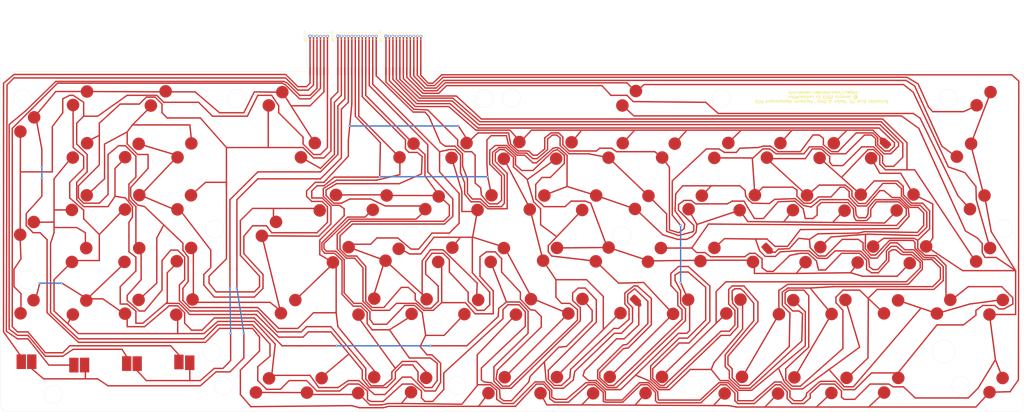
<source format=kicad_pcb>
(kicad_pcb (version 20211014) (generator pcbnew)
  (layers (0 "F.Cu" signal) (31 "B.Cu" signal) (34 "B.Paste" user) (35 "F.Paste" user) (36 "B.SilkS" user "B.Silkscreen") (37 "F.SilkS" user "F.Silkscreen") (38 "B.Mask" user) (39 "F.Mask" user) (44 "Edge.Cuts" user))
  (net 0 "")
  (footprint "Connector_PinHeader_1.27mm:PinHeader_1x06_P1.27mm_Vertical" (layer "F.Cu") (at 133.35 67.31 90)
    (fp_text reference "REF**" (at 0 -1.695 90) (layer "F.SilkS"))
    (fp_text value "PinHeader_1x06_P1.27mm_Vertical")
    (pad "1" thru_hole rect (at 0 0 90) (size 1 1) (drill 0.65) (layers F&B.Cu *.Mask))
    (pad "2" thru_hole oval (at 0 1.27 90) (size 1 1) (drill 0.65) (layers F&B.Cu *.Mask))
    (pad "3" thru_hole oval (at 0 2.54 90) (size 1 1) (drill 0.65) (layers F&B.Cu *.Mask))
    (pad "4" thru_hole oval (at 0 3.81 90) (size 1 1) (drill 0.65) (layers F&B.Cu *.Mask))
    (pad "5" thru_hole oval (at 0 5.08 90) (size 1 1) (drill 0.65) (layers F&B.Cu *.Mask))
    (pad "6" thru_hole oval (at 0 6.35 90) (size 1 1) (drill 0.65) (layers F&B.Cu *.Mask))
  )
  (footprint "Connector_PinHeader_1.27mm:PinHeader_1x12_P1.27mm_Vertical" (layer "F.Cu") (at 143.51 67.31 90)
    (fp_text reference "REF**" (at 0 -1.695 90) (layer "F.SilkS"))
    (fp_text value "PinHeader_1x12_P1.27mm_Vertical")
    (pad "1" thru_hole rect (at 0 0 90) (size 1 1) (drill 0.65) (layers F&B.Cu *.Mask))
    (pad "2" thru_hole oval (at 0 1.27 90) (size 1 1) (drill 0.65) (layers F&B.Cu *.Mask))
    (pad "3" thru_hole oval (at 0 2.54 90) (size 1 1) (drill 0.65) (layers F&B.Cu *.Mask))
    (pad "4" thru_hole oval (at 0 3.81 90) (size 1 1) (drill 0.65) (layers F&B.Cu *.Mask))
    (pad "5" thru_hole oval (at 0 5.08 90) (size 1 1) (drill 0.65) (layers F&B.Cu *.Mask))
    (pad "6" thru_hole oval (at 0 6.35 90) (size 1 1) (drill 0.65) (layers F&B.Cu *.Mask))
    (pad "7" thru_hole oval (at 0 7.62 90) (size 1 1) (drill 0.65) (layers F&B.Cu *.Mask))
    (pad "8" thru_hole oval (at 0 8.89 90) (size 1 1) (drill 0.65) (layers F&B.Cu *.Mask))
    (pad "9" thru_hole oval (at 0 10.16 90) (size 1 1) (drill 0.65) (layers F&B.Cu *.Mask))
    (pad "10" thru_hole oval (at 0 11.43 90) (size 1 1) (drill 0.65) (layers F&B.Cu *.Mask))
    (pad "11" thru_hole oval (at 0 12.7 90) (size 1 1) (drill 0.65) (layers F&B.Cu *.Mask))
    (pad "12" thru_hole oval (at 0 13.97 90) (size 1 1) (drill 0.65) (layers F&B.Cu *.Mask))
  )
  (footprint "Connector_PinHeader_1.27mm:PinHeader_1x11_P1.27mm_Vertical" (layer "F.Cu") (at 161.036 67.31 90)
    (fp_text reference "REF**" (at 0 -1.695 90) (layer "F.SilkS"))
    (fp_text value "PinHeader_1x11_P1.27mm_Vertical")
    (pad "1" thru_hole rect (at 0 0 90) (size 1 1) (drill 0.65) (layers F&B.Cu *.Mask))
    (pad "2" thru_hole oval (at 0 1.27 90) (size 1 1) (drill 0.65) (layers F&B.Cu *.Mask))
    (pad "3" thru_hole oval (at 0 2.54 90) (size 1 1) (drill 0.65) (layers F&B.Cu *.Mask))
    (pad "4" thru_hole oval (at 0 3.81 90) (size 1 1) (drill 0.65) (layers F&B.Cu *.Mask))
    (pad "5" thru_hole oval (at 0 5.08 90) (size 1 1) (drill 0.65) (layers F&B.Cu *.Mask))
    (pad "6" thru_hole oval (at 0 6.35 90) (size 1 1) (drill 0.65) (layers F&B.Cu *.Mask))
    (pad "7" thru_hole oval (at 0 7.62 90) (size 1 1) (drill 0.65) (layers F&B.Cu *.Mask))
    (pad "8" thru_hole oval (at 0 8.89 90) (size 1 1) (drill 0.65) (layers F&B.Cu *.Mask))
    (pad "9" thru_hole oval (at 0 10.16 90) (size 1 1) (drill 0.65) (layers F&B.Cu *.Mask))
    (pad "10" thru_hole oval (at 0 11.43 90) (size 1 1) (drill 0.65) (layers F&B.Cu *.Mask))
    (pad "11" thru_hole oval (at 0 12.7 90) (size 1 1) (drill 0.65) (layers F&B.Cu *.Mask))
  )
  (gr_line (start 315.214 180.848) (end 306.832 188.722) (layer "F.Cu") (width 0.5))
  (gr_line (start 352.552 147.066) (end 353.314 147.574) (layer "F.Cu") (width 0.5))
  (gr_line (start 50.8 96.52) (end 55.88 96.52) (layer "F.Cu") (width 0.5))
  (gr_circle (center 379.2982 125.476) (end 381.494088 125.476) (layer "F.Cu") (width 0.2) (fill solid))
  (gr_line (start 236.5756 197.6882) (end 232.41 201.93) (layer "F.Cu") (width 0.5))
  (gr_line (start 232.41 101.6) (end 338.582 101.6) (layer "F.Cu") (width 0.5))
  (gr_line (start 203.454 195.072) (end 205.994 195.072) (layer "F.Cu") (width 0.5))
  (gr_line (start 22.606 175.006) (end 26.67 177.8) (layer "F.Cu") (width 0.5))
  (gr_line (start 181.356 81.407) (end 178.181 84.455) (layer "F.Cu") (width 0.5))
  (gr_line (start 181.864 82.296) (end 178.689 85.344) (layer "F.Cu") (width 0.5))
  (gr_circle (center 280.7716 111.7346) (end 282.967488 111.7346) (layer "F.Cu") (width 0.2) (fill solid))
  (gr_line (start 302.895 144.018) (end 307.467 144.018) (layer "F.Cu") (width 0.5))
  (gr_line (start 50.8 91.44) (end 50.8 96.52) (layer "F.Cu") (width 0.5))
  (gr_line (start 212.852 167.64) (end 212.852 175.768) (layer "F.Cu") (width 0.5))
  (gr_line (start 214.884 127.762) (end 217.424 130.302) (layer "F.Cu") (width 0.5))
  (gr_line (start 312.166 137.922) (end 347.853 137.541) (layer "F.Cu") (width 0.5))
  (gr_line (start 309.372 167.64) (end 306.578 164.846) (layer "F.Cu") (width 0.5))
  (gr_line (start 121.92 167.005) (end 118.745 164.465) (layer "F.Cu") (width 0.5))
  (gr_line (start 349.758 125.222) (end 352.679 128.27) (layer "F.Cu") (width 0.5))
  (gr_line (start 269.748 127.254) (end 267.716 128.778) (layer "F.Cu") (width 0.5))
  (gr_line (start 219.71 201.93) (end 236.728 201.93) (layer "F.Cu") (width 0.5))
  (gr_line (start 234.696 194.564) (end 237.236 194.564) (layer "F.Cu") (width 0.5))
  (gr_line (start 115.7986 140.1826) (end 122.7328 168.4528) (layer "F.Cu") (width 0.5))
  (gr_line (start 288.29 200.406) (end 289.306 201.422) (layer "F.Cu") (width 0.5))
  (gr_line (start 70.485 128.905) (end 73.025 129.54) (layer "F.Cu") (width 0.5))
  (gr_line (start 147.828 126.746) (end 144.78 128.27) (layer "F.Cu") (width 0.5))
  (gr_line (start 218.694 193.548) (end 221.488 196.596) (layer "F.Cu") (width 0.5))
  (gr_line (start 50.8 130.81) (end 50.8 133.985) (layer "F.Cu") (width 0.5))
  (gr_line (start 66.675 102.235) (end 66.675 106.68) (layer "F.Cu") (width 0.5))
  (gr_circle (center 120.9548 135.1026) (end 123.150688 135.1026) (layer "F.Cu") (width 0.2) (fill solid))
  (gr_line (start 145.796 130.302) (end 144.018 129.032) (layer "F.Cu") (width 0.5))
  (gr_line (start 268.478 136.398) (end 265.43 132.588) (layer "F.Cu") (width 0.5))
  (gr_line (start 298.704 107.442) (end 301.244 107.442) (layer "F.Cu") (width 0.5))
  (gr_line (start 151.384 202.946) (end 160.02 202.946) (layer "F.Cu") (width 0.5))
  (gr_line (start 134.62 78.74) (end 134.62 85.09) (layer "F.Cu") (width 0.5))
  (gr_circle (center 333.0448 149.9362) (end 335.240688 149.9362) (layer "F.Cu") (width 0.2) (fill solid))
  (gr_line (start 180.34 88.138) (end 183.134 85.344) (layer "F.Cu") (width 0.5))
  (gr_line (start 222.504 194.818) (end 225.044 194.818) (layer "F.Cu") (width 0.5))
  (gr_line (start 324.866 145.669) (end 321.818 148.463) (layer "F.Cu") (width 0.5))
  (gr_line (start 225.044 194.818) (end 228.092 192.024) (layer "F.Cu") (width 0.5))
  (gr_line (start 164.465 192.405) (end 164.465 189.865) (layer "F.Cu") (width 0.5))
  (gr_circle (center 275.717 149.4282) (end 277.912888 149.4282) (layer "F.Cu") (width 0.2) (fill solid))
  (gr_circle (center 319.1764 111.76) (end 321.372288 111.76) (layer "F.Cu") (width 0.2) (fill solid))
  (gr_line (start 304.3428 168.8084) (end 304.292 160.147) (layer "F.Cu") (width 0.5))
  (gr_line (start 38.735 168.275) (end 48.895 177.8) (layer "F.Cu") (width 0.5))
  (gr_line (start 158.75 118.745) (end 154.305 118.745) (layer "F.Cu") (width 0.5))
  (gr_line (start 142.24 118.745) (end 154.305 118.745) (layer "F.Cu") (width 0.5))
  (gr_circle (center 217.3986 197.6374) (end 219.594488 197.6374) (layer "F.Cu") (width 0.2) (fill solid))
  (gr_line (start 25.4 81.28) (end 21.59 84.455) (layer "F.Cu") (width 0.5))
  (gr_line (start 289.306 166.878) (end 287.528 164.846) (layer "F.Cu") (width 0.5))
  (gr_line (start 123.825 83.82) (end 125.095 84.455) (layer "F.Cu") (width 0.5))
  (gr_line (start 373.38 158.75) (end 367.284 163.576) (layer "F.Cu") (width 0.5))
  (gr_line (start 133.985 126.365) (end 133.985 123.825) (layer "F.Cu") (width 0.5))
  (gr_line (start 316.103 129.667) (end 313.436 129.159) (layer "F.Cu") (width 0.5))
  (gr_line (start 151.13 170.18) (end 164.465 188.595) (layer "F.Cu") (width 0.5))
  (gr_line (start 65.405 130.5814) (end 56.515 139.7) (layer "F.Cu") (width 0.5))
  (gr_line (start 183.896 92.964) (end 193.802 101.6) (layer "F.Cu") (width 0.5))
  (gr_line (start 119.38 191.135) (end 133.35 191.135) (layer "F.Cu") (width 0.5))
  (gr_line (start 361.95 172.72) (end 371.602 172.72) (layer "F.Cu") (width 0.5))
  (gr_line (start 139.065 190.5) (end 147.32 183.515) (layer "F.Cu") (width 0.5))
  (gr_circle (center 156.7434 191.7954) (end 158.939288 191.7954) (layer "F.Cu") (width 0.2) (fill solid))
  (gr_line (start 351.028 106.172) (end 342.138 97.536) (layer "F.Cu") (width 0.5))
  (gr_line (start 177.8 139.192) (end 184.15 139.192) (layer "F.Cu") (width 0.5))
  (gr_line (start 173.99 199.39) (end 175.26 200.66) (layer "F.Cu") (width 0.5))
  (gr_line (start 336.296 129.286) (end 341.122 123.698) (layer "F.Cu") (width 0.5))
  (gr_line (start 223.1136 112.014) (end 212.598 119.634) (layer "F.Cu") (width 0.5))
  (gr_line (start 45.72 112.395) (end 40.005 119.38) (layer "F.Cu") (width 0.5))
  (gr_rect (start 68.6943 184.277) (end 71.9201 189.4332) (layer "F.Cu") (width 0.2) (fill solid))
  (gr_circle (center 242.2144 111.6584) (end 244.410288 111.6584) (layer "F.Cu") (width 0.2) (fill solid))
  (gr_line (start 321.818 148.463) (end 318.389 148.336) (layer "F.Cu") (width 0.5))
  (gr_line (start 275.717 149.098) (end 295.148 149.098) (layer "F.Cu") (width 0.5))
  (gr_line (start 89.408 168.91) (end 88.392 167.64) (layer "F.Cu") (width 0.5))
  (gr_line (start 53.975 104.775) (end 56.515 103.505) (layer "F.Cu") (width 0.5))
  (gr_line (start 280.7716 111.7346) (end 294.894 111.76) (layer "F.Cu") (width 0.5))
  (gr_line (start 99.695 171.45) (end 113.03 171.45) (layer "F.Cu") (width 0.5))
  (gr_line (start 71.12 92.075) (end 73.66 89.535) (layer "F.Cu") (width 0.5))
  (gr_line (start 345.186 110.236) (end 342.646 110.236) (layer "F.Cu") (width 0.5))
  (gr_line (start 114.3 193.04) (end 117.475 196.215) (layer "F.Cu") (width 0.5))
  (gr_line (start 253.238 164.592) (end 253.238 172.72) (layer "F.Cu") (width 0.5))
  (gr_line (start 371.602 172.72) (end 376.174 169.164) (layer "F.Cu") (width 0.5))
  (gr_line (start 318.77 152.654) (end 321.31 152.654) (layer "F.Cu") (width 0.5))
  (gr_line (start 318.77 125.984) (end 323.342 125.984) (layer "F.Cu") (width 0.5))
  (gr_line (start 175.26 94.996) (end 170.942 94.996) (layer "F.Cu") (width 0.5))
  (gr_line (start 129.54 88.9) (end 133.35 88.9) (layer "F.Cu") (width 0.5))
  (gr_circle (center 324.3326 106.4006) (end 326.528488 106.4006) (layer "F.Cu") (width 0.2) (fill solid))
  (gr_circle (center 199.2376 149.7076) (end 201.433488 149.7076) (layer "F.Cu") (width 0.2) (fill solid))
  (gr_line (start 139.7 107.95) (end 139.7 78.74) (layer "F.Cu") (width 0.5))
  (gr_circle (center 130.048 111.506) (end 132.243888 111.506) (layer "F.Cu") (width 0.2) (fill solid))
  (gr_line (start 223.266 107.95) (end 224.282 108.204) (layer "F.Cu") (width 0.5))
  (gr_line (start 50.8 96.52) (end 48.26 99.06) (layer "F.Cu") (width 0.5))
  (gr_line (start 332.994 129.286) (end 336.296 129.286) (layer "F.Cu") (width 0.5))
  (gr_line (start 335.534 103.378) (end 328.676 110.236) (layer "F.Cu") (width 0.5))
  (gr_line (start 381.762 138.684) (end 379.2982 125.476) (layer "F.Cu") (width 0.5))
  (gr_line (start 99.695 172.72) (end 112.395 172.72) (layer "F.Cu") (width 0.5))
  (gr_line (start 29.718 94.488) (end 40.64 83.82) (layer "F.Cu") (width 0.5))
  (gr_line (start 334.1878 125.349) (end 339.09 120.142) (layer "F.Cu") (width 0.5))
  (gr_line (start 327.66 160.02) (end 333.756 160.02) (layer "F.Cu") (width 0.5))
  (gr_line (start 173.99 129.286) (end 160.782 129.286) (layer "F.Cu") (width 0.5))
  (gr_line (start 358.267 137.033) (end 355.092 140.081) (layer "F.Cu") (width 0.5))
  (gr_line (start 201.168 192.532) (end 203.454 195.072) (layer "F.Cu") (width 0.5))
  (gr_line (start 216.154 110.744) (end 214.63 110.744) (layer "F.Cu") (width 0.5))
  (gr_line (start 284.48 141.224) (end 295.783 141.351) (layer "F.Cu") (width 0.5))
  (gr_line (start 222.504 200.914) (end 227.584 200.914) (layer "F.Cu") (width 0.5))
  (gr_circle (center 51.7652 163.8046) (end 53.961088 163.8046) (layer "F.Cu") (width 0.2) (fill solid))
  (gr_line (start 103.505 186.69) (end 104.394 185.674) (layer "F.Cu") (width 0.5))
  (gr_line (start 290.322 159.512) (end 291.592 160.528) (layer "F.Cu") (width 0.5))
  (gr_line (start 213.614 167.132) (end 215.392 167.386) (layer "F.Cu") (width 0.5))
  (gr_line (start 310.642 153.924) (end 314.0456 149.8092) (layer "F.Cu") (width 0.5))
  (gr_line (start 309.118 201.422) (end 313.436 201.422) (layer "F.Cu") (width 0.5))
  (gr_line (start 229.108 161.036) (end 231.14 159.258) (layer "F.Cu") (width 0.5))
  (gr_line (start 239.014 108.204) (end 237.744 109.22) (layer "F.Cu") (width 0.5))
  (gr_circle (center 381.1016 168.91) (end 383.297488 168.91) (layer "F.Cu") (width 0.2) (fill solid))
  (gr_line (start 305.562 165.608) (end 308.356 168.402) (layer "F.Cu") (width 0.5))
  (gr_line (start 130.81 104.14) (end 130.81 106.68) (layer "F.Cu") (width 0.5))
  (gr_line (start 62.23 115.57) (end 64.77 113.03) (layer "F.Cu") (width 0.5))
  (gr_line (start 240.284 197.358) (end 240.284 200.66) (layer "F.Cu") (width 0.5))
  (gr_circle (center 51.9176 125.3998) (end 54.113488 125.3998) (layer "F.Cu") (width 0.2) (fill solid))
  (gr_line (start 342.646 123.698) (end 345.694 126.238) (layer "F.Cu") (width 0.5))
  (gr_circle (center 175.8696 163.3474) (end 178.065488 163.3474) (layer "F.Cu") (width 0.2) (fill solid))
  (gr_line (start 333.248 139.192) (end 318.516 139.446) (layer "F.Cu") (width 0.5))
  (gr_line (start 322.58 188.976) (end 328.168 195.326) (layer "F.Cu") (width 0.5))
  (gr_line (start 177.8 146.558) (end 181.864 146.558) (layer "F.Cu") (width 0.5))
  (gr_line (start 267.716 128.778) (end 267.716 130.81) (layer "F.Cu") (width 0.5))
  (gr_line (start 349.504 106.426) (end 341.63 98.552) (layer "F.Cu") (width 0.5))
  (gr_line (start 59.69 194.945) (end 93.345 194.945) (layer "F.Cu") (width 0.5))
  (gr_line (start 290.068 195.834) (end 293.878 195.834) (layer "F.Cu") (width 0.5))
  (gr_line (start 218.948 104.394) (end 218.948 108.458) (layer "F.Cu") (width 0.5))
  (gr_line (start 214.63 116.332) (end 210.566 116.332) (layer "F.Cu") (width 0.5))
  (gr_line (start 330.454 153.67) (end 333.502 149.606) (layer "F.Cu") (width 0.5))
  (gr_rect (start 87.8713 183.9468) (end 91.0971 189.103) (layer "F.Cu") (width 0.2) (fill solid))
  (gr_line (start 294.894 111.76) (end 298.45 108.458) (layer "F.Cu") (width 0.5))
  (gr_line (start 242.2398 144.4498) (end 223.012 144.6022) (layer "F.Cu") (width 0.5))
  (gr_line (start 164.465 192.405) (end 161.29 195.58) (layer "F.Cu") (width 0.5))
  (gr_line (start 99.06 160.655) (end 113.03 160.655) (layer "F.Cu") (width 0.5))
  (gr_line (start 346.202 114.808) (end 349.504 111.506) (layer "F.Cu") (width 0.5))
  (gr_line (start 219.456 193.04) (end 222.25 195.834) (layer "F.Cu") (width 0.5))
  (gr_line (start 264.414 115.189) (end 264.414 138.049) (layer "F.Cu") (width 0.5))
  (gr_line (start 52.07 110.49) (end 52.07 116.84) (layer "F.Cu") (width 0.5))
  (gr_line (start 247.142 200.152) (end 253.492 193.802) (layer "F.Cu") (width 0.5))
  (gr_line (start 311.531 141.097) (end 315.468 141.478) (layer "F.Cu") (width 0.5))
  (gr_line (start 144.018 129.032) (end 141.478 129.032) (layer "F.Cu") (width 0.5))
  (gr_line (start 207.518 115.062) (end 212.598 119.634) (layer "F.Cu") (width 0.5))
  (gr_line (start 40.64 87.503) (end 32.7406 96.9264) (layer "F.Cu") (width 0.5))
  (gr_line (start 144.78 88.9) (end 144.78 78.74) (layer "F.Cu") (width 0.5))
  (gr_line (start 163.576 78.74) (end 163.576 83.058) (layer "F.Cu") (width 0.5))
  (gr_line (start 260.604 196.342) (end 264.414 196.342) (layer "F.Cu") (width 0.5))
  (gr_line (start 68.58 133.35) (end 68.58 129.54) (layer "F.Cu") (width 0.5))
  (gr_line (start 244.094 173.99) (end 245.872 173.99) (layer "F.Cu") (width 0.5))
  (gr_line (start 143.51 81.407) (end 143.51 67.437) (layer "F.Cu") (width 0.5))
  (gr_line (start 301.498 146.177) (end 303.022 146.177) (layer "F.Cu") (width 0.5))
  (gr_circle (center 218.3384 149.2504) (end 220.534288 149.2504) (layer "F.Cu") (width 0.2) (fill solid))
  (gr_line (start 31.877 188.722) (end 36.195 192.405) (layer "F.Cu") (width 0.5))
  (gr_line (start 349.631 146.177) (end 347.218 144.018) (layer "F.Cu") (width 0.5))
  (gr_line (start 353.4156 125.095) (end 348.742 117.348) (layer "F.Cu") (width 0.5))
  (gr_line (start 267.97 177.546) (end 257.556 187.706) (layer "F.Cu") (width 0.5))
  (gr_circle (center 223.3676 191.77) (end 225.563488 191.77) (layer "F.Cu") (width 0.2) (fill solid))
  (gr_line (start 59.69 110.49) (end 63.5 107.315) (layer "F.Cu") (width 0.5))
  (gr_line (start 267.716 175.768) (end 270.764 175.768) (layer "F.Cu") (width 0.5))
  (gr_line (start 352.044 129.794) (end 355.092 129.794) (layer "F.Cu") (width 0.5))
  (gr_line (start 332.232 129.794) (end 329.565 127) (layer "F.Cu") (width 0.5))
  (gr_circle (center 309.4482 130.81) (end 311.644088 130.81) (layer "F.Cu") (width 0.2) (fill solid))
  (gr_line (start 156.21 163.1188) (end 160.528 149.352) (layer "F.Cu") (width 0.5))
  (gr_line (start 192.786 140.716) (end 204.0382 144.272) (layer "F.Cu") (width 0.5))
  (gr_line (start 320.548 104.648) (end 320.548 106.934) (layer "F.Cu") (width 0.5))
  (gr_line (start 338.582 101.6) (end 341.884 104.902) (layer "F.Cu") (width 0.5))
  (gr_line (start 157.48 78.74) (end 157.48 81.788) (layer "F.Cu") (width 0.5))
  (gr_line (start 350.647 83.439) (end 182.118 83.439) (layer "F.Cu") (width 0.5))
  (gr_line (start 59.69 129.54) (end 62.23 125.73) (layer "F.Cu") (width 0.5))
  (gr_line (start 67.31 127) (end 69.85 129.54) (layer "F.Cu") (width 0.5))
  (gr_line (start 73.025 129.54) (end 86.995 142.875) (layer "F.Cu") (width 0.5))
  (gr_line (start 217.932 118.872) (end 220.98 118.872) (layer "F.Cu") (width 0.5))
  (gr_line (start 177.546 166.624) (end 180.086 164.084) (layer "F.Cu") (width 0.5))
  (gr_line (start 339.471 127) (end 336.931 129.921) (layer "F.Cu") (width 0.5))
  (gr_line (start 201.422 199.898) (end 203.708 201.422) (layer "F.Cu") (width 0.5))
  (gr_line (start 267.716 130.81) (end 273.304 136.398) (layer "F.Cu") (width 0.5))
  (gr_line (start 52.07 116.84) (end 48.26 120.65) (layer "F.Cu") (width 0.5))
  (gr_line (start 258.318 192.278) (end 258.318 188.722) (layer "F.Cu") (width 0.5))
  (gr_line (start 182.118 196.342) (end 182.118 190.246) (layer "F.Cu") (width 0.5))
  (gr_line (start 220.218 192.532) (end 222.504 194.818) (layer "F.Cu") (width 0.5))
  (gr_line (start 27.7368 104.329288) (end 27.6606 137.580312) (layer "F.Cu") (width 0.5))
  (gr_line (start 86.995 145.415) (end 88.9 147.955) (layer "F.Cu") (width 0.5))
  (gr_line (start 166.624 159.004) (end 169.164 159.004) (layer "F.Cu") (width 0.5))
  (gr_line (start 139.192 145.796) (end 138.43 144.78) (layer "F.Cu") (width 0.5))
  (gr_line (start 327.66 114.554) (end 334.518 107.696) (layer "F.Cu") (width 0.5))
  (gr_line (start 178.562 140.716) (end 192.786 140.716) (layer "F.Cu") (width 0.5))
  (gr_line (start 62.23 125.73) (end 62.23 115.57) (layer "F.Cu") (width 0.5))
  (gr_line (start 72.39 172.085) (end 69.85 172.085) (layer "F.Cu") (width 0.5))
  (gr_line (start 249.174 164.592) (end 249.174 161.544) (layer "F.Cu") (width 0.5))
  (gr_line (start 112.395 173.99) (end 114.935 177.165) (layer "F.Cu") (width 0.5))
  (gr_line (start 134.62 110.49) (end 137.16 110.49) (layer "F.Cu") (width 0.5))
  (gr_line (start 252.73 158.496) (end 257.81 163.068) (layer "F.Cu") (width 0.5))
  (gr_circle (center 85.0138 130.5306) (end 87.209688 130.5306) (layer "F.Cu") (width 0.2) (fill solid))
  (gr_line (start 141.7066 149.8854) (end 136.906 147.066) (layer "F.Cu") (width 0.5))
  (gr_circle (center 381.127 197.2818) (end 383.322888 197.2818) (layer "F.Cu") (width 0.2) (fill solid))
  (gr_line (start 339.598 107.188) (end 339.598 104.648) (layer "F.Cu") (width 0.5))
  (gr_line (start 134.62 111.76) (end 138.43 111.76) (layer "F.Cu") (width 0.5))
  (gr_line (start 194.31 157.48) (end 181.864 145.288) (layer "F.Cu") (width 0.5))
  (gr_line (start 85.598 164.846) (end 88.392 167.64) (layer "F.Cu") (width 0.5))
  (gr_circle (center 171.0944 106.5276) (end 173.290288 106.5276) (layer "F.Cu") (width 0.2) (fill solid))
  (gr_line (start 323.469 197.5612) (end 318.008 202.692) (layer "F.Cu") (width 0.5))
  (gr_line (start 359.283 137.668) (end 354.965 141.859) (layer "F.Cu") (width 0.5))
  (gr_line (start 261.112 194.818) (end 258.318 192.278) (layer "F.Cu") (width 0.5))
  (gr_line (start 204.47 144.78) (end 214.376 163.068) (layer "F.Cu") (width 0.5))
  (gr_line (start 204.724 107.95) (end 202.184 107.95) (layer "F.Cu") (width 0.5))
  (gr_line (start 98.425 188.595) (end 101.6 188.595) (layer "F.Cu") (width 0.5))
  (gr_circle (center 132.2324 197.4342) (end 134.428288 197.4342) (layer "F.Cu") (width 0.2) (fill solid))
  (gr_circle (center 255.7018 197.5866) (end 257.897688 197.5866) (layer "F.Cu") (width 0.2) (fill solid))
  (gr_line (start 340.36 104.394) (end 340.36 106.934) (layer "F.Cu") (width 0.5))
  (gr_line (start 217.678 169.672) (end 217.678 173.482) (layer "F.Cu") (width 0.5))
  (gr_line (start 173.99 196.85) (end 173.99 199.39) (layer "F.Cu") (width 0.5))
  (gr_line (start 314.96 146.558) (end 318.008 149.352) (layer "F.Cu") (width 0.5))
  (gr_line (start 21.59 84.455) (end 21.59 175.26) (layer "F.Cu") (width 0.5))
  (gr_line (start 213.106 193.548) (end 213.614 191.516) (layer "F.Cu") (width 0.5))
  (gr_line (start 376.682 140.97) (end 378.46 143.002) (layer "F.Cu") (width 0.5))
  (gr_circle (center 271.2212 163.4998) (end 273.417088 163.4998) (layer "F.Cu") (width 0.2) (fill solid))
  (gr_line (start 93.345 97.155) (end 102.87 107.95) (layer "F.Cu") (width 0.5))
  (gr_line (start 125.095 84.455) (end 129.54 88.9) (layer "F.Cu") (width 0.5))
  (gr_circle (center 165.6842 144.9324) (end 167.880088 144.9324) (layer "F.Cu") (width 0.2) (fill solid))
  (gr_line (start 203.2 129.54) (end 198.374 129.54) (layer "F.Cu") (width 0.5))
  (gr_line (start 184.404 91.948) (end 172.212 91.948) (layer "F.Cu") (width 0.5))
  (gr_line (start 191.008 164.084) (end 194.31 167.386) (layer "F.Cu") (width 0.5))
  (gr_line (start 284.5562 197.739) (end 280.416 202.184) (layer "F.Cu") (width 0.5))
  (gr_line (start 155.575 194.945) (end 160.02 194.945) (layer "F.Cu") (width 0.5))
  (gr_line (start 347.98 106.172) (end 347.98 107.442) (layer "F.Cu") (width 0.5))
  (gr_line (start 363.728 107.442) (end 353.822 85.471) (layer "F.Cu") (width 0.5))
  (gr_line (start 80.01 136.2075) (end 77.47 140.97) (layer "F.Cu") (width 0.5))
  (gr_line (start 144.272 140.208) (end 144.272 145.034) (layer "F.Cu") (width 0.5))
  (gr_line (start 269.24 121.92) (end 266.7 124.841) (layer "F.Cu") (width 0.5))
  (gr_line (start 187.198 105.156) (end 187.198 107.188) (layer "F.Cu") (width 0.5))
  (gr_line (start 230.886 167.132) (end 228.092 164.846) (layer "F.Cu") (width 0.5))
  (gr_circle (center 374.4214 106.553) (end 376.617288 106.553) (layer "F.Cu") (width 0.2) (fill solid))
  (gr_line (start 85.725 163.83) (end 89.535 167.64) (layer "F.Cu") (width 0.5))
  (gr_line (start 145.796 161.036) (end 145.796 148.844) (layer "F.Cu") (width 0.5))
  (gr_line (start 166.116 113.03) (end 166.116 117.856) (layer "F.Cu") (width 0.5))
  (gr_line (start 152.146 164.846) (end 149.352 164.846) (layer "F.Cu") (width 0.5))
  (gr_line (start 256.54 164.084) (end 256.54 172.212) (layer "F.Cu") (width 0.5))
  (gr_line (start 355.092 129.794) (end 357.124 131.826) (layer "F.Cu") (width 0.5))
  (gr_line (start 304.0126 197.7644) (end 299.212 202.692) (layer "F.Cu") (width 0.5))
  (gr_line (start 205.232 117.348) (end 200.914 113.03) (layer "F.Cu") (width 0.5))
  (gr_line (start 296.037 141.351) (end 300.101 141.351) (layer "F.Cu") (width 0.5))
  (gr_line (start 137.795 126.365) (end 133.985 126.365) (layer "F.Cu") (width 0.5))
  (gr_line (start 138.176 122.936) (end 143.002 119.888) (layer "F.Cu") (width 0.5))
  (gr_line (start 353.314 87.757) (end 349.758 84.963) (layer "F.Cu") (width 0.5))
  (gr_line (start 112.395 130.175) (end 120.015 130.175) (layer "F.Cu") (width 0.5))
  (gr_line (start 255.016 157.226) (end 265.7348 168.6814) (layer "F.Cu") (width 0.5))
  (gr_line (start 268.986 170.688) (end 268.986 167.132) (layer "F.Cu") (width 0.5))
  (gr_line (start 223.52 108.712) (end 221.996 109.22) (layer "F.Cu") (width 0.5))
  (gr_line (start 198.12 118.618) (end 199.5424 125.3998) (layer "F.Cu") (width 0.5))
  (gr_line (start 113.03 160.655) (end 114.935 158.75) (layer "F.Cu") (width 0.5))
  (gr_line (start 197.866 127.762) (end 198.882 128.524) (layer "F.Cu") (width 0.5))
  (gr_line (start 203.2 127.254) (end 203.2 118.364) (layer "F.Cu") (width 0.5))
  (gr_line (start 69.85 167.64) (end 66.675 165.1) (layer "F.Cu") (width 0.5))
  (gr_circle (center 218.7956 125.476) (end 220.991488 125.476) (layer "F.Cu") (width 0.2) (fill solid))
  (gr_line (start 341.122 99.568) (end 347.98 106.172) (layer "F.Cu") (width 0.5))
  (gr_line (start 164.465 189.865) (end 167.005 187.325) (layer "F.Cu") (width 0.5))
  (gr_circle (center 342.646 168.5036) (end 344.841888 168.5036) (layer "F.Cu") (width 0.2) (fill solid))
  (gr_line (start 326.644 122.428) (end 328.168 122.428) (layer "F.Cu") (width 0.5))
  (gr_line (start 356.616 152.4) (end 356.616 149.606) (layer "F.Cu") (width 0.5))
  (gr_line (start 285.496 128.524) (end 274.066 128.524) (layer "F.Cu") (width 0.5))
  (gr_line (start 210.058 163.322) (end 213.614 167.132) (layer "F.Cu") (width 0.5))
  (gr_line (start 298.196 148.59) (end 298.196 151.892) (layer "F.Cu") (width 0.5))
  (gr_line (start 36.195 192.405) (end 55.88 192.405) (layer "F.Cu") (width 0.5))
  (gr_line (start 295.402 153.924) (end 310.642 153.924) (layer "F.Cu") (width 0.5))
  (gr_line (start 308.356 196.85) (end 308.356 199.136) (layer "F.Cu") (width 0.5))
  (gr_circle (center 213.487 130.556) (end 215.682888 130.556) (layer "F.Cu") (width 0.2) (fill solid))
  (gr_line (start 247.904 177.8) (end 245.11 177.8) (layer "F.Cu") (width 0.5))
  (gr_circle (center 194.437 130.7338) (end 196.632888 130.7338) (layer "F.Cu") (width 0.2) (fill solid))
  (gr_line (start 151.13 193.04) (end 156.845 198.12) (layer "F.Cu") (width 0.5))
  (gr_line (start 181.864 146.558) (end 184.15 148.844) (layer "F.Cu") (width 0.5))
  (gr_circle (center 46.863 168.91) (end 49.058888 168.91) (layer "F.Cu") (width 0.2) (fill solid))
  (gr_line (start 145.796 132.842) (end 145.796 130.302) (layer "F.Cu") (width 0.5))
  (gr_line (start 48.895 179.07) (end 95.25 179.07) (layer "F.Cu") (width 0.5))
  (gr_line (start 313.944 167.894) (end 309.5752 163.6776) (layer "F.Cu") (width 0.5))
  (gr_line (start 214.122 101.6) (end 232.41 101.6) (layer "F.Cu") (width 0.5))
  (gr_circle (center 237.6932 125.476) (end 239.889088 125.476) (layer "F.Cu") (width 0.2) (fill solid))
  (gr_line (start 236.728 201.93) (end 286.258 202.184) (layer "F.Cu") (width 0.5))
  (gr_line (start 168.148 108.458) (end 168.148 105.156) (layer "F.Cu") (width 0.5))
  (gr_line (start 336.296 152.4) (end 338.074 153.67) (layer "F.Cu") (width 0.5))
  (gr_line (start 135.89 121.92) (end 138.43 121.92) (layer "F.Cu") (width 0.5))
  (gr_line (start 154.94 67.437) (end 154.94 81.407) (layer "F.Cu") (width 0.5))
  (gr_circle (center 65.6844 149.7076) (end 67.880288 149.7076) (layer "F.Cu") (width 0.2) (fill solid))
  (gr_line (start 360.172 148.844) (end 363.22 151.892) (layer "F.Cu") (width 0.5))
  (gr_line (start 188.214 110.744) (end 188.214 117.094) (layer "F.Cu") (width 0.5))
  (gr_line (start 229.362 192.786) (end 229.87 189.738) (layer "F.Cu") (width 0.5))
  (gr_line (start 364.236 156.591) (end 360.807 159.766) (layer "F.Cu") (width 0.5))
  (gr_line (start 113.03 170.18) (end 123.19 180.34) (layer "F.Cu") (width 0.5))
  (gr_line (start 338.836 107.696) (end 342.138 110.998) (layer "F.Cu") (width 0.5))
  (gr_line (start 143.256 145.034) (end 146.558 148.336) (layer "F.Cu") (width 0.5))
  (gr_line (start 96.52 154.94) (end 96.52 157.48) (layer "F.Cu") (width 0.5))
  (gr_line (start 285.75 193.802) (end 289.306 197.358) (layer "F.Cu") (width 0.5))
  (gr_line (start 257.556 192.532) (end 260.858 195.58) (layer "F.Cu") (width 0.5))
  (gr_line (start 345.694 145.288) (end 346.964 145.288) (layer "F.Cu") (width 0.5))
  (gr_line (start 278.638 135.89) (end 347.218 136.398) (layer "F.Cu") (width 0.5))
  (gr_rect (start 30.2641 183.5658) (end 33.4899 188.722) (layer "F.Cu") (width 0.2) (fill solid))
  (gr_line (start 107.95 189.23) (end 107.95 198.12) (layer "F.Cu") (width 0.5))
  (gr_line (start 186.182 107.442) (end 182.626 107.442) (layer "F.Cu") (width 0.5))
  (gr_circle (center 65.8622 130.5814) (end 68.058088 130.5814) (layer "F.Cu") (width 0.2) (fill solid))
  (gr_line (start 286.258 189.484) (end 286.258 192.278) (layer "F.Cu") (width 0.5))
  (gr_line (start 212.852 175.768) (end 200.406 187.96) (layer "F.Cu") (width 0.5))
  (gr_line (start 137.16 78.74) (end 137.16 86.36) (layer "F.Cu") (width 0.5))
  (gr_circle (center 151.0284 168.9608) (end 153.224288 168.9608) (layer "F.Cu") (width 0.2) (fill solid))
  (gr_line (start 349.504 111.506) (end 349.504 106.426) (layer "F.Cu") (width 0.5))
  (gr_line (start 106.68 152.146) (end 106.68 159.004) (layer "F.Cu") (width 0.5))
  (gr_line (start 185.2422 144.5006) (end 187.96 140.97) (layer "F.Cu") (width 0.5))
  (gr_circle (center 227.5332 168.5544) (end 229.729088 168.5544) (layer "F.Cu") (width 0.2) (fill solid))
  (gr_line (start 69.85 111.125) (end 69.85 118.745) (layer "F.Cu") (width 0.5))
  (gr_line (start 180.086 158.496) (end 175.514 154.178) (layer "F.Cu") (width 0.5))
  (gr_line (start 348.996 125.603) (end 352.425 129.032) (layer "F.Cu") (width 0.5))
  (gr_line (start 173.736 78.74) (end 173.736 81.534) (layer "F.Cu") (width 0.5))
  (gr_line (start 77.47 140.97) (end 77.47 157.48) (layer "F.Cu") (width 0.5))
  (gr_line (start 206.756 195.834) (end 231.902 171.196) (layer "F.Cu") (width 0.5))
  (gr_line (start 39.37 116.84) (end 39.37 100.33) (layer "F.Cu") (width 0.5))
  (gr_line (start 304.038 109.474) (end 312.166 109.474) (layer "F.Cu") (width 0.5))
  (gr_line (start 265.43 120.142) (end 277.876 108.458) (layer "F.Cu") (width 0.5))
  (gr_line (start 286.004 159.766) (end 286.004 165.1) (layer "F.Cu") (width 0.5))
  (gr_line (start 113.03 171.45) (end 120.65 179.705) (layer "F.Cu") (width 0.5))
  (gr_line (start 203.708 201.422) (end 207.518 201.422) (layer "F.Cu") (width 0.5))
  (gr_line (start 210.566 116.332) (end 208.28 114.3) (layer "F.Cu") (width 0.5))
  (gr_circle (center 84.5566 168.9862) (end 86.752488 168.9862) (layer "F.Cu") (width 0.2) (fill solid))
  (gr_line (start 171.704 163.576) (end 175.006 166.624) (layer "F.Cu") (width 0.5))
  (gr_line (start 201.422 196.596) (end 201.422 199.898) (layer "F.Cu") (width 0.5))
  (gr_line (start 46.99 181.61) (end 43.18 184.15) (layer "F.Cu") (width 0.5))
  (gr_line (start 351.028 82.296) (end 181.864 82.296) (layer "F.Cu") (width 0.5))
  (gr_line (start 226.822 199.898) (end 233.934 193.802) (layer "F.Cu") (width 0.5))
  (gr_line (start 72.39 124.46) (end 83.82 112.395) (layer "F.Cu") (width 0.5))
  (gr_line (start 245.872 157.48) (end 255.016 157.226) (layer "F.Cu") (width 0.5))
  (gr_line (start 73.025 167.64) (end 79.375 160.02) (layer "F.Cu") (width 0.5))
  (gr_line (start 271.272 153.416) (end 277.622 159.004) (layer "F.Cu") (width 0.5))
  (gr_line (start 155.194 167.894) (end 152.146 164.846) (layer "F.Cu") (width 0.5))
  (gr_line (start 33.655 135.255) (end 40.005 135.1534) (layer "F.Cu") (width 0.5))
  (gr_line (start 331.47 130.302) (end 329.438 128.016) (layer "F.Cu") (width 0.5))
  (gr_line (start 340.106 148.336) (end 344.932 142.748) (layer "F.Cu") (width 0.5))
  (gr_line (start 144.78 111.76) (end 137.16 119.38) (layer "F.Cu") (width 0.5))
  (gr_line (start 323.85 114.554) (end 327.66 114.554) (layer "F.Cu") (width 0.5))
  (gr_line (start 172.466 67.437) (end 172.466 81.407) (layer "F.Cu") (width 0.5))
  (gr_line (start 56.515 103.505) (end 56.515 99.06) (layer "F.Cu") (width 0.5))
  (gr_line (start 40.64 83.82) (end 123.825 83.82) (layer "F.Cu") (width 0.5))
  (gr_circle (center 71.0692 144.6784) (end 73.265088 144.6784) (layer "F.Cu") (width 0.2) (fill solid))
  (gr_line (start 244.094 194.818) (end 268.986 170.688) (layer "F.Cu") (width 0.5))
  (gr_circle (center 329.0062 192.0494) (end 331.202088 192.0494) (layer "F.Cu") (width 0.2) (fill solid))
  (gr_line (start 261.2898 144.653) (end 272.542 144.653) (layer "F.Cu") (width 0.5))
  (gr_line (start 211.836 173.228) (end 195.834 188.468) (layer "F.Cu") (width 0.5))
  (gr_line (start 166.116 78.74) (end 166.116 83.058) (layer "F.Cu") (width 0.5))
  (gr_line (start 221.996 108.204) (end 223.266 107.95) (layer "F.Cu") (width 0.5))
  (gr_line (start 77.47 88.9) (end 80.01 91.44) (layer "F.Cu") (width 0.5))
  (gr_line (start 121.285 175.26) (end 130.175 175.26) (layer "F.Cu") (width 0.5))
  (gr_line (start 142.24 146.558) (end 145.034 149.098) (layer "F.Cu") (width 0.5))
  (gr_line (start 51.435 139.065) (end 48.26 137.16) (layer "F.Cu") (width 0.5))
  (gr_line (start 272.542 144.653) (end 274.32 146.304) (layer "F.Cu") (width 0.5))
  (gr_line (start 206.502 106.68) (end 206.248 105.41) (layer "F.Cu") (width 0.5))
  (gr_line (start 383.032 165.608) (end 384.556 166.878) (layer "F.Cu") (width 0.5))
  (gr_line (start 138.684 146.558) (end 142.24 146.558) (layer "F.Cu") (width 0.5))
  (gr_circle (center 165.989 111.5314) (end 168.184888 111.5314) (layer "F.Cu") (width 0.2) (fill solid))
  (gr_line (start 241.808 195.58) (end 245.11 195.58) (layer "F.Cu") (width 0.5))
  (gr_line (start 339.852 127.762) (end 337.82 130.556) (layer "F.Cu") (width 0.5))
  (gr_line (start 288.29 197.612) (end 288.29 200.406) (layer "F.Cu") (width 0.5))
  (gr_line (start 197.866 114.046) (end 197.866 105.156) (layer "F.Cu") (width 0.5))
  (gr_line (start 182.626 107.442) (end 180.848 106.172) (layer "F.Cu") (width 0.5))
  (gr_line (start 121.044912 87.7316) (end 113.03 87.63) (layer "F.Cu") (width 0.5))
  (gr_line (start 85.09 170.18) (end 85.09 175.895) (layer "F.Cu") (width 0.5))
  (gr_line (start 390.652 168.91) (end 390.652 153.67) (layer "F.Cu") (width 0.5))
  (gr_line (start 167.005 187.325) (end 170.815 187.325) (layer "F.Cu") (width 0.5))
  (gr_line (start 214.63 110.744) (end 213.106 109.22) (layer "F.Cu") (width 0.5))
  (gr_line (start 67.31 140.335) (end 67.31 135.255) (layer "F.Cu") (width 0.5))
  (gr_line (start 271.272 151.384) (end 267.716 151.384) (layer "F.Cu") (width 0.5))
  (gr_line (start 284.988 156.972) (end 281.432 160.528) (layer "F.Cu") (width 0.5))
  (gr_line (start 140.97 129.54) (end 137.795 126.365) (layer "F.Cu") (width 0.5))
  (gr_line (start 289.306 197.358) (end 289.306 200.406) (layer "F.Cu") (width 0.5))
  (gr_line (start 67.31 121.285) (end 67.31 127) (layer "F.Cu") (width 0.5))
  (gr_circle (center 118.3132 92.583) (end 120.509088 92.583) (layer "F.Cu") (width 0.2) (fill solid))
  (gr_line (start 267.335 141.478) (end 270.637 141.478) (layer "F.Cu") (width 0.5))
  (gr_line (start 153.67 164.084) (end 155.956 166.37) (layer "F.Cu") (width 0.5))
  (gr_line (start 274.32 146.304) (end 277.368 146.304) (layer "F.Cu") (width 0.5))
  (gr_line (start 50.8 115.57) (end 45.72 120.65) (layer "F.Cu") (width 0.5))
  (gr_line (start 210.058 160.782) (end 210.058 163.322) (layer "F.Cu") (width 0.5))
  (gr_line (start 228.346 188.976) (end 244.094 173.99) (layer "F.Cu") (width 0.5))
  (gr_line (start 230.886 170.942) (end 230.886 167.132) (layer "F.Cu") (width 0.5))
  (gr_circle (center 373.9896 130.4544) (end 376.185488 130.4544) (layer "F.Cu") (width 0.2) (fill solid))
  (gr_line (start 306.578 164.846) (end 306.578 161.036) (layer "F.Cu") (width 0.5))
  (gr_line (start 222.25 195.834) (end 225.806 195.834) (layer "F.Cu") (width 0.5))
  (gr_circle (center 46.8376 111.6076) (end 49.033488 111.6076) (layer "F.Cu") (width 0.2) (fill solid))
  (gr_line (start 72.39 125.73) (end 84.455 130.81) (layer "F.Cu") (width 0.5))
  (gr_line (start 242.062 194.818) (end 244.094 194.818) (layer "F.Cu") (width 0.5))
  (gr_circle (center 309.5752 163.6776) (end 311.771088 163.6776) (layer "F.Cu") (width 0.2) (fill solid))
  (gr_line (start 294.386 196.596) (end 313.944 180.34) (layer "F.Cu") (width 0.5))
  (gr_line (start 338.582 102.616) (end 340.36 104.394) (layer "F.Cu") (width 0.5))
  (gr_line (start 312.166 195.072) (end 327.66 181.356) (layer "F.Cu") (width 0.5))
  (gr_line (start 274.447 136.017) (end 290.0172 130.8354) (layer "F.Cu") (width 0.5))
  (gr_line (start 323.342 125.984) (end 326.644 122.428) (layer "F.Cu") (width 0.5))
  (gr_line (start 309.118 195.072) (end 312.166 195.072) (layer "F.Cu") (width 0.5))
  (gr_line (start 359.283 131.064) (end 359.283 137.668) (layer "F.Cu") (width 0.5))
  (gr_line (start 351.028 116.078) (end 351.028 106.172) (layer "F.Cu") (width 0.5))
  (gr_line (start 268.478 164.846) (end 268.478 160.274) (layer "F.Cu") (width 0.5))
  (gr_line (start 322.834 113.284) (end 323.85 114.554) (layer "F.Cu") (width 0.5))
  (gr_line (start 324.3326 106.4006) (end 329.184 101.6) (layer "F.Cu") (width 0.5))
  (gr_line (start 175.514 149.606) (end 177.8 146.558) (layer "F.Cu") (width 0.5))
  (gr_circle (center 208.4324 168.9354) (end 210.628288 168.9354) (layer "F.Cu") (width 0.2) (fill solid))
  (gr_line (start 390.652 152.908) (end 381.762 138.684) (layer "F.Cu") (width 0.5))
  (gr_line (start 124.46 85.09) (end 129.54 90.17) (layer "F.Cu") (width 0.5))
  (gr_line (start 295.5798 125.349) (end 298.45 122.428) (layer "F.Cu") (width 0.5))
  (gr_line (start 87.63 172.085) (end 90.17 174.625) (layer "F.Cu") (width 0.5))
  (gr_line (start 140.97 135.89) (end 140.97 129.54) (layer "F.Cu") (width 0.5))
  (gr_line (start 341.122 117.348) (end 348.742 117.348) (layer "F.Cu") (width 0.5))
  (gr_line (start 291.592 158.496) (end 287.274 158.496) (layer "F.Cu") (width 0.5))
  (gr_line (start 353.314 147.574) (end 355.854 149.86) (layer "F.Cu") (width 0.5))
  (gr_line (start 200.406 193.294) (end 202.946 195.834) (layer "F.Cu") (width 0.5))
  (gr_line (start 262.001 139.827) (end 267.335 141.478) (layer "F.Cu") (width 0.5))
  (gr_line (start 151.13 194.31) (end 154.305 196.85) (layer "F.Cu") (width 0.5))
  (gr_line (start 356.616 149.606) (end 353.06 146.177) (layer "F.Cu") (width 0.5))
  (gr_line (start 128.905 85.725) (end 132.08 85.725) (layer "F.Cu") (width 0.5))
  (gr_line (start 151.13 67.437) (end 151.13 82.677) (layer "F.Cu") (width 0.5))
  (gr_circle (center 180.086 149.7076) (end 182.281888 149.7076) (layer "F.Cu") (width 0.2) (fill solid))
  (gr_line (start 225.806 195.834) (end 229.362 192.786) (layer "F.Cu") (width 0.5))
  (gr_line (start 94.615 175.895) (end 99.695 171.45) (layer "F.Cu") (width 0.5))
  (gr_line (start 200.914 113.03) (end 200.914 109.982) (layer "F.Cu") (width 0.5))
  (gr_line (start 315.214 162.052) (end 315.214 180.848) (layer "F.Cu") (width 0.5))
  (gr_line (start 215.9 194.31) (end 218.44 194.31) (layer "F.Cu") (width 0.5))
  (gr_line (start 176.276 106.934) (end 176.276 116.84) (layer "F.Cu") (width 0.5))
  (gr_line (start 249.428 181.102) (end 247.65 181.356) (layer "F.Cu") (width 0.5))
  (gr_line (start 160.274 166.37) (end 166.624 159.004) (layer "F.Cu") (width 0.5))
  (gr_line (start 349.758 195.326) (end 354.076 199.39) (layer "F.Cu") (width 0.5))
  (gr_line (start 171.704 161.29) (end 171.704 163.576) (layer "F.Cu") (width 0.5))
  (gr_line (start 298.196 151.892) (end 299.974 153.162) (layer "F.Cu") (width 0.5))
  (gr_line (start 160.02 202.946) (end 162.052 202.438) (layer "F.Cu") (width 0.5))
  (gr_line (start 324.866 193.294) (end 327.914 196.342) (layer "F.Cu") (width 0.5))
  (gr_line (start 273.304 138.176) (end 273.05 138.684) (layer "F.Cu") (width 0.5))
  (gr_line (start 340.614 153.67) (end 344.424 149.352) (layer "F.Cu") (width 0.5))
  (gr_line (start 71.755 145.415) (end 71.755 156.21) (layer "F.Cu") (width 0.5))
  (gr_line (start 151.892 165.862) (end 154.178 168.148) (layer "F.Cu") (width 0.5))
  (gr_line (start 138.43 120.65) (end 147.32 111.125) (layer "F.Cu") (width 0.5))
  (gr_line (start 180.975 193.675) (end 180.975 186.69) (layer "F.Cu") (width 0.5))
  (gr_line (start 374.269 106.807) (end 379.095 125.476) (layer "F.Cu") (width 0.5))
  (gr_line (start 155.956 174.498) (end 154.178 172.212) (layer "F.Cu") (width 0.5))
  (gr_line (start 175.6918 189.853512) (end 172.085 186.055) (layer "F.Cu") (width 0.5))
  (gr_line (start 188.976 114.808) (end 188.976 110.236) (layer "F.Cu") (width 0.5))
  (gr_line (start 338.582 108.712) (end 338.836 108.712) (layer "F.Cu") (width 0.5))
  (gr_line (start 21.59 175.26) (end 27.94 184.15) (layer "F.Cu") (width 0.5))
  (gr_line (start 279.654 188.976) (end 280.67 186.436) (layer "F.Cu") (width 0.5))
  (gr_line (start 193.802 101.6) (end 206.248 101.6) (layer "F.Cu") (width 0.5))
  (gr_rect (start 45.6311 184.8104) (end 48.8569 189.9666) (layer "F.Cu") (width 0.2) (fill solid))
  (gr_line (start 200.152 168.656) (end 200.152 160.274) (layer "F.Cu") (width 0.5))
  (gr_line (start 390.652 153.67) (end 390.652 152.908) (layer "F.Cu") (width 0.5))
  (gr_line (start 318.262 132.588) (end 316.738 133.858) (layer "F.Cu") (width 0.5))
  (gr_line (start 152.4 67.437) (end 152.4 81.407) (layer "F.Cu") (width 0.5))
  (gr_line (start 344.932 142.748) (end 347.472 142.748) (layer "F.Cu") (width 0.5))
  (gr_line (start 290.0172 130.8354) (end 292.989 135.001) (layer "F.Cu") (width 0.5))
  (gr_line (start 181.356 164.592) (end 189.992 164.592) (layer "F.Cu") (width 0.5))
  (gr_line (start 161.036 84.074) (end 171.196 93.98) (layer "F.Cu") (width 0.5))
  (gr_line (start 171.958 134.112) (end 174.498 131.826) (layer "F.Cu") (width 0.5))
  (gr_line (start 185.42 89.916) (end 173.228 89.916) (layer "F.Cu") (width 0.5))
  (gr_line (start 162.306 83.566) (end 171.704 92.964) (layer "F.Cu") (width 0.5))
  (gr_line (start 330.454 153.67) (end 334.772 154.94) (layer "F.Cu") (width 0.5))
  (gr_line (start 76.835 89.535) (end 79.375 92.075) (layer "F.Cu") (width 0.5))
  (gr_line (start 130.175 175.26) (end 132.08 173.355) (layer "F.Cu") (width 0.5))
  (gr_circle (center 115.7986 140.1826) (end 117.994488 140.1826) (layer "F.Cu") (width 0.2) (fill solid))
  (gr_line (start 38.735 142.875) (end 38.735 168.275) (layer "F.Cu") (width 0.5))
  (gr_line (start 175.26 196.85) (end 179.07 196.85) (layer "F.Cu") (width 0.5))
  (gr_line (start 332.486 134.62) (end 331.724 133.35) (layer "F.Cu") (width 0.5))
  (gr_line (start 321.31 152.654) (end 327.152 146.558) (layer "F.Cu") (width 0.5))
  (gr_line (start 229.108 163.83) (end 229.108 161.036) (layer "F.Cu") (width 0.5))
  (gr_line (start 234.95 193.04) (end 237.744 193.04) (layer "F.Cu") (width 0.5))
  (gr_line (start 282.448 193.802) (end 285.75 193.802) (layer "F.Cu") (width 0.5))
  (gr_line (start 171.196 93.98) (end 176.276 94.234) (layer "F.Cu") (width 0.5))
  (gr_line (start 161.544 125.222) (end 143.764 125.2474) (layer "F.Cu") (width 0.5))
  (gr_line (start 143.51 195.58) (end 147.32 193.04) (layer "F.Cu") (width 0.5))
  (gr_circle (center 32.6136 135.1534) (end 34.809488 135.1534) (layer "F.Cu") (width 0.2) (fill solid))
  (gr_line (start 148.082 143.256) (end 155.448 143.256) (layer "F.Cu") (width 0.5))
  (gr_line (start 350.774 130.302) (end 347.98 127.762) (layer "F.Cu") (width 0.5))
  (gr_circle (center 122.7328 168.4528) (end 124.928688 168.4528) (layer "F.Cu") (width 0.2) (fill solid))
  (gr_line (start 179.705 186.69) (end 177.165 184.785) (layer "F.Cu") (width 0.5))
  (gr_line (start 263.398 132.207) (end 263.398 138.557) (layer "F.Cu") (width 0.5))
  (gr_line (start 204.216 108.712) (end 207.518 111.506) (layer "F.Cu") (width 0.5))
  (gr_line (start 310.515 145.669) (end 304.8 146.05) (layer "F.Cu") (width 0.5))
  (gr_line (start 358.394 144.0434) (end 360.426 140.97) (layer "F.Cu") (width 0.5))
  (gr_line (start 195.326 154.94) (end 195.326 147.828) (layer "F.Cu") (width 0.5))
  (gr_line (start 251.46 158.496) (end 252.73 158.496) (layer "F.Cu") (width 0.5))
  (gr_line (start 237.744 171.704) (end 220.218 189.23) (layer "F.Cu") (width 0.5))
  (gr_line (start 101.6 188.595) (end 103.505 186.69) (layer "F.Cu") (width 0.5))
  (gr_line (start 174.498 88.138) (end 180.34 88.138) (layer "F.Cu") (width 0.5))
  (gr_circle (center 309.9816 191.8716) (end 312.177488 191.8716) (layer "F.Cu") (width 0.2) (fill solid))
  (gr_line (start 270.256 171.196) (end 270.256 166.878) (layer "F.Cu") (width 0.5))
  (gr_line (start 347.218 144.018) (end 345.313 144.018) (layer "F.Cu") (width 0.5))
  (gr_line (start 207.518 201.422) (end 215.392 193.548) (layer "F.Cu") (width 0.5))
  (gr_circle (center 184.9628 111.7092) (end 187.158688 111.7092) (layer "F.Cu") (width 0.2) (fill solid))
  (gr_line (start 43.18 90.17) (end 45.72 88.9) (layer "F.Cu") (width 0.5))
  (gr_line (start 170.434 105.918) (end 153.67 88.9) (layer "F.Cu") (width 0.5))
  (gr_line (start 257.81 172.72) (end 249.428 181.102) (layer "F.Cu") (width 0.5))
  (gr_line (start 144.78 93.98) (end 144.78 111.76) (layer "F.Cu") (width 0.5))
  (gr_line (start 185.42 126.746) (end 185.42 133.096) (layer "F.Cu") (width 0.5))
  (gr_line (start 179.578 87.249) (end 174.879 87.249) (layer "F.Cu") (width 0.5))
  (gr_line (start 51.435 139.065) (end 51.435 143.51) (layer "F.Cu") (width 0.5))
  (gr_line (start 272.542 144.653) (end 278.638 135.89) (layer "F.Cu") (width 0.5))
  (gr_line (start 284.734 187.96) (end 286.258 189.484) (layer "F.Cu") (width 0.5))
  (gr_line (start 323.088 110.236) (end 320.04 107.696) (layer "F.Cu") (width 0.5))
  (gr_line (start 217.424 197.866) (end 219.71 201.93) (layer "F.Cu") (width 0.5))
  (gr_line (start 231.902 171.196) (end 231.902 166.37) (layer "F.Cu") (width 0.5))
  (gr_line (start 194.31 183.642) (end 194.31 194.564) (layer "F.Cu") (width 0.5))
  (gr_line (start 228.6 127.508) (end 226.314 129.54) (layer "F.Cu") (width 0.5))
  (gr_line (start 200.406 187.96) (end 200.406 193.294) (layer "F.Cu") (width 0.5))
  (gr_circle (center 27.7368 102.1334) (end 29.932688 102.1334) (layer "F.Cu") (width 0.2) (fill solid))
  (gr_line (start 378.46 143.002) (end 378.46 146.304) (layer "F.Cu") (width 0.5))
  (gr_line (start 233.934 193.802) (end 237.49 193.802) (layer "F.Cu") (width 0.5))
  (gr_line (start 153.416 133.35) (end 147.066 133.35) (layer "F.Cu") (width 0.5))
  (gr_line (start 80.01 91.44) (end 92.71 91.44) (layer "F.Cu") (width 0.5))
  (gr_line (start 162.306 167.386) (end 164.846 164.846) (layer "F.Cu") (width 0.5))
  (gr_line (start 184.15 108.712) (end 186.182 108.712) (layer "F.Cu") (width 0.5))
  (gr_line (start 337.058 148.717) (end 334.264 145.796) (layer "F.Cu") (width 0.5))
  (gr_line (start 171.958 164.846) (end 174.752 167.386) (layer "F.Cu") (width 0.5))
  (gr_line (start 208.28 111.252) (end 204.724 107.95) (layer "F.Cu") (width 0.5))
  (gr_line (start 172.466 78.74) (end 172.466 81.534) (layer "F.Cu") (width 0.5))
  (gr_line (start 337.82 148.336) (end 340.106 148.336) (layer "F.Cu") (width 0.5))
  (gr_line (start 83.82 151.13) (end 81.28 153.67) (layer "F.Cu") (width 0.5))
  (gr_line (start 114.3 187.96) (end 114.3 193.04) (layer "F.Cu") (width 0.5))
  (gr_line (start 139.7 135.255) (end 139.7 129.54) (layer "F.Cu") (width 0.5))
  (gr_line (start 180.086 124.968) (end 175.26 118.364) (layer "F.Cu") (width 0.5))
  (gr_line (start 102.87 121.92) (end 102.87 120.65) (layer "F.Cu") (width 0.5))
  (gr_line (start 43.18 182.88) (end 45.72 180.34) (layer "F.Cu") (width 0.5))
  (gr_line (start 260.096 197.104) (end 260.35 200.152) (layer "F.Cu") (width 0.5))
  (gr_line (start 288.798 109.728) (end 290.068 108.204) (layer "F.Cu") (width 0.5))
  (gr_line (start 160.782 129.286) (end 155.448 126.746) (layer "F.Cu") (width 0.5))
  (gr_line (start 109.22 140.335) (end 112.395 136.525) (layer "F.Cu") (width 0.5))
  (gr_line (start 265.43 132.588) (end 265.43 120.142) (layer "F.Cu") (width 0.5))
  (gr_line (start 37.465 168.275) (end 48.895 179.07) (layer "F.Cu") (width 0.5))
  (gr_line (start 114.935 177.165) (end 114.935 182.245) (layer "F.Cu") (width 0.5))
  (gr_line (start 318.262 129.54) (end 318.262 132.588) (layer "F.Cu") (width 0.5))
  (gr_line (start 321.31 147.574) (end 327.406 141.478) (layer "F.Cu") (width 0.5))
  (gr_line (start 135.255 120.65) (end 138.43 120.65) (layer "F.Cu") (width 0.5))
  (gr_line (start 343.535 145.669) (end 343.535 148.971) (layer "F.Cu") (width 0.5))
  (gr_line (start 270.764 175.768) (end 271.78 174.752) (layer "F.Cu") (width 0.5))
  (gr_line (start 195.834 188.468) (end 195.834 192.786) (layer "F.Cu") (width 0.5))
  (gr_line (start 284.48 109.728) (end 288.798 109.728) (layer "F.Cu") (width 0.5))
  (gr_line (start 227.584 200.914) (end 234.696 194.564) (layer "F.Cu") (width 0.5))
  (gr_line (start 241.046 197.104) (end 241.046 200.152) (layer "F.Cu") (width 0.5))
  (gr_line (start 288.29 159.512) (end 290.322 159.512) (layer "F.Cu") (width 0.5))
  (gr_line (start 197.612 146.05) (end 200.914 146.05) (layer "F.Cu") (width 0.5))
  (gr_line (start 333.756 146.558) (end 336.296 149.098) (layer "F.Cu") (width 0.5))
  (gr_line (start 138.43 144.78) (end 138.43 143.002) (layer "F.Cu") (width 0.5))
  (gr_line (start 304.8762 106.3498) (end 309.118 101.6) (layer "F.Cu") (width 0.5))
  (gr_line (start 330.962 125.73) (end 333.375 128.397) (layer "F.Cu") (width 0.5))
  (gr_line (start 157.48 81.788) (end 170.942 94.996) (layer "F.Cu") (width 0.5))
  (gr_line (start 114.935 158.75) (end 114.935 154.94) (layer "F.Cu") (width 0.5))
  (gr_line (start 79.375 149.225) (end 82.55 145.415) (layer "F.Cu") (width 0.5))
  (gr_line (start 164.846 83.058) (end 172.72 90.932) (layer "F.Cu") (width 0.5))
  (gr_line (start 206.756 200.406) (end 213.106 193.548) (layer "F.Cu") (width 0.5))
  (gr_line (start 147.066 133.35) (end 137.668 142.748) (layer "F.Cu") (width 0.5))
  (gr_line (start 109.22 183.515) (end 109.22 175.768) (layer "F.Cu") (width 0.5))
  (gr_line (start 306.832 192.786) (end 309.118 195.072) (layer "F.Cu") (width 0.5))
  (gr_line (start 304.8 146.05) (end 303.022 147.701) (layer "F.Cu") (width 0.5))
  (gr_line (start 353.314 141.859) (end 353.949 142.621) (layer "F.Cu") (width 0.5))
  (gr_line (start 277.622 91.44) (end 282.194 95.504) (layer "F.Cu") (width 0.5))
  (gr_circle (center 46.5074 149.733) (end 48.703288 149.733) (layer "F.Cu") (width 0.2) (fill solid))
  (gr_line (start 97.79 96.52) (end 110.49 96.52) (layer "F.Cu") (width 0.5))
  (gr_line (start 140.97 151.13) (end 127.9906 163.6522) (layer "F.Cu") (width 0.5))
  (gr_line (start 139.7 175.26) (end 140.97 175.26) (layer "F.Cu") (width 0.5))
  (gr_line (start 193.548 110.744) (end 193.548 120.904) (layer "F.Cu") (width 0.5))
  (gr_line (start 353.949 142.621) (end 353.949 144.653) (layer "F.Cu") (width 0.5))
  (gr_line (start 312.166 146.558) (end 314.96 146.558) (layer "F.Cu") (width 0.5))
  (gr_line (start 270.637 141.478) (end 272.669 140.462) (layer "F.Cu") (width 0.5))
  (gr_circle (center 323.5452 168.7322) (end 325.741088 168.7322) (layer "F.Cu") (width 0.2) (fill solid))
  (gr_line (start 342.138 113.538) (end 343.154 114.808) (layer "F.Cu") (width 0.5))
  (gr_line (start 136.906 141.732) (end 145.796 132.842) (layer "F.Cu") (width 0.5))
  (gr_line (start 347.726 190.246) (end 361.95 172.72) (layer "F.Cu") (width 0.5))
  (gr_line (start 329.438 128.016) (end 319.786 128.016) (layer "F.Cu") (width 0.5))
  (gr_line (start 174.244 111.252) (end 172.466 109.728) (layer "F.Cu") (width 0.5))
  (gr_line (start 237.744 109.22) (end 227.838 109.22) (layer "F.Cu") (width 0.5))
  (gr_line (start 354.965 141.859) (end 354.965 144.78) (layer "F.Cu") (width 0.5))
  (gr_line (start 270.256 166.878) (end 268.478 164.846) (layer "F.Cu") (width 0.5))
  (gr_line (start 281.432 160.528) (end 281.432 172.212) (layer "F.Cu") (width 0.5))
  (gr_line (start 215.392 193.548) (end 218.694 193.548) (layer "F.Cu") (width 0.5))
  (gr_line (start 274.447 136.017) (end 271.272 130.4798) (layer "F.Cu") (width 0.5))
  (gr_line (start 298.704 133.858) (end 295.402 133.858) (layer "F.Cu") (width 0.5))
  (gr_line (start 309.88 200.406) (end 312.674 200.406) (layer "F.Cu") (width 0.5))
  (gr_line (start 204.216 118.11) (end 204.216 128.27) (layer "F.Cu") (width 0.5))
  (gr_line (start 251.968 191.008) (end 256.794 193.04) (layer "F.Cu") (width 0.5))
  (gr_line (start 355.219 145.161) (end 357.632 147.32) (layer "F.Cu") (width 0.5))
  (gr_line (start 107.95 147.32) (end 107.95 134.62) (layer "F.Cu") (width 0.5))
  (gr_line (start 170.815 194.31) (end 173.99 196.85) (layer "F.Cu") (width 0.5))
  (gr_line (start 327.914 196.342) (end 331.978 196.342) (layer "F.Cu") (width 0.5))
  (gr_line (start 343.154 114.808) (end 346.202 114.808) (layer "F.Cu") (width 0.5))
  (gr_circle (center 381.3048 144.653) (end 383.500688 144.653) (layer "F.Cu") (width 0.2) (fill solid))
  (gr_line (start 351.536 157.861) (end 356.616 152.4) (layer "F.Cu") (width 0.5))
  (gr_line (start 212.344 109.982) (end 214.63 112.014) (layer "F.Cu") (width 0.5))
  (gr_line (start 198.882 114.046) (end 198.882 108.966) (layer "F.Cu") (width 0.5))
  (gr_line (start 284.734 183.642) (end 284.734 187.96) (layer "F.Cu") (width 0.5))
  (gr_line (start 248.92 88.9) (end 251.206 91.186) (layer "F.Cu") (width 0.5))
  (gr_line (start 93.98 174.625) (end 98.425 170.18) (layer "F.Cu") (width 0.5))
  (gr_line (start 26.67 175.26) (end 30.48 175.26) (layer "F.Cu") (width 0.5))
  (gr_line (start 331.724 133.35) (end 331.47 130.302) (layer "F.Cu") (width 0.5))
  (gr_line (start 319.024 121.666) (end 328.549 121.666) (layer "F.Cu") (width 0.5))
  (gr_circle (center 204.0382 144.653) (end 206.234088 144.653) (layer "F.Cu") (width 0.2) (fill solid))
  (gr_line (start 140.97 90.17) (end 143.51 87.63) (layer "F.Cu") (width 0.5))
  (gr_line (start 66.675 106.68) (end 70.485 110.49) (layer "F.Cu") (width 0.5))
  (gr_line (start 89.9414 125.3998) (end 95.25 120.65) (layer "F.Cu") (width 0.5))
  (gr_line (start 87.63 168.275) (end 87.63 172.085) (layer "F.Cu") (width 0.5))
  (gr_line (start 355.346 100.965) (end 348.996 96.393) (layer "F.Cu") (width 0.5))
  (gr_line (start 287.274 188.722) (end 285.75 187.198) (layer "F.Cu") (width 0.5))
  (gr_line (start 55.88 192.405) (end 59.69 194.945) (layer "F.Cu") (width 0.5))
  (gr_line (start 351.79 133.096) (end 351.536 130.302) (layer "F.Cu") (width 0.5))
  (gr_line (start 204.343 191.8208) (end 227.5332 168.5544) (layer "F.Cu") (width 0.5))
  (gr_line (start 66.675 169.545) (end 66.675 173.355) (layer "F.Cu") (width 0.5))
  (gr_line (start 172.466 109.728) (end 169.418 109.728) (layer "F.Cu") (width 0.5))
  (gr_line (start 199.39 103.632) (end 204.978 103.632) (layer "F.Cu") (width 0.5))
  (gr_line (start 217.424 136.144) (end 223.266 140.462) (layer "F.Cu") (width 0.5))
  (gr_line (start 166.116 117.856) (end 157.48 119.888) (layer "F.Cu") (width 0.5))
  (gr_line (start 347.853 137.541) (end 351.79 133.096) (layer "F.Cu") (width 0.5))
  (gr_line (start 288.29 167.386) (end 288.29 172.72) (layer "F.Cu") (width 0.5))
  (gr_line (start 327.66 167.386) (end 325.12 164.592) (layer "F.Cu") (width 0.5))
  (gr_line (start 196.85 193.548) (end 199.39 193.802) (layer "F.Cu") (width 0.5))
  (gr_line (start 22.86 85.09) (end 22.606 175.006) (layer "F.Cu") (width 0.5))
  (gr_line (start 41.275 84.455) (end 24.765 100.965) (layer "F.Cu") (width 0.5))
  (gr_line (start 327.152 199.136) (end 328.168 199.898) (layer "F.Cu") (width 0.5))
  (gr_line (start 347.599 120.142) (end 349.631 122.047) (layer "F.Cu") (width 0.5))
  (gr_line (start 246.888 175.768) (end 250.952 171.704) (layer "F.Cu") (width 0.5))
  (gr_line (start 291.592 160.528) (end 295.148 164.846) (layer "F.Cu") (width 0.5))
  (gr_line (start 241.3 196.342) (end 246.634 196.342) (layer "F.Cu") (width 0.5))
  (gr_line (start 178.308 167.386) (end 181.356 164.592) (layer "F.Cu") (width 0.5))
  (gr_line (start 66.4972 184.2516) (end 64.77 181.61) (layer "F.Cu") (width 0.5))
  (gr_line (start 109.22 146.685) (end 109.22 140.335) (layer "F.Cu") (width 0.5))
  (gr_line (start 288.29 172.72) (end 286.258 175.006) (layer "F.Cu") (width 0.5))
  (gr_line (start 286.258 193.294) (end 289.56 196.596) (layer "F.Cu") (width 0.5))
  (gr_line (start 291.846 147.828) (end 293.624 146.558) (layer "F.Cu") (width 0.5))
  (gr_line (start 153.67 88.9) (end 153.67 78.74) (layer "F.Cu") (width 0.5))
  (gr_line (start 266.7 124.841) (end 266.446 131.064) (layer "F.Cu") (width 0.5))
  (gr_line (start 87.63 156.21) (end 85.725 158.115) (layer "F.Cu") (width 0.5))
  (gr_line (start 156.21 84.836) (end 156.21 78.74) (layer "F.Cu") (width 0.5))
  (gr_line (start 333.375 133.604) (end 332.486 132.588) (layer "F.Cu") (width 0.5))
  (gr_line (start 167.386 67.437) (end 167.386 81.407) (layer "F.Cu") (width 0.5))
  (gr_line (start 344.424 146.05) (end 345.694 145.288) (layer "F.Cu") (width 0.5))
  (gr_line (start 138.43 81.407) (end 138.43 67.437) (layer "F.Cu") (width 0.5))
  (gr_line (start 260.35 200.152) (end 275.59 200.152) (layer "F.Cu") (width 0.5))
  (gr_line (start 195.58 126.746) (end 192.532 126.746) (layer "F.Cu") (width 0.5))
  (gr_line (start 45.72 88.9) (end 46.99 88.9) (layer "F.Cu") (width 0.5))
  (gr_line (start 120.65 179.705) (end 119.38 191.135) (layer "F.Cu") (width 0.5))
  (gr_line (start 155.194 170.688) (end 155.194 167.894) (layer "F.Cu") (width 0.5))
  (gr_line (start 203.2 118.364) (end 198.882 114.046) (layer "F.Cu") (width 0.5))
  (gr_line (start 286.258 192.278) (end 290.068 195.834) (layer "F.Cu") (width 0.5))
  (gr_line (start 381.127 197.2818) (end 376.174 202.692) (layer "F.Cu") (width 0.5))
  (gr_line (start 114.3 88.9) (end 119.38 88.9) (layer "F.Cu") (width 0.5))
  (gr_line (start 139.192 125.476) (end 139.192 123.444) (layer "F.Cu") (width 0.5))
  (gr_circle (center 261.747 111.6076) (end 263.942888 111.6076) (layer "F.Cu") (width 0.2) (fill solid))
  (gr_line (start 63.5 107.315) (end 66.04 107.315) (layer "F.Cu") (width 0.5))
  (gr_line (start 349.758 84.963) (end 255.143 84.963) (layer "F.Cu") (width 0.5))
  (gr_line (start 162.306 67.437) (end 162.306 81.407) (layer "F.Cu") (width 0.5))
  (gr_rect (start 83.9343 183.6674) (end 87.1601 188.8236) (layer "F.Cu") (width 0.2) (fill solid))
  (gr_line (start 225.552 104.14) (end 224.028 102.616) (layer "F.Cu") (width 0.5))
  (gr_line (start 327.406 141.478) (end 333.248 141.478) (layer "F.Cu") (width 0.5))
  (gr_circle (center 337.9724 111.8108) (end 340.168288 111.8108) (layer "F.Cu") (width 0.2) (fill solid))
  (gr_line (start 336.804 139.573) (end 323.342 140.589) (layer "F.Cu") (width 0.5))
  (gr_line (start 252.1712 87.63) (end 248.92 84.328) (layer "F.Cu") (width 0.5))
  (gr_line (start 145.034 161.544) (end 149.098 165.862) (layer "F.Cu") (width 0.5))
  (gr_circle (center 323.469 197.5612) (end 325.664888 197.5612) (layer "F.Cu") (width 0.2) (fill solid))
  (gr_circle (center 142.7988 125.2474) (end 144.994688 125.2474) (layer "F.Cu") (width 0.2) (fill solid))
  (gr_line (start 96.52 157.48) (end 99.06 160.655) (layer "F.Cu") (width 0.5))
  (gr_line (start 82.55 180.34) (end 85.5472 183.6674) (layer "F.Cu") (width 0.5))
  (gr_line (start 160.655 198.12) (end 167.005 191.77) (layer "F.Cu") (width 0.5))
  (gr_line (start 277.622 170.942) (end 271.018 177.546) (layer "F.Cu") (width 0.5))
  (gr_line (start 121.92 92.71) (end 121.92 95.25) (layer "F.Cu") (width 0.5))
  (gr_line (start 348.234 127) (end 339.471 127) (layer "F.Cu") (width 0.5))
  (gr_line (start 110.49 96.52) (end 114.3 88.9) (layer "F.Cu") (width 0.5))
  (gr_line (start 71.12 167.64) (end 73.025 167.64) (layer "F.Cu") (width 0.5))
  (gr_line (start 220.218 146.05) (end 221.488 147.574) (layer "F.Cu") (width 0.5))
  (gr_line (start 123.2408 87.7316) (end 135.1026 106.3244) (layer "F.Cu") (width 0.5))
  (gr_circle (center 280.797 144.5768) (end 282.992888 144.5768) (layer "F.Cu") (width 0.2) (fill solid))
  (gr_line (start 360.426 158.75) (end 324.104 158.75) (layer "F.Cu") (width 0.5))
  (gr_circle (center 32.7406 96.9264) (end 34.936488 96.9264) (layer "F.Cu") (width 0.2) (fill solid))
  (gr_line (start 119.38 88.9) (end 121.92 92.71) (layer "F.Cu") (width 0.5))
  (gr_line (start 283.21 175.006) (end 262.382 194.818) (layer "F.Cu") (width 0.5))
  (gr_line (start 215.9 113.538) (end 221.996 108.204) (layer "F.Cu") (width 0.5))
  (gr_line (start 154.305 200.025) (end 155.575 200.66) (layer "F.Cu") (width 0.5))
  (gr_line (start 116.84 140.1826) (end 136.525 140.335) (layer "F.Cu") (width 0.5))
  (gr_line (start 140.97 173.355) (end 153.67 188.595) (layer "F.Cu") (width 0.5))
  (gr_line (start 286.004 165.1) (end 288.29 167.386) (layer "F.Cu") (width 0.5))
  (gr_line (start 315.976 128.27) (end 318.77 125.984) (layer "F.Cu") (width 0.5))
  (gr_line (start 300.863 128.397) (end 294.64 128.27) (layer "F.Cu") (width 0.5))
  (gr_line (start 257.556 187.706) (end 257.556 192.532) (layer "F.Cu") (width 0.5))
  (gr_line (start 279.146 158.496) (end 271.272 151.384) (layer "F.Cu") (width 0.5))
  (gr_line (start 337.9724 111.8108) (end 341.122 117.348) (layer "F.Cu") (width 0.5))
  (gr_line (start 68.58 99.695) (end 66.675 102.235) (layer "F.Cu") (width 0.5))
  (gr_line (start 200.914 107.188) (end 204.978 107.188) (layer "F.Cu") (width 0.5))
  (gr_line (start 226.314 129.54) (end 218.694 129.54) (layer "F.Cu") (width 0.5))
  (gr_line (start 24.765 173.355) (end 26.67 175.26) (layer "F.Cu") (width 0.5))
  (gr_line (start 354.965 144.78) (end 355.219 145.161) (layer "F.Cu") (width 0.5))
  (gr_line (start 231.902 166.37) (end 229.108 163.83) (layer "F.Cu") (width 0.5))
  (gr_line (start 241.046 200.152) (end 247.142 200.152) (layer "F.Cu") (width 0.5))
  (gr_line (start 181.356 164.592) (end 181.356 150.622) (layer "F.Cu") (width 0.5))
  (gr_line (start 104.14 189.865) (end 109.22 184.785) (layer "F.Cu") (width 0.5))
  (gr_line (start 79.375 92.075) (end 79.375 95.25) (layer "F.Cu") (width 0.5))
  (gr_line (start 137.795 127.635) (end 133.985 127.635) (layer "F.Cu") (width 0.5))
  (gr_line (start 334.264 145.796) (end 324.866 145.669) (layer "F.Cu") (width 0.5))
  (gr_circle (center 261.6962 191.6938) (end 263.892088 191.6938) (layer "F.Cu") (width 0.2) (fill solid))
  (gr_line (start 372.11 117.094) (end 366.141 115.062) (layer "F.Cu") (width 0.5))
  (gr_line (start 215.646 126.746) (end 215.646 121.412) (layer "F.Cu") (width 0.5))
  (gr_line (start 149.86 67.437) (end 149.86 81.407) (layer "F.Cu") (width 0.5))
  (gr_line (start 25.4 158.75) (end 27.94 161.29) (layer "F.Cu") (width 0.5))
  (gr_line (start 198.882 108.966) (end 200.914 107.188) (layer "F.Cu") (width 0.5))
  (gr_line (start 226.06 110.744) (end 223.52 108.712) (layer "F.Cu") (width 0.5))
  (gr_line (start 121.92 95.25) (end 130.81 104.14) (layer "F.Cu") (width 0.5))
  (gr_line (start 292.989 135.001) (end 342.9 135.509) (layer "F.Cu") (width 0.5))
  (gr_line (start 156.464 172.466) (end 155.194 170.688) (layer "F.Cu") (width 0.5))
  (gr_line (start 39.37 100.33) (end 43.18 95.25) (layer "F.Cu") (width 0.5))
  (gr_circle (center 161.29 125.4506) (end 163.485888 125.4506) (layer "F.Cu") (width 0.2) (fill solid))
  (gr_line (start 312.674 200.406) (end 314.198 198.882) (layer "F.Cu") (width 0.5))
  (gr_line (start 66.675 165.1) (end 64.135 165.1) (layer "F.Cu") (width 0.5))
  (gr_line (start 336.931 162.941) (end 336.804 184.785) (layer "F.Cu") (width 0.5))
  (gr_circle (center 304.3428 168.8084) (end 306.538688 168.8084) (layer "F.Cu") (width 0.2) (fill solid))
  (gr_line (start 143.51 87.63) (end 143.51 78.74) (layer "F.Cu") (width 0.5))
  (gr_circle (center 71.0946 125.349) (end 73.290488 125.349) (layer "F.Cu") (width 0.2) (fill solid))
  (gr_line (start 233.68 159.258) (end 237.744 163.576) (layer "F.Cu") (width 0.5))
  (gr_line (start 296.672 164.338) (end 291.592 158.496) (layer "F.Cu") (width 0.5))
  (gr_line (start 197.866 105.156) (end 199.39 103.632) (layer "F.Cu") (width 0.5))
  (gr_line (start 171.704 92.964) (end 183.896 92.964) (layer "F.Cu") (width 0.5))
  (gr_line (start 255.7018 197.5866) (end 251.968 201.93) (layer "F.Cu") (width 0.5))
  (gr_circle (center 314.579 125.4252) (end 316.774888 125.4252) (layer "F.Cu") (width 0.2) (fill solid))
  (gr_line (start 354.965 141.859) (end 353.695 141.097) (layer "F.Cu") (width 0.5))
  (gr_line (start 297.307 145.669) (end 295.783 141.351) (layer "F.Cu") (width 0.5))
  (gr_line (start 215.392 167.386) (end 217.678 169.672) (layer "F.Cu") (width 0.5))
  (gr_line (start 184.15 139.192) (end 187.706 135.636) (layer "F.Cu") (width 0.5))
  (gr_circle (center 236.5756 197.6882) (end 238.771488 197.6882) (layer "F.Cu") (width 0.2) (fill solid))
  (gr_line (start 386.334 166.878) (end 389.636 165.1) (layer "F.Cu") (width 0.5))
  (gr_line (start 135.89 139.065) (end 139.7 135.255) (layer "F.Cu") (width 0.5))
  (gr_line (start 184.15 153.416) (end 191.008 160.782) (layer "F.Cu") (width 0.5))
  (gr_line (start 207.518 111.506) (end 207.518 115.062) (layer "F.Cu") (width 0.5))
  (gr_circle (center 290.8554 191.6684) (end 293.051288 191.6684) (layer "F.Cu") (width 0.2) (fill solid))
  (gr_line (start 348.742 146.812) (end 349.504 147.066) (layer "F.Cu") (width 0.5))
  (gr_line (start 213.614 191.516) (end 224.028 180.848) (layer "F.Cu") (width 0.5))
  (gr_line (start 193.548 120.904) (end 195.58 122.682) (layer "F.Cu") (width 0.5))
  (gr_line (start 137.16 119.38) (end 114.3 119.38) (layer "F.Cu") (width 0.5))
  (gr_line (start 200.914 146.05) (end 203.2 148.59) (layer "F.Cu") (width 0.5))
  (gr_line (start 293.37 194.818) (end 290.068 194.818) (layer "F.Cu") (width 0.5))
  (gr_circle (center 160.8836 149.2758) (end 163.079488 149.2758) (layer "F.Cu") (width 0.2) (fill solid))
  (gr_line (start 310.134 127.508) (end 304.038 127.762) (layer "F.Cu") (width 0.5))
  (gr_line (start 192.532 126.746) (end 190.754 124.714) (layer "F.Cu") (width 0.5))
  (gr_line (start 148.59 67.437) (end 148.59 81.407) (layer "F.Cu") (width 0.5))
  (gr_line (start 174.752 167.386) (end 178.308 167.386) (layer "F.Cu") (width 0.5))
  (gr_line (start 135.89 86.36) (end 135.89 78.74) (layer "F.Cu") (width 0.5))
  (gr_line (start 51.435 192.405) (end 51.435 189.23) (layer "F.Cu") (width 0.5))
  (gr_line (start 238.252 192.278) (end 241.808 195.58) (layer "F.Cu") (width 0.5))
  (gr_rect (start 26.4414 183.5658) (end 29.6672 188.722) (layer "F.Cu") (width 0.2) (fill solid))
  (gr_line (start 24.765 100.965) (end 24.765 173.355) (layer "F.Cu") (width 0.5))
  (gr_line (start 88.9 147.955) (end 88.9 156.845) (layer "F.Cu") (width 0.5))
  (gr_line (start 114.3 167.64) (end 121.285 175.26) (layer "F.Cu") (width 0.5))
  (gr_line (start 199.2376 149.7076) (end 204.978 164.338) (layer "F.Cu") (width 0.5))
  (gr_circle (center 265.7348 168.6814) (end 267.930688 168.6814) (layer "F.Cu") (width 0.2) (fill solid))
  (gr_line (start 346.964 145.288) (end 348.742 146.812) (layer "F.Cu") (width 0.5))
  (gr_line (start 285.75 184.15) (end 296.672 171.45) (layer "F.Cu") (width 0.5))
  (gr_line (start 266.446 131.064) (end 270.002 135.89) (layer "F.Cu") (width 0.5))
  (gr_line (start 182.245 176.53) (end 189.6364 168.783) (layer "F.Cu") (width 0.5))
  (gr_line (start 188.214 117.094) (end 189.738 120.904) (layer "F.Cu") (width 0.5))
  (gr_line (start 161.29 172.466) (end 156.464 172.466) (layer "F.Cu") (width 0.5))
  (gr_line (start 69.85 153.035) (end 69.85 147.955) (layer "F.Cu") (width 0.5))
  (gr_line (start 208.28 202.438) (end 215.646 194.564) (layer "F.Cu") (width 0.5))
  (gr_circle (center 319.4304 144.2974) (end 321.626288 144.2974) (layer "F.Cu") (width 0.2) (fill solid))
  (gr_line (start 337.566 194.31) (end 344.424 194.31) (layer "F.Cu") (width 0.5))
  (gr_line (start 132.08 85.725) (end 133.35 84.455) (layer "F.Cu") (width 0.5))
  (gr_line (start 142.24 110.49) (end 142.24 91.44) (layer "F.Cu") (width 0.5))
  (gr_line (start 169.672 146.812) (end 173.736 146.812) (layer "F.Cu") (width 0.5))
  (gr_line (start 104.14 107.95) (end 102.87 107.95) (layer "F.Cu") (width 0.5))
  (gr_line (start 198.882 160.782) (end 192.532 153.67) (layer "F.Cu") (width 0.5))
  (gr_line (start 237.6932 125.476) (end 251.841 130.3782) (layer "F.Cu") (width 0.5))
  (gr_line (start 180.848 125.984) (end 184.15 129.032) (layer "F.Cu") (width 0.5))
  (gr_line (start 233.68 127.508) (end 228.6 127.508) (layer "F.Cu") (width 0.5))
  (gr_line (start 389.636 165.1) (end 389.636 162.814) (layer "F.Cu") (width 0.5))
  (gr_line (start 332.486 102.616) (end 338.582 102.616) (layer "F.Cu") (width 0.5))
  (gr_line (start 369.2144 111.506) (end 363.728 107.442) (layer "F.Cu") (width 0.5))
  (gr_line (start 73.66 89.535) (end 76.835 89.535) (layer "F.Cu") (width 0.5))
  (gr_line (start 152.4 78.74) (end 152.4 89.408) (layer "F.Cu") (width 0.5))
  (gr_line (start 376.174 169.164) (end 376.174 167.386) (layer "F.Cu") (width 0.5))
  (gr_line (start 90.17 174.625) (end 93.98 174.625) (layer "F.Cu") (width 0.5))
  (gr_line (start 143.002 119.888) (end 154.432 119.888) (layer "F.Cu") (width 0.5))
  (gr_line (start 255.143 84.963) (end 252.1712 87.63) (layer "F.Cu") (width 0.5))
  (gr_line (start 347.472 154.94) (end 352.044 150.1648) (layer "F.Cu") (width 0.5))
  (gr_line (start 350.774 132.588) (end 350.774 130.302) (layer "F.Cu") (width 0.5))
  (gr_line (start 121.92 173.99) (end 128.905 173.99) (layer "F.Cu") (width 0.5))
  (gr_line (start 155.194 201.93) (end 159.512 201.93) (layer "F.Cu") (width 0.5))
  (gr_line (start 68.58 127) (end 70.485 128.905) (layer "F.Cu") (width 0.5))
  (gr_line (start 268.224 153.416) (end 271.272 153.416) (layer "F.Cu") (width 0.5))
  (gr_line (start 336.042 133.604) (end 333.375 133.604) (layer "F.Cu") (width 0.5))
  (gr_circle (center 65.9384 111.4806) (end 68.134288 111.4806) (layer "F.Cu") (width 0.2) (fill solid))
  (gr_line (start 267.97 179.324) (end 271.526 179.324) (layer "F.Cu") (width 0.5))
  (gr_line (start 335.915 139.573) (end 335.788 144.907) (layer "F.Cu") (width 0.5))
  (gr_line (start 241.046 200.914) (end 247.396 200.914) (layer "F.Cu") (width 0.5))
  (gr_line (start 340.106 159.766) (end 336.931 162.941) (layer "F.Cu") (width 0.5))
  (gr_line (start 35.56 125.73) (end 29.845 132.08) (layer "F.Cu") (width 0.5))
  (gr_line (start 40.005 139.065) (end 38.735 142.875) (layer "F.Cu") (width 0.5))
  (gr_line (start 355.854 129.032) (end 358.267 131.572) (layer "F.Cu") (width 0.5))
  (gr_line (start 266.446 154.432) (end 268.224 153.416) (layer "F.Cu") (width 0.5))
  (gr_circle (center 189.6364 168.783) (end 191.832288 168.783) (layer "F.Cu") (width 0.2) (fill solid))
  (gr_line (start 56.515 114.3) (end 48.895 121.92) (layer "F.Cu") (width 0.5))
  (gr_line (start 242.2144 111.6584) (end 256.7686 125.603) (layer "F.Cu") (width 0.5))
  (gr_line (start 280.67 186.436) (end 291.084 174.244) (layer "F.Cu") (width 0.5))
  (gr_line (start 299.9486 112.014) (end 314.579 125.4252) (layer "F.Cu") (width 0.5))
  (gr_line (start 202.184 166.624) (end 204.978 164.338) (layer "F.Cu") (width 0.5))
  (gr_line (start 236.22 171.196) (end 236.22 167.386) (layer "F.Cu") (width 0.5))
  (gr_line (start 315.468 107.696) (end 313.436 110.236) (layer "F.Cu") (width 0.5))
  (gr_line (start 37.465 141.605) (end 37.465 168.275) (layer "F.Cu") (width 0.5))
  (gr_line (start 85.09 165.735) (end 87.63 168.275) (layer "F.Cu") (width 0.5))
  (gr_line (start 117.475 196.215) (end 122.555 196.215) (layer "F.Cu") (width 0.5))
  (gr_line (start 57.785 163.195) (end 64.135 167.64) (layer "F.Cu") (width 0.5))
  (gr_line (start 182.372 135.89) (end 148.844 135.89) (layer "F.Cu") (width 0.5))
  (gr_line (start 86.995 159.385) (end 86.995 163.83) (layer "F.Cu") (width 0.5))
  (gr_circle (center 223.1136 112.014) (end 225.309488 112.014) (layer "F.Cu") (width 0.2) (fill solid))
  (gr_line (start 133.985 127.635) (end 132.08 125.73) (layer "F.Cu") (width 0.5))
  (gr_line (start 66.6496 88.9) (end 77.47 88.9) (layer "F.Cu") (width 0.5))
  (gr_circle (center 127.9906 163.6522) (end 130.186488 163.6522) (layer "F.Cu") (width 0.2) (fill solid))
  (gr_line (start 289.306 200.406) (end 294.894 200.406) (layer "F.Cu") (width 0.5))
  (gr_line (start 52.0192 87.503) (end 40.64 87.503) (layer "F.Cu") (width 0.5))
  (gr_line (start 329.946 125.984) (end 332.994 129.286) (layer "F.Cu") (width 0.5))
  (gr_line (start 282.956 194.564) (end 285.242 194.564) (layer "F.Cu") (width 0.5))
  (gr_line (start 345.694 126.238) (end 348.488 126.238) (layer "F.Cu") (width 0.5))
  (gr_line (start 251.714 159.512) (end 256.54 164.084) (layer "F.Cu") (width 0.5))
  (gr_circle (center 156.2354 130.683) (end 158.431288 130.683) (layer "F.Cu") (width 0.2) (fill solid))
  (gr_line (start 226.06 113.792) (end 226.06 111.252) (layer "F.Cu") (width 0.5))
  (gr_line (start 117.475 136.525) (end 119.38 139.065) (layer "F.Cu") (width 0.5))
  (gr_line (start 235.712 128.27) (end 233.68 127.508) (layer "F.Cu") (width 0.5))
  (gr_line (start 343.916 127.762) (end 339.852 127.762) (layer "F.Cu") (width 0.5))
  (gr_line (start 169.164 159.004) (end 171.704 161.29) (layer "F.Cu") (width 0.5))
  (gr_line (start 154.94 131.826) (end 153.416 133.35) (layer "F.Cu") (width 0.5))
  (gr_line (start 376.809 92.5322) (end 371.602 94.869) (layer "F.Cu") (width 0.5))
  (gr_line (start 328.168 195.326) (end 331.47 195.326) (layer "F.Cu") (width 0.5))
  (gr_line (start 194.31 167.386) (end 196.85 167.386) (layer "F.Cu") (width 0.5))
  (gr_line (start 285.1404 168.529) (end 261.366 191.6938) (layer "F.Cu") (width 0.5))
  (gr_line (start 172.085 186.055) (end 167.005 186.055) (layer "F.Cu") (width 0.5))
  (gr_line (start 164.846 164.846) (end 171.958 164.846) (layer "F.Cu") (width 0.5))
  (gr_line (start 264.922 158.242) (end 267.462 161.036) (layer "F.Cu") (width 0.5))
  (gr_line (start 199.898 113.792) (end 204.216 118.11) (layer "F.Cu") (width 0.5))
  (gr_line (start 23.622 174.244) (end 26.67 176.53) (layer "F.Cu") (width 0.5))
  (gr_line (start 175.26 200.66) (end 178.054 200.66) (layer "F.Cu") (width 0.5))
  (gr_line (start 333.248 141.478) (end 335.026 142.748) (layer "F.Cu") (width 0.5))
  (gr_line (start 154.94 85.344) (end 176.276 106.934) (layer "F.Cu") (width 0.5))
  (gr_circle (center 170.18 197.2818) (end 172.375888 197.2818) (layer "F.Cu") (width 0.2) (fill solid))
  (gr_line (start 68.58 99.695) (end 74.295 93.98) (layer "F.Cu") (width 0.5))
  (gr_line (start 310.896 125.73) (end 313.436 128.27) (layer "F.Cu") (width 0.5))
  (gr_line (start 182.245 176.53) (end 175.514 176.53) (layer "F.Cu") (width 0.5))
  (gr_line (start 256.794 193.802) (end 260.096 197.104) (layer "F.Cu") (width 0.5))
  (gr_line (start 194.056 163.322) (end 194.31 157.48) (layer "F.Cu") (width 0.5))
  (gr_line (start 364.236 151.384) (end 364.236 156.591) (layer "F.Cu") (width 0.5))
  (gr_line (start 157.734 140.97) (end 165.354 140.97) (layer "F.Cu") (width 0.5))
  (gr_line (start 237.5662 149.5044) (end 245.872 157.48) (layer "F.Cu") (width 0.5))
  (gr_line (start 391.795 83.693) (end 389.255 81.407) (layer "F.Cu") (width 0.5))
  (gr_circle (center 361.95 168.5544) (end 364.145888 168.5544) (layer "F.Cu") (width 0.2) (fill solid))
  (gr_line (start 142.24 91.44) (end 144.78 88.9) (layer "F.Cu") (width 0.5))
  (gr_line (start 186.182 108.712) (end 188.214 110.744) (layer "F.Cu") (width 0.5))
  (gr_line (start 313.944 112.014) (end 316.484 108.458) (layer "F.Cu") (width 0.5))
  (gr_line (start 203.2 153.416) (end 210.058 160.782) (layer "F.Cu") (width 0.5))
  (gr_line (start 300.101 141.478) (end 302.895 144.018) (layer "F.Cu") (width 0.5))
  (gr_line (start 304.3428 168.8084) (end 290.8554 192.024) (layer "F.Cu") (width 0.5))
  (gr_line (start 357.251 148.082) (end 360.934 148.209) (layer "F.Cu") (width 0.5))
  (gr_line (start 221.488 147.574) (end 237.998 149.5044) (layer "F.Cu") (width 0.5))
  (gr_line (start 83.82 110.49) (end 70.866 106.6038) (layer "F.Cu") (width 0.5))
  (gr_line (start 192.278 109.474) (end 193.548 110.744) (layer "F.Cu") (width 0.5))
  (gr_circle (center 304.8762 106.3498) (end 307.072088 106.3498) (layer "F.Cu") (width 0.2) (fill solid))
  (gr_line (start 338.836 108.712) (end 341.122 110.998) (layer "F.Cu") (width 0.5))
  (gr_line (start 355.092 140.081) (end 336.804 139.573) (layer "F.Cu") (width 0.5))
  (gr_line (start 311.658 167.64) (end 309.372 167.64) (layer "F.Cu") (width 0.5))
  (gr_line (start 219.964 104.902) (end 221.742 103.378) (layer "F.Cu") (width 0.5))
  (gr_line (start 339.598 104.648) (end 338.074 103.378) (layer "F.Cu") (width 0.5))
  (gr_line (start 237.6932 125.476) (end 227.076 122.174) (layer "F.Cu") (width 0.5))
  (gr_line (start 175.26 110.49) (end 171.958 107.442) (layer "F.Cu") (width 0.5))
  (gr_line (start 178.689 85.344) (end 176.149 85.344) (layer "F.Cu") (width 0.5))
  (gr_line (start 328.549 121.666) (end 330.962 123.698) (layer "F.Cu") (width 0.5))
  (gr_line (start 290.068 194.818) (end 287.274 192.024) (layer "F.Cu") (width 0.5))
  (gr_line (start 389.636 162.814) (end 385.572 158.75) (layer "F.Cu") (width 0.5))
  (gr_line (start 204.216 128.27) (end 203.2 129.54) (layer "F.Cu") (width 0.5))
  (gr_circle (center 180.2892 125.8062) (end 182.485088 125.8062) (layer "F.Cu") (width 0.2) (fill solid))
  (gr_line (start 144.78 128.27) (end 141.986 128.27) (layer "F.Cu") (width 0.5))
  (gr_line (start 189.992 164.592) (end 193.548 168.656) (layer "F.Cu") (width 0.5))
  (gr_line (start 319.4304 144.2974) (end 323.342 140.589) (layer "F.Cu") (width 0.5))
  (gr_circle (center 51.7398 144.6784) (end 53.935688 144.6784) (layer "F.Cu") (width 0.2) (fill solid))
  (gr_line (start 323.5452 168.7322) (end 315.722 159.258) (layer "F.Cu") (width 0.5))
  (gr_line (start 66.04 126.365) (end 68.58 129.54) (layer "F.Cu") (width 0.5))
  (gr_line (start 268.478 160.274) (end 266.446 156.464) (layer "F.Cu") (width 0.5))
  (gr_line (start 346.964 121.031) (end 348.996 122.936) (layer "F.Cu") (width 0.5))
  (gr_line (start 369.57 125.476) (end 373.9896 130.4544) (layer "F.Cu") (width 0.5))
  (gr_line (start 391.668 192.786) (end 391.795 83.693) (layer "F.Cu") (width 0.5))
  (gr_circle (center 141.7066 149.8854) (end 143.902488 149.8854) (layer "F.Cu") (width 0.2) (fill solid))
  (gr_line (start 45.72 120.65) (end 45.72 126.365) (layer "F.Cu") (width 0.5))
  (gr_line (start 194.818 99.568) (end 341.122 99.568) (layer "F.Cu") (width 0.5))
  (gr_line (start 70.3072 189.4332) (end 73.66 193.04) (layer "F.Cu") (width 0.5))
  (gr_line (start 174.244 168.148) (end 171.45 165.608) (layer "F.Cu") (width 0.5))
  (gr_line (start 177.292 145.288) (end 174.244 149.352) (layer "F.Cu") (width 0.5))
  (gr_line (start 123.19 180.34) (end 129.54 180.34) (layer "F.Cu") (width 0.5))
  (gr_circle (center 90.0684 106.4514) (end 92.264288 106.4514) (layer "F.Cu") (width 0.2) (fill solid))
  (gr_line (start 287.274 158.496) (end 286.004 159.766) (layer "F.Cu") (width 0.5))
  (gr_line (start 97.79 168.91) (end 89.408 168.91) (layer "F.Cu") (width 0.5))
  (gr_line (start 220.726 199.644) (end 222.504 200.914) (layer "F.Cu") (width 0.5))
  (gr_line (start 304.165 145.034) (end 308.102 144.907) (layer "F.Cu") (width 0.5))
  (gr_line (start 121.92 177.165) (end 130.81 177.165) (layer "F.Cu") (width 0.5))
  (gr_line (start 177.8 183.642) (end 180.975 186.69) (layer "F.Cu") (width 0.5))
  (gr_line (start 354.838 138.938) (end 335.534 138.684) (layer "F.Cu") (width 0.5))
  (gr_line (start 292.227 125.73) (end 291.973 123.571) (layer "F.Cu") (width 0.5))
  (gr_line (start 279.4 147.828) (end 291.846 147.828) (layer "F.Cu") (width 0.5))
  (gr_circle (center 358.013 144.0434) (end 360.208888 144.0434) (layer "F.Cu") (width 0.2) (fill solid))
  (gr_line (start 217.678 173.482) (end 201.676 189.23) (layer "F.Cu") (width 0.5))
  (gr_line (start 179.324 86.233) (end 175.387 86.233) (layer "F.Cu") (width 0.5))
  (gr_line (start 244.348 175.768) (end 246.888 175.768) (layer "F.Cu") (width 0.5))
  (gr_line (start 177.165 184.785) (end 169.545 184.785) (layer "F.Cu") (width 0.5))
  (gr_line (start 315.341 145.669) (end 310.515 145.669) (layer "F.Cu") (width 0.5))
  (gr_line (start 379.476 148.082) (end 383.54 148.082) (layer "F.Cu") (width 0.5))
  (gr_line (start 136.906 147.066) (end 136.906 141.732) (layer "F.Cu") (width 0.5))
  (gr_line (start 143.256 139.7) (end 143.256 145.034) (layer "F.Cu") (width 0.5))
  (gr_line (start 114.3 119.38) (end 106.68 127) (layer "F.Cu") (width 0.5))
  (gr_line (start 66.675 173.355) (end 73.025 173.355) (layer "F.Cu") (width 0.5))
  (gr_line (start 277.368 146.304) (end 279.4 147.828) (layer "F.Cu") (width 0.5))
  (gr_line (start 118.11 92.71) (end 118.11 107.95) (layer "F.Cu") (width 0.5))
  (gr_line (start 384.556 166.878) (end 386.334 166.878) (layer "F.Cu") (width 0.5))
  (gr_circle (center 328.2696 130.9878) (end 330.465488 130.9878) (layer "F.Cu") (width 0.2) (fill solid))
  (gr_line (start 353.822 85.471) (end 350.647 83.439) (layer "F.Cu") (width 0.5))
  (gr_line (start 177.292 180.34) (end 190.5 180.34) (layer "F.Cu") (width 0.5))
  (gr_line (start 51.054 162.56) (end 42.926 157.48) (layer "F.Cu") (width 0.5))
  (gr_poly (pts (xy 341.9856 104.4448) (xy 342.3158 104.5718) (xy 342.9254 104.5718) (xy 344.17 105.5624) (xy 345.0844 106.5276) (xy 345.186 107.0356) (xy 344.4748 107.7976) (xy 343.916 108.2802) (xy 343.0016 108.1786) (xy 341.1474 106.4006) (xy 341.1474 106.2228) (xy 341.249 105.7402) (xy 341.1982 105.3846) (xy 341.0204 104.9528) (xy 341.0458 104.8004) (xy 341.4776 104.3686) (xy 341.9602 104.2924)) (layer "F.Cu") (width 0.2) (fill solid))
  (gr_line (start 272.669 140.462) (end 274.066 138.938) (layer "F.Cu") (width 0.5))
  (gr_line (start 338.074 153.67) (end 340.614 153.67) (layer "F.Cu") (width 0.5))
  (gr_line (start 94.615 177.8) (end 99.695 172.72) (layer "F.Cu") (width 0.5))
  (gr_circle (center 198.4248 197.612) (end 200.620688 197.612) (layer "F.Cu") (width 0.2) (fill solid))
  (gr_line (start 43.18 184.15) (end 36.83 184.15) (layer "F.Cu") (width 0.5))
  (gr_line (start 313.944 180.34) (end 313.944 167.894) (layer "F.Cu") (width 0.5))
  (gr_line (start 342.9 135.509) (end 347.472 130.9116) (layer "F.Cu") (width 0.5))
  (gr_line (start 328.168 199.898) (end 331.978 199.898) (layer "F.Cu") (width 0.5))
  (gr_line (start 116.205 154.305) (end 109.22 146.685) (layer "F.Cu") (width 0.5))
  (gr_line (start 256.794 193.04) (end 257.302 193.294) (layer "F.Cu") (width 0.5))
  (gr_line (start 107.95 134.62) (end 112.395 130.175) (layer "F.Cu") (width 0.5))
  (gr_line (start 376.174 167.386) (end 378.714 165.608) (layer "F.Cu") (width 0.5))
  (gr_line (start 48.26 106.68) (end 52.07 110.49) (layer "F.Cu") (width 0.5))
  (gr_line (start 198.12 118.618) (end 197.866 114.046) (layer "F.Cu") (width 0.5))
  (gr_line (start 267.716 151.384) (end 264.922 153.924) (layer "F.Cu") (width 0.5))
  (gr_circle (center 135.1026 106.3244) (end 137.298488 106.3244) (layer "F.Cu") (width 0.2) (fill solid))
  (gr_line (start 149.606 148.336) (end 152.654 151.892) (layer "F.Cu") (width 0.5))
  (gr_line (start 166.116 67.437) (end 166.116 81.407) (layer "F.Cu") (width 0.5))
  (gr_line (start 46.99 187.3885) (end 38.1 187.3885) (layer "F.Cu") (width 0.5))
  (gr_line (start 275.59 200.152) (end 282.448 193.802) (layer "F.Cu") (width 0.5))
  (gr_line (start 114.3 116.84) (end 104.14 127) (layer "F.Cu") (width 0.5))
  (gr_line (start 182.118 190.246) (end 203.708 170.434) (layer "F.Cu") (width 0.5))
  (gr_circle (center 299.9486 111.633) (end 302.144488 111.633) (layer "F.Cu") (width 0.2) (fill solid))
  (gr_line (start 308.102 144.907) (end 311.531 141.097) (layer "F.Cu") (width 0.5))
  (gr_line (start 205.74 106.934) (end 209.042 109.982) (layer "F.Cu") (width 0.5))
  (gr_line (start 175.006 166.624) (end 177.546 166.624) (layer "F.Cu") (width 0.5))
  (gr_line (start 137.16 116.84) (end 114.3 116.84) (layer "F.Cu") (width 0.5))
  (gr_line (start 264.414 196.342) (end 272.034 188.976) (layer "F.Cu") (width 0.5))
  (gr_line (start 56.515 128.27) (end 59.69 125.095) (layer "F.Cu") (width 0.5))
  (gr_line (start 274.066 138.938) (end 274.447 136.017) (layer "F.Cu") (width 0.5))
  (gr_circle (center 334.1878 125.1458) (end 336.383688 125.1458) (layer "F.Cu") (width 0.2) (fill solid))
  (gr_line (start 231.14 159.258) (end 233.68 159.258) (layer "F.Cu") (width 0.5))
  (gr_line (start 211.836 167.894) (end 211.836 173.228) (layer "F.Cu") (width 0.5))
  (gr_line (start 308.864 196.088) (end 312.928 196.088) (layer "F.Cu") (width 0.5))
  (gr_rect (start 49.5173 184.785) (end 52.7431 189.9412) (layer "F.Cu") (width 0.2) (fill solid))
  (gr_line (start 316.738 103.378) (end 319.024 103.378) (layer "F.Cu") (width 0.5))
  (gr_line (start 316.484 108.458) (end 319.786 108.458) (layer "F.Cu") (width 0.5))
  (gr_line (start 325.882 109.474) (end 332.486 102.616) (layer "F.Cu") (width 0.5))
  (gr_line (start 142.875 168.275) (end 143.51 173.355) (layer "F.Cu") (width 0.5))
  (gr_line (start 344.424 194.31) (end 345.948 195.326) (layer "F.Cu") (width 0.5))
  (gr_line (start 118.11 107.95) (end 130.81 107.95) (layer "F.Cu") (width 0.5))
  (gr_line (start 124.46 82.55) (end 25.4 82.55) (layer "F.Cu") (width 0.5))
  (gr_line (start 239.014 189.992) (end 239.014 192.024) (layer "F.Cu") (width 0.5))
  (gr_line (start 307.34 197.104) (end 307.34 199.644) (layer "F.Cu") (width 0.5))
  (gr_line (start 188.722 201.676) (end 194.564 194.564) (layer "F.Cu") (width 0.5))
  (gr_line (start 224.536 107.188) (end 227.838 110.236) (layer "F.Cu") (width 0.5))
  (gr_line (start 123.19 84.455) (end 124.46 85.09) (layer "F.Cu") (width 0.5))
  (gr_circle (center 290.0172 130.8354) (end 292.213088 130.8354) (layer "F.Cu") (width 0.2) (fill solid))
  (gr_line (start 163.195 189.865) (end 163.195 192.405) (layer "F.Cu") (width 0.5))
  (gr_circle (center 75.311 92.6338) (end 77.506888 92.6338) (layer "F.Cu") (width 0.2) (fill solid))
  (gr_line (start 307.594 159.258) (end 305.562 160.782) (layer "F.Cu") (width 0.5))
  (gr_line (start 190.754 119.38) (end 188.976 114.808) (layer "F.Cu") (width 0.5))
  (gr_line (start 69.85 129.54) (end 69.85 134.62) (layer "F.Cu") (width 0.5))
  (gr_line (start 383.286 185.42) (end 381.1016 168.91) (layer "F.Cu") (width 0.5))
  (gr_line (start 93.345 193.04) (end 98.425 188.595) (layer "F.Cu") (width 0.5))
  (gr_line (start 128.905 86.995) (end 124.46 82.55) (layer "F.Cu") (width 0.5))
  (gr_line (start 371.602 94.869) (end 360.426 94.869) (layer "F.Cu") (width 0.5))
  (gr_line (start 319.024 103.378) (end 320.548 104.648) (layer "F.Cu") (width 0.5))
  (gr_circle (center 376.428 92.5322) (end 378.623888 92.5322) (layer "F.Cu") (width 0.2) (fill solid))
  (gr_circle (center 242.6462 191.6938) (end 244.842088 191.6938) (layer "F.Cu") (width 0.2) (fill solid))
  (gr_line (start 218.44 194.31) (end 220.726 196.85) (layer "F.Cu") (width 0.5))
  (gr_line (start 192.532 141.224) (end 194.437 130.7338) (layer "F.Cu") (width 0.5))
  (gr_line (start 345.948 195.326) (end 349.758 195.326) (layer "F.Cu") (width 0.5))
  (gr_line (start 316.738 133.858) (end 313.944 133.858) (layer "F.Cu") (width 0.5))
  (gr_line (start 221.488 196.596) (end 221.488 199.136) (layer "F.Cu") (width 0.5))
  (gr_line (start 357.124 136.398) (end 354.838 138.938) (layer "F.Cu") (width 0.5))
  (gr_circle (center 247.3706 106.3752) (end 249.566488 106.3752) (layer "F.Cu") (width 0.2) (fill solid))
  (gr_line (start 341.63 98.552) (end 195.326 98.552) (layer "F.Cu") (width 0.5))
  (gr_line (start 295.148 171.196) (end 284.734 183.642) (layer "F.Cu") (width 0.5))
  (gr_poly (pts (xy 299.8978 142.9004) (xy 300.8884 143.8656) (xy 301.9552 145.034) (xy 301.9806 145.796) (xy 302.1838 145.923) (xy 301.752 146.431) (xy 301.3456 146.7104) (xy 300.9138 146.6596) (xy 300.1264 146.6596) (xy 299.1358 145.6944) (xy 297.9674 144.272) (xy 298.831 143.3322) (xy 299.5422 142.7226)) (layer "F.Cu") (width 0.2) (fill solid))
  (gr_line (start 130.81 106.68) (end 134.62 110.49) (layer "F.Cu") (width 0.5))
  (gr_line (start 94.615 157.48) (end 94.615 158.115) (layer "F.Cu") (width 0.5))
  (gr_line (start 221.742 103.378) (end 223.266 103.378) (layer "F.Cu") (width 0.5))
  (gr_circle (center 204.0128 112.0394) (end 206.208688 112.0394) (layer "F.Cu") (width 0.2) (fill solid))
  (gr_line (start 113.665 168.91) (end 121.92 177.165) (layer "F.Cu") (width 0.5))
  (gr_line (start 195.834 125.222) (end 197.866 127.762) (layer "F.Cu") (width 0.5))
  (gr_line (start 81.28 153.67) (end 81.28 164.465) (layer "F.Cu") (width 0.5))
  (gr_line (start 355.854 149.86) (end 355.854 151.892) (layer "F.Cu") (width 0.5))
  (gr_line (start 149.098 165.862) (end 151.892 165.862) (layer "F.Cu") (width 0.5))
  (gr_line (start 338.074 103.378) (end 335.534 103.378) (layer "F.Cu") (width 0.5))
  (gr_line (start 169.545 184.785) (end 162.306 174.498) (layer "F.Cu") (width 0.5))
  (gr_line (start 194.564 194.564) (end 199.136 194.564) (layer "F.Cu") (width 0.5))
  (gr_circle (center 232.5878 130.7592) (end 234.783688 130.7592) (layer "F.Cu") (width 0.2) (fill solid))
  (gr_line (start 161.036 67.437) (end 161.036 81.407) (layer "F.Cu") (width 0.5))
  (gr_line (start 376.936 195.834) (end 383.286 185.42) (layer "F.Cu") (width 0.5))
  (gr_line (start 346.456 107.442) (end 346.456 106.172) (layer "F.Cu") (width 0.5))
  (gr_line (start 218.948 108.458) (end 216.154 110.744) (layer "F.Cu") (width 0.5))
  (gr_line (start 86.995 142.875) (end 86.995 145.415) (layer "F.Cu") (width 0.5))
  (gr_line (start 294.64 128.27) (end 293.37 127.254) (layer "F.Cu") (width 0.5))
  (gr_line (start 138.43 111.76) (end 140.97 109.22) (layer "F.Cu") (width 0.5))
  (gr_line (start 137.16 110.49) (end 139.7 107.95) (layer "F.Cu") (width 0.5))
  (gr_line (start 351.282 116.078) (end 353.822 116.078) (layer "F.Cu") (width 0.5))
  (gr_line (start 247.65 181.356) (end 239.014 189.992) (layer "F.Cu") (width 0.5))
  (gr_line (start 175.514 176.53) (end 174.244 168.148) (layer "F.Cu") (width 0.5))
  (gr_line (start 257.048 149.352) (end 242.2398 144.4498) (layer "F.Cu") (width 0.5))
  (gr_line (start 287.274 127.508) (end 285.496 128.524) (layer "F.Cu") (width 0.5))
  (gr_line (start 220.218 189.23) (end 220.218 192.532) (layer "F.Cu") (width 0.5))
  (gr_line (start 348.488 126.238) (end 352.044 129.794) (layer "F.Cu") (width 0.5))
  (gr_line (start 170.18 191.77) (end 175.26 196.85) (layer "F.Cu") (width 0.5))
  (gr_line (start 69.85 172.085) (end 69.85 167.64) (layer "F.Cu") (width 0.5))
  (gr_circle (center 84.7598 149.4536) (end 86.955688 149.4536) (layer "F.Cu") (width 0.2) (fill solid))
  (gr_line (start 97.155 151.765) (end 94.615 154.305) (layer "F.Cu") (width 0.5))
  (gr_line (start 279.654 188.976) (end 282.956 193.04) (layer "F.Cu") (width 0.5))
  (gr_line (start 282.956 193.04) (end 285.75 193.04) (layer "F.Cu") (width 0.5))
  (gr_line (start 339.598 147.193) (end 344.678 141.859) (layer "F.Cu") (width 0.5))
  (gr_line (start 342.265 121.031) (end 346.964 121.031) (layer "F.Cu") (width 0.5))
  (gr_line (start 152.4 192.405) (end 154.94 195.58) (layer "F.Cu") (width 0.5))
  (gr_line (start 45.72 150.495) (end 40.005 156.21) (layer "F.Cu") (width 0.5))
  (gr_line (start 303.022 194.564) (end 304.8 194.564) (layer "F.Cu") (width 0.5))
  (gr_line (start 355.854 151.892) (end 350.774 156.972) (layer "F.Cu") (width 0.5))
  (gr_line (start 109.22 184.785) (end 109.22 183.515) (layer "F.Cu") (width 0.5))
  (gr_line (start 299.974 153.162) (end 302.26 153.162) (layer "F.Cu") (width 0.5))
  (gr_line (start 151.13 96.52) (end 165.989 111.5314) (layer "F.Cu") (width 0.5))
  (gr_line (start 162.306 174.498) (end 155.956 174.498) (layer "F.Cu") (width 0.5))
  (gr_line (start 277.876 108.458) (end 282.448 108.458) (layer "F.Cu") (width 0.5))
  (gr_line (start 132.334 198.12) (end 150.622 198.12) (layer "F.Cu") (width 0.5))
  (gr_line (start 220.726 196.85) (end 220.726 199.644) (layer "F.Cu") (width 0.5))
  (gr_circle (center 266.3698 106.5276) (end 268.565688 106.5276) (layer "F.Cu") (width 0.2) (fill solid))
  (gr_line (start 113.03 162.56) (end 116.205 159.385) (layer "F.Cu") (width 0.5))
  (gr_line (start 312.674 178.562) (end 312.928 168.656) (layer "F.Cu") (width 0.5))
  (gr_line (start 293.37 127.254) (end 292.227 125.73) (layer "F.Cu") (width 0.5))
  (gr_line (start 294.64 112.014) (end 295.5798 125.349) (layer "F.Cu") (width 0.5))
  (gr_line (start 79.375 95.25) (end 81.28 97.155) (layer "F.Cu") (width 0.5))
  (gr_line (start 310.896 123.444) (end 310.896 125.73) (layer "F.Cu") (width 0.5))
  (gr_line (start 201.676 128.524) (end 203.2 127.254) (layer "F.Cu") (width 0.5))
  (gr_line (start 286.512 176.53) (end 289.306 173.482) (layer "F.Cu") (width 0.5))
  (gr_line (start 313.436 201.422) (end 315.722 199.39) (layer "F.Cu") (width 0.5))
  (gr_line (start 192.024 127.762) (end 195.326 127.762) (layer "F.Cu") (width 0.5))
  (gr_line (start 333.375 128.397) (end 335.915 128.397) (layer "F.Cu") (width 0.5))
  (gr_line (start 341.122 123.698) (end 342.646 123.698) (layer "F.Cu") (width 0.5))
  (gr_line (start 173.736 81.534) (end 176.403 84.455) (layer "F.Cu") (width 0.5))
  (gr_line (start 199.136 194.564) (end 201.422 196.596) (layer "F.Cu") (width 0.5))
  (gr_line (start 234.188 156.21) (end 240.284 162.306) (layer "F.Cu") (width 0.5))
  (gr_line (start 22.86 85.09) (end 25.4 82.55) (layer "F.Cu") (width 0.5))
  (gr_line (start 202.438 196.342) (end 202.692 199.39) (layer "F.Cu") (width 0.5))
  (gr_line (start 208.788 110.744) (end 211.582 110.744) (layer "F.Cu") (width 0.5))
  (gr_line (start 48.895 177.8) (end 94.615 177.8) (layer "F.Cu") (width 0.5))
  (gr_circle (center 70.8406 163.576) (end 73.036488 163.576) (layer "F.Cu") (width 0.2) (fill solid))
  (gr_line (start 178.181 84.455) (end 176.403 84.455) (layer "F.Cu") (width 0.5))
  (gr_line (start 180.086 164.084) (end 180.086 158.496) (layer "F.Cu") (width 0.5))
  (gr_line (start 143.51 92.71) (end 143.51 110.49) (layer "F.Cu") (width 0.5))
  (gr_line (start 304.8 194.564) (end 307.34 197.104) (layer "F.Cu") (width 0.5))
  (gr_line (start 48.26 137.16) (end 40.005 137.16) (layer "F.Cu") (width 0.5))
  (gr_circle (center 137.5918 192.151) (end 139.787688 192.151) (layer "F.Cu") (width 0.2) (fill solid))
  (gr_line (start 202.692 199.39) (end 203.962 200.406) (layer "F.Cu") (width 0.5))
  (gr_line (start 166.878 201.422) (end 188.722 201.676) (layer "F.Cu") (width 0.5))
  (gr_line (start 351.536 130.302) (end 351.282 129.921) (layer "F.Cu") (width 0.5))
  (gr_line (start 218.3384 149.2504) (end 213.487 130.048) (layer "F.Cu") (width 0.5))
  (gr_line (start 150.9014 197.612) (end 155.194 201.93) (layer "F.Cu") (width 0.5))
  (gr_line (start 77.47 157.48) (end 70.8406 163.576) (layer "F.Cu") (width 0.5))
  (gr_line (start 33.528 162.306) (end 34.798 157.48) (layer "F.Cu") (width 0.5))
  (gr_line (start 340.36 152.527) (end 338.709 152.527) (layer "F.Cu") (width 0.5))
  (gr_line (start 353.314 95.504) (end 355.854 97.282) (layer "F.Cu") (width 0.5))
  (gr_circle (center 175.387 130.4544) (end 177.582888 130.4544) (layer "F.Cu") (width 0.2) (fill solid))
  (gr_line (start 290.068 108.204) (end 296.672 107.95) (layer "F.Cu") (width 0.5))
  (gr_line (start 172.72 193.04) (end 175.26 195.58) (layer "F.Cu") (width 0.5))
  (gr_line (start 188.976 110.236) (end 186.182 107.442) (layer "F.Cu") (width 0.5))
  (gr_line (start 91.44 87.63) (end 81.28 87.63) (layer "F.Cu") (width 0.5))
  (gr_circle (center 90.5002 163.4236) (end 92.696088 163.4236) (layer "F.Cu") (width 0.2) (fill solid))
  (gr_line (start 282.448 108.458) (end 284.48 109.728) (layer "F.Cu") (width 0.5))
  (gr_line (start 130.048 111.506) (end 137.16 115.57) (layer "F.Cu") (width 0.5))
  (gr_line (start 331.978 199.898) (end 337.566 194.31) (layer "F.Cu") (width 0.5))
  (gr_line (start 305.054 193.548) (end 308.356 196.85) (layer "F.Cu") (width 0.5))
  (gr_line (start 211.582 110.744) (end 214.63 113.538) (layer "F.Cu") (width 0.5))
  (gr_line (start 295.402 201.422) (end 303.022 194.564) (layer "F.Cu") (width 0.5))
  (gr_line (start 153.67 188.595) (end 153.67 192.405) (layer "F.Cu") (width 0.5))
  (gr_line (start 170.815 187.325) (end 172.72 189.865) (layer "F.Cu") (width 0.5))
  (gr_line (start 29.845 136.525) (end 32.385 139.065) (layer "F.Cu") (width 0.5))
  (gr_line (start 82.55 145.415) (end 85.09 145.415) (layer "F.Cu") (width 0.5))
  (gr_line (start 201.676 189.23) (end 201.168 192.532) (layer "F.Cu") (width 0.5))
  (gr_circle (center 256.7686 125.603) (end 258.964488 125.603) (layer "F.Cu") (width 0.2) (fill solid))
  (gr_line (start 354.076 199.39) (end 373.38 199.39) (layer "F.Cu") (width 0.5))
  (gr_line (start 200.914 109.982) (end 202.438 108.712) (layer "F.Cu") (width 0.5))
  (gr_line (start 336.804 108.712) (end 338.582 108.712) (layer "F.Cu") (width 0.5))
  (gr_circle (center 366.8268 163.5506) (end 369.022688 163.5506) (layer "F.Cu") (width 0.2) (fill solid))
  (gr_line (start 347.98 107.442) (end 345.186 110.236) (layer "F.Cu") (width 0.5))
  (gr_line (start 240.284 200.66) (end 241.046 200.914) (layer "F.Cu") (width 0.5))
  (gr_line (start 205.994 195.072) (end 230.886 170.942) (layer "F.Cu") (width 0.5))
  (gr_line (start 149.86 96.52) (end 149.86 78.74) (layer "F.Cu") (width 0.5))
  (gr_line (start 56.515 139.7) (end 56.515 149.225) (layer "F.Cu") (width 0.5))
  (gr_line (start 355.854 97.282) (end 369.57 125.476) (layer "F.Cu") (width 0.5))
  (gr_line (start 58.42 119.38) (end 51.9176 125.3998) (layer "F.Cu") (width 0.5))
  (gr_line (start 159.004 106.172) (end 149.86 96.52) (layer "F.Cu") (width 0.5))
  (gr_line (start 336.804 184.785) (end 329.0062 192.278) (layer "F.Cu") (width 0.5))
  (gr_line (start 145.796 148.844) (end 142.748 145.796) (layer "F.Cu") (width 0.5))
  (gr_line (start 338.074 190.246) (end 347.726 190.246) (layer "F.Cu") (width 0.5))
  (gr_line (start 247.396 180.086) (end 238.252 189.23) (layer "F.Cu") (width 0.5))
  (gr_line (start 141.986 128.27) (end 139.192 125.476) (layer "F.Cu") (width 0.5))
  (gr_line (start 27.6606 141.972088) (end 27.94 148.59) (layer "F.Cu") (width 0.5))
  (gr_line (start 86.995 163.83) (end 89.535 166.37) (layer "F.Cu") (width 0.5))
  (gr_line (start 307.848 160.02) (end 313.436 160.02) (layer "F.Cu") (width 0.5))
  (gr_line (start 339.09 120.142) (end 347.599 120.142) (layer "F.Cu") (width 0.5))
  (gr_line (start 81.026 164.846) (end 85.598 164.846) (layer "F.Cu") (width 0.5))
  (gr_line (start 272.034 188.976) (end 279.654 188.976) (layer "F.Cu") (width 0.5))
  (gr_line (start 209.55 165.354) (end 211.836 167.894) (layer "F.Cu") (width 0.5))
  (gr_line (start 271.526 179.324) (end 279.146 171.45) (layer "F.Cu") (width 0.5))
  (gr_line (start 251.206 91.186) (end 277.622 91.44) (layer "F.Cu") (width 0.5))
  (gr_line (start 342.138 97.536) (end 195.834 97.536) (layer "F.Cu") (width 0.5))
  (gr_line (start 198.882 165.354) (end 198.882 160.782) (layer "F.Cu") (width 0.5))
  (gr_line (start 320.04 107.696) (end 315.468 107.696) (layer "F.Cu") (width 0.5))
  (gr_line (start 158.75 118.745) (end 159.004 106.172) (layer "F.Cu") (width 0.5))
  (gr_line (start 95.25 179.07) (end 100.33 173.99) (layer "F.Cu") (width 0.5))
  (gr_line (start 176.276 116.84) (end 185.42 126.746) (layer "F.Cu") (width 0.5))
  (gr_line (start 147.32 105.41) (end 148.59 92.075) (layer "F.Cu") (width 0.5))
  (gr_line (start 203.708 170.434) (end 203.708 167.132) (layer "F.Cu") (width 0.5))
  (gr_line (start 88.9 156.845) (end 86.995 159.385) (layer "F.Cu") (width 0.5))
  (gr_line (start 64.135 165.1) (end 64.135 158.75) (layer "F.Cu") (width 0.5))
  (gr_line (start 322.834 111.252) (end 322.834 113.284) (layer "F.Cu") (width 0.5))
  (gr_circle (center 295.5798 125.349) (end 297.775688 125.349) (layer "F.Cu") (width 0.2) (fill solid))
  (gr_line (start 228.092 192.024) (end 228.346 188.976) (layer "F.Cu") (width 0.5))
  (gr_line (start 245.11 177.8) (end 233.426 189.484) (layer "F.Cu") (width 0.5))
  (gr_line (start 205.74 102.616) (end 194.564 102.616) (layer "F.Cu") (width 0.5))
  (gr_line (start 240.284 162.306) (end 240.284 174.498) (layer "F.Cu") (width 0.5))
  (gr_line (start 139.7 129.54) (end 137.795 127.635) (layer "F.Cu") (width 0.5))
  (gr_line (start 33.655 98.425) (end 35.56 108.585) (layer "F.Cu") (width 0.5))
  (gr_line (start 160.02 194.945) (end 163.195 192.405) (layer "F.Cu") (width 0.5))
  (gr_circle (center 199.5424 125.3998) (end 201.738288 125.3998) (layer "F.Cu") (width 0.2) (fill solid))
  (gr_line (start 180.086 125.476) (end 161.798 125.4506) (layer "F.Cu") (width 0.5))
  (gr_line (start 241.3 143.256) (end 235.712 128.27) (layer "F.Cu") (width 0.5))
  (gr_line (start 51.435 163.195) (end 57.785 163.195) (layer "F.Cu") (width 0.5))
  (gr_line (start 271.78 174.752) (end 271.78 163.576) (layer "F.Cu") (width 0.5))
  (gr_line (start 104.14 107.95) (end 118.11 107.95) (layer "F.Cu") (width 0.5))
  (gr_circle (center 242.2398 144.4498) (end 244.435688 144.4498) (layer "F.Cu") (width 0.2) (fill solid))
  (gr_line (start 122.555 196.215) (end 125.73 193.04) (layer "F.Cu") (width 0.5))
  (gr_line (start 172.72 90.932) (end 185.166 90.932) (layer "F.Cu") (width 0.5))
  (gr_line (start 154.432 119.888) (end 157.48 119.888) (layer "F.Cu") (width 0.5))
  (gr_line (start 187.706 135.636) (end 187.706 124.714) (layer "F.Cu") (width 0.5))
  (gr_line (start 90.0684 104.775) (end 89.535 99.695) (layer "F.Cu") (width 0.5))
  (gr_line (start 161.036 78.74) (end 161.036 84.074) (layer "F.Cu") (width 0.5))
  (gr_line (start 66.675 102.235) (end 58.42 106.68) (layer "F.Cu") (width 0.5))
  (gr_line (start 198.374 129.54) (end 195.58 126.746) (layer "F.Cu") (width 0.5))
  (gr_line (start 300.99 108.458) (end 298.45 108.458) (layer "F.Cu") (width 0.5))
  (gr_line (start 46.355 169.545) (end 45.085 172.085) (layer "F.Cu") (width 0.5))
  (gr_line (start 146.05 78.74) (end 146.05 90.17) (layer "F.Cu") (width 0.5))
  (gr_circle (center 65.8876 168.6052) (end 68.083488 168.6052) (layer "F.Cu") (width 0.2) (fill solid))
  (gr_line (start 342.6968 197.4088) (end 337.058 202.692) (layer "F.Cu") (width 0.5))
  (gr_line (start 93.345 194.945) (end 99.06 189.865) (layer "F.Cu") (width 0.5))
  (gr_line (start 225.044 164.846) (end 223.012 162.56) (layer "F.Cu") (width 0.5))
  (gr_line (start 234.95 110.236) (end 242.2144 111.6584) (layer "F.Cu") (width 0.5))
  (gr_line (start 314.198 198.882) (end 314.452 197.612) (layer "F.Cu") (width 0.5))
  (gr_line (start 296.672 107.95) (end 298.704 107.442) (layer "F.Cu") (width 0.5))
  (gr_line (start 198.882 128.524) (end 201.676 128.524) (layer "F.Cu") (width 0.5))
  (gr_line (start 260.096 201.168) (end 275.844 201.168) (layer "F.Cu") (width 0.5))
  (gr_line (start 318.389 148.336) (end 315.341 145.669) (layer "F.Cu") (width 0.5))
  (gr_line (start 283.21 176.53) (end 286.512 176.53) (layer "F.Cu") (width 0.5))
  (gr_line (start 304.292 160.147) (end 307.594 157.861) (layer "F.Cu") (width 0.5))
  (gr_line (start 273.304 136.398) (end 273.304 138.176) (layer "F.Cu") (width 0.5))
  (gr_line (start 162.306 174.498) (end 169.164 170.18) (layer "F.Cu") (width 0.5))
  (gr_circle (center 246.5578 168.402) (end 248.753688 168.402) (layer "F.Cu") (width 0.2) (fill solid))
  (gr_line (start 64.135 158.75) (end 69.85 153.035) (layer "F.Cu") (width 0.5))
  (gr_line (start 50.8 133.985) (end 56.515 139.7) (layer "F.Cu") (width 0.5))
  (gr_line (start 188.722 131.318) (end 193.802 131.318) (layer "F.Cu") (width 0.5))
  (gr_line (start 248.92 84.328) (end 182.626 84.328) (layer "F.Cu") (width 0.5))
  (gr_line (start 271.2212 163.4998) (end 268.478 157.226) (layer "F.Cu") (width 0.5))
  (gr_circle (center 271.399 130.4798) (end 273.594888 130.4798) (layer "F.Cu") (width 0.2) (fill solid))
  (gr_line (start 70.485 110.49) (end 74.295 110.49) (layer "F.Cu") (width 0.5))
  (gr_line (start 143.002 121.158) (end 165.862 121.158) (layer "F.Cu") (width 0.5))
  (gr_line (start 179.705 193.04) (end 179.705 186.69) (layer "F.Cu") (width 0.5))
  (gr_line (start 183.134 85.344) (end 239.776 85.344) (layer "F.Cu") (width 0.5))
  (gr_line (start 132.08 125.73) (end 132.08 123.825) (layer "F.Cu") (width 0.5))
  (gr_line (start 374.142 106.045) (end 374.269 106.807) (layer "F.Cu") (width 0.5))
  (gr_circle (center 70.866 106.6038) (end 73.061888 106.6038) (layer "F.Cu") (width 0.2) (fill solid))
  (gr_line (start 140.97 109.22) (end 140.97 90.17) (layer "F.Cu") (width 0.5))
  (gr_line (start 224.028 180.848) (end 226.822 180.594) (layer "F.Cu") (width 0.5))
  (gr_line (start 132.08 193.04) (end 135.89 196.85) (layer "F.Cu") (width 0.5))
  (gr_line (start 152.4 89.408) (end 168.148 105.156) (layer "F.Cu") (width 0.5))
  (gr_line (start 340.868 100.838) (end 194.564 100.838) (layer "F.Cu") (width 0.5))
  (gr_line (start 55.88 96.52) (end 66.6496 88.9) (layer "F.Cu") (width 0.5))
  (gr_circle (center 150.9014 197.612) (end 153.097288 197.612) (layer "F.Cu") (width 0.2) (fill solid))
  (gr_line (start 132.715 175.26) (end 139.7 175.26) (layer "F.Cu") (width 0.5))
  (gr_line (start 253.238 172.72) (end 247.904 177.8) (layer "F.Cu") (width 0.5))
  (gr_line (start 176.276 94.234) (end 187.198 105.156) (layer "F.Cu") (width 0.5))
  (gr_line (start 81.915 165.735) (end 85.09 165.735) (layer "F.Cu") (width 0.5))
  (gr_line (start 341.122 110.998) (end 341.122 114.046) (layer "F.Cu") (width 0.5))
  (gr_line (start 172.466 81.534) (end 176.149 85.344) (layer "F.Cu") (width 0.5))
  (gr_line (start 257.302 193.294) (end 260.604 196.342) (layer "F.Cu") (width 0.5))
  (gr_line (start 135.89 67.437) (end 135.89 81.407) (layer "F.Cu") (width 0.5))
  (gr_circle (center 353.4156 125.095) (end 355.611488 125.095) (layer "F.Cu") (width 0.2) (fill solid))
  (gr_circle (center 232.6894 163.2458) (end 234.885288 163.2458) (layer "F.Cu") (width 0.2) (fill solid))
  (gr_line (start 318.008 149.352) (end 318.77 152.654) (layer "F.Cu") (width 0.5))
  (gr_line (start 120.015 130.175) (end 135.89 130.175) (layer "F.Cu") (width 0.5))
  (gr_line (start 323.596 109.474) (end 325.882 109.474) (layer "F.Cu") (width 0.5))
  (gr_line (start 288.798 202.692) (end 376.174 202.692) (layer "F.Cu") (width 0.5))
  (gr_line (start 169.926 82.042) (end 174.879 87.249) (layer "F.Cu") (width 0.5))
  (gr_line (start 219.964 108.712) (end 219.964 104.902) (layer "F.Cu") (width 0.5))
  (gr_line (start 48.895 175.895) (end 94.615 175.895) (layer "F.Cu") (width 0.5))
  (gr_line (start 221.488 199.136) (end 223.012 199.898) (layer "F.Cu") (width 0.5))
  (gr_line (start 266.3698 106.5276) (end 270.764 101.6) (layer "F.Cu") (width 0.5))
  (gr_line (start 225.552 106.934) (end 225.552 104.14) (layer "F.Cu") (width 0.5))
  (gr_line (start 256.7686 125.603) (end 263.398 132.207) (layer "F.Cu") (width 0.5))
  (gr_line (start 340.36 106.934) (end 342.9 109.22) (layer "F.Cu") (width 0.5))
  (gr_line (start 302.26 153.162) (end 308.356 147.32) (layer "F.Cu") (width 0.5))
  (gr_line (start 256.54 194.564) (end 259.334 197.358) (layer "F.Cu") (width 0.5))
  (gr_line (start 133.35 92.71) (end 126.492 92.71) (layer "F.Cu") (width 0.5))
  (gr_line (start 206.248 101.6) (end 210.058 105.9434) (layer "F.Cu") (width 0.5))
  (gr_line (start 50.8 129.54) (end 59.69 129.54) (layer "F.Cu") (width 0.5))
  (gr_line (start 324.104 158.75) (end 315.722 159.258) (layer "F.Cu") (width 0.5))
  (gr_line (start 264.922 153.924) (end 264.922 158.242) (layer "F.Cu") (width 0.5))
  (gr_line (start 214.63 112.014) (end 216.154 112.014) (layer "F.Cu") (width 0.5))
  (gr_line (start 139.192 123.444) (end 143.002 121.158) (layer "F.Cu") (width 0.5))
  (gr_line (start 253.492 193.802) (end 256.794 193.802) (layer "F.Cu") (width 0.5))
  (gr_line (start 373.38 199.39) (end 376.936 195.834) (layer "F.Cu") (width 0.5))
  (gr_line (start 325.12 164.592) (end 325.12 162.56) (layer "F.Cu") (width 0.5))
  (gr_circle (center 338.6836 144.0942) (end 340.879488 144.0942) (layer "F.Cu") (width 0.2) (fill solid))
  (gr_line (start 209.804 164.338) (end 212.852 167.64) (layer "F.Cu") (width 0.5))
  (gr_line (start 184.15 148.844) (end 184.15 153.416) (layer "F.Cu") (width 0.5))
  (gr_line (start 218.44 125.476) (end 227.076 122.174) (layer "F.Cu") (width 0.5))
  (gr_line (start 195.58 122.682) (end 195.834 125.222) (layer "F.Cu") (width 0.5))
  (gr_line (start 336.804 132.334) (end 336.042 133.604) (layer "F.Cu") (width 0.5))
  (gr_line (start 138.43 143.002) (end 147.574 134.112) (layer "F.Cu") (width 0.5))
  (gr_line (start 150.368 147.574) (end 153.67 151.384) (layer "F.Cu") (width 0.5))
  (gr_line (start 153.67 192.405) (end 155.575 194.945) (layer "F.Cu") (width 0.5))
  (gr_line (start 30.48 176.53) (end 26.67 176.53) (layer "F.Cu") (width 0.5))
  (gr_line (start 223.012 156.21) (end 218.3384 149.2504) (layer "F.Cu") (width 0.5))
  (gr_line (start 345.313 144.018) (end 343.535 145.669) (layer "F.Cu") (width 0.5))
  (gr_line (start 246.634 196.342) (end 267.716 175.768) (layer "F.Cu") (width 0.5))
  (gr_line (start 257.81 163.068) (end 257.81 172.72) (layer "F.Cu") (width 0.5))
  (gr_line (start 188.722 123.952) (end 188.722 131.318) (layer "F.Cu") (width 0.5))
  (gr_line (start 129.54 180.34) (end 143.002 180.34) (layer "F.Cu") (width 0.5))
  (gr_line (start 74.295 115.57) (end 67.945 122.555) (layer "F.Cu") (width 0.5))
  (gr_line (start 129.54 90.17) (end 133.35 90.17) (layer "F.Cu") (width 0.5))
  (gr_line (start 218.694 129.54) (end 215.646 126.746) (layer "F.Cu") (width 0.5))
  (gr_line (start 262.382 194.818) (end 261.112 194.818) (layer "F.Cu") (width 0.5))
  (gr_line (start 337.82 130.556) (end 337.82 133.096) (layer "F.Cu") (width 0.5))
  (gr_line (start 187.706 124.714) (end 180.594 116.84) (layer "F.Cu") (width 0.5))
  (gr_line (start 182.626 84.328) (end 179.578 87.249) (layer "F.Cu") (width 0.5))
  (gr_line (start 85.725 130.5306) (end 97.155 145.415) (layer "F.Cu") (width 0.5))
  (gr_line (start 102.87 120.65) (end 95.25 120.65) (layer "F.Cu") (width 0.5))
  (gr_line (start 308.356 199.136) (end 309.88 200.406) (layer "F.Cu") (width 0.5))
  (gr_circle (center 223.393 144.6022) (end 225.588888 144.6022) (layer "F.Cu") (width 0.2) (fill solid))
  (gr_line (start 285.75 193.04) (end 286.258 193.294) (layer "F.Cu") (width 0.5))
  (gr_line (start 214.376 163.068) (end 227.5332 168.5544) (layer "F.Cu") (width 0.5))
  (gr_line (start 298.45 122.428) (end 309.372 122.428) (layer "F.Cu") (width 0.5))
  (gr_line (start 81.28 97.155) (end 93.345 97.155) (layer "F.Cu") (width 0.5))
  (gr_line (start 328.168 122.428) (end 329.946 123.952) (layer "F.Cu") (width 0.5))
  (gr_circle (center 352.044 150.1648) (end 354.239888 150.1648) (layer "F.Cu") (width 0.2) (fill solid))
  (gr_line (start 179.07 196.85) (end 180.975 193.675) (layer "F.Cu") (width 0.5))
  (gr_line (start 358.267 131.572) (end 358.267 137.033) (layer "F.Cu") (width 0.5))
  (gr_line (start 331.978 196.342) (end 338.074 190.246) (layer "F.Cu") (width 0.5))
  (gr_line (start 360.426 128.524) (end 353.4156 125.095) (layer "F.Cu") (width 0.5))
  (gr_line (start 312.928 168.656) (end 311.658 167.64) (layer "F.Cu") (width 0.5))
  (gr_line (start 314.452 197.612) (end 319.024 193.548) (layer "F.Cu") (width 0.5))
  (gr_line (start 97.155 145.415) (end 97.155 151.765) (layer "F.Cu") (width 0.5))
  (gr_line (start 353.695 141.097) (end 342.519 141.097) (layer "F.Cu") (width 0.5))
  (gr_line (start 247.3706 106.3752) (end 251.714 101.6) (layer "F.Cu") (width 0.5))
  (gr_line (start 185.42 133.096) (end 182.372 135.89) (layer "F.Cu") (width 0.5))
  (gr_line (start 146.05 90.17) (end 143.51 92.71) (layer "F.Cu") (width 0.5))
  (gr_line (start 325.12 162.56) (end 327.66 160.02) (layer "F.Cu") (width 0.5))
  (gr_line (start 282.194 95.504) (end 353.314 95.504) (layer "F.Cu") (width 0.5))
  (gr_line (start 358.902 93.218) (end 355.092 84.709) (layer "F.Cu") (width 0.5))
  (gr_line (start 272.288 127.254) (end 269.748 127.254) (layer "F.Cu") (width 0.5))
  (gr_line (start 263.398 138.557) (end 267.716 140.081) (layer "F.Cu") (width 0.5))
  (gr_line (start 40.005 167.64) (end 48.895 175.895) (layer "F.Cu") (width 0.5))
  (gr_circle (center 342.6968 197.4088) (end 344.892688 197.4088) (layer "F.Cu") (width 0.2) (fill solid))
  (gr_line (start 94.615 154.305) (end 94.615 157.48) (layer "F.Cu") (width 0.5))
  (gr_line (start 295.148 164.846) (end 295.148 171.196) (layer "F.Cu") (width 0.5))
  (gr_line (start 147.32 194.31) (end 151.13 194.31) (layer "F.Cu") (width 0.5))
  (gr_line (start 156.845 198.12) (end 160.655 198.12) (layer "F.Cu") (width 0.5))
  (gr_line (start 143.51 110.49) (end 137.16 116.84) (layer "F.Cu") (width 0.5))
  (gr_line (start 237.49 193.802) (end 241.046 197.104) (layer "F.Cu") (width 0.5))
  (gr_line (start 324.612 194.31) (end 327.152 196.85) (layer "F.Cu") (width 0.5))
  (gr_line (start 204.978 164.338) (end 209.804 164.338) (layer "F.Cu") (width 0.5))
  (gr_line (start 136.525 195.58) (end 143.51 195.58) (layer "F.Cu") (width 0.5))
  (gr_line (start 273.05 138.684) (end 267.716 140.081) (layer "F.Cu") (width 0.5))
  (gr_circle (center 204.343 191.8208) (end 206.538888 191.8208) (layer "F.Cu") (width 0.2) (fill solid))
  (gr_line (start 319.532 194.31) (end 324.104 194.31) (layer "F.Cu") (width 0.5))
  (gr_line (start 291.084 174.244) (end 291.084 163.83) (layer "F.Cu") (width 0.5))
  (gr_line (start 381.381 197.2818) (end 388.62 197.104) (layer "F.Cu") (width 0.5))
  (gr_line (start 107.95 198.12) (end 111.76 202.565) (layer "F.Cu") (width 0.5))
  (gr_line (start 155.448 126.746) (end 147.828 126.746) (layer "F.Cu") (width 0.5))
  (gr_line (start 213.106 109.22) (end 209.296 109.22) (layer "F.Cu") (width 0.5))
  (gr_circle (center 314.0456 149.8092) (end 316.241488 149.8092) (layer "F.Cu") (width 0.2) (fill solid))
  (gr_line (start 376.301 127) (end 376.174 122.174) (layer "F.Cu") (width 0.5))
  (gr_line (start 73.66 193.04) (end 93.345 193.04) (layer "F.Cu") (width 0.5))
  (gr_line (start 199.39 193.802) (end 202.438 196.342) (layer "F.Cu") (width 0.5))
  (gr_circle (center 118.3894 192.2272) (end 120.585288 192.2272) (layer "F.Cu") (width 0.2) (fill solid))
  (gr_line (start 254 194.564) (end 256.54 194.564) (layer "F.Cu") (width 0.5))
  (gr_circle (center 285.877 106.2736) (end 288.072888 106.2736) (layer "F.Cu") (width 0.2) (fill solid))
  (gr_line (start 308.356 168.402) (end 308.102 180.594) (layer "F.Cu") (width 0.5))
  (gr_line (start 190.5 180.34) (end 201.93 169.672) (layer "F.Cu") (width 0.5))
  (gr_line (start 261.747 111.6076) (end 259.08 109.474) (layer "F.Cu") (width 0.5))
  (gr_line (start 142.748 145.796) (end 139.192 145.796) (layer "F.Cu") (width 0.5))
  (gr_line (start 89.535 99.695) (end 68.58 99.695) (layer "F.Cu") (width 0.5))
  (gr_line (start 332.486 132.588) (end 332.232 129.794) (layer "F.Cu") (width 0.5))
  (gr_line (start 144.272 145.034) (end 146.812 147.574) (layer "F.Cu") (width 0.5))
  (gr_line (start 351.282 129.921) (end 348.234 127) (layer "F.Cu") (width 0.5))
  (gr_line (start 25.4 81.28) (end 124.46 81.28) (layer "F.Cu") (width 0.5))
  (gr_line (start 154.94 78.74) (end 154.94 85.344) (layer "F.Cu") (width 0.5))
  (gr_line (start 40.005 119.38) (end 40.005 139.065) (layer "F.Cu") (width 0.5))
  (gr_line (start 135.89 196.85) (end 144.145 196.85) (layer "F.Cu") (width 0.5))
  (gr_line (start 313.436 129.159) (end 310.261 126.619) (layer "F.Cu") (width 0.5))
  (gr_line (start 290.068 121.92) (end 269.24 121.92) (layer "F.Cu") (width 0.5))
  (gr_line (start 161.798 201.422) (end 166.624 201.422) (layer "F.Cu") (width 0.5))
  (gr_line (start 113.665 168.91) (end 97.79 168.91) (layer "F.Cu") (width 0.5))
  (gr_circle (center 256.5908 149.6568) (end 258.786688 149.6568) (layer "F.Cu") (width 0.2) (fill solid))
  (gr_line (start 193.548 168.656) (end 200.152 168.656) (layer "F.Cu") (width 0.5))
  (gr_line (start 333.756 180.848) (end 312.928 196.088) (layer "F.Cu") (width 0.5))
  (gr_line (start 201.93 169.672) (end 202.184 166.624) (layer "F.Cu") (width 0.5))
  (gr_line (start 194.564 102.616) (end 190.246 106.68) (layer "F.Cu") (width 0.5))
  (gr_line (start 237.744 163.576) (end 237.744 171.704) (layer "F.Cu") (width 0.5))
  (gr_line (start 319.786 128.016) (end 318.262 129.54) (layer "F.Cu") (width 0.5))
  (gr_line (start 97.79 164.465) (end 90.5002 164.465) (layer "F.Cu") (width 0.5))
  (gr_line (start 239.776 85.344) (end 243.078 88.9) (layer "F.Cu") (width 0.5))
  (gr_line (start 305.562 160.782) (end 305.562 165.608) (layer "F.Cu") (width 0.5))
  (gr_line (start 295.656 146.558) (end 298.196 148.59) (layer "F.Cu") (width 0.5))
  (gr_line (start 223.012 162.56) (end 223.012 156.21) (layer "F.Cu") (width 0.5))
  (gr_line (start 147.32 193.04) (end 151.13 193.04) (layer "F.Cu") (width 0.5))
  (gr_line (start 112.395 136.525) (end 117.475 136.525) (layer "F.Cu") (width 0.5))
  (gr_line (start 98.425 170.18) (end 113.03 170.18) (layer "F.Cu") (width 0.5))
  (gr_line (start 356.87 148.844) (end 360.172 148.844) (layer "F.Cu") (width 0.5))
  (gr_line (start 119.38 139.065) (end 135.89 139.065) (layer "F.Cu") (width 0.5))
  (gr_line (start 309.9816 191.8716) (end 323.5452 168.7322) (layer "F.Cu") (width 0.5))
  (gr_line (start 250.952 171.704) (end 250.952 166.37) (layer "F.Cu") (width 0.5))
  (gr_line (start 87.63 147.955) (end 87.63 156.21) (layer "F.Cu") (width 0.5))
  (gr_line (start 350.266 145.288) (end 353.568 145.288) (layer "F.Cu") (width 0.5))
  (gr_line (start 245.11 109.474) (end 243.332 108.204) (layer "F.Cu") (width 0.5))
  (gr_line (start 114.935 182.245) (end 107.95 189.23) (layer "F.Cu") (width 0.5))
  (gr_line (start 277.622 159.004) (end 277.622 170.942) (layer "F.Cu") (width 0.5))
  (gr_circle (center 385.9784 163.6014) (end 388.174288 163.6014) (layer "F.Cu") (width 0.2) (fill solid))
  (gr_line (start 134.62 168.275) (end 142.875 168.275) (layer "F.Cu") (width 0.5))
  (gr_line (start 206.248 105.41) (end 205.74 102.616) (layer "F.Cu") (width 0.5))
  (gr_line (start 146.558 148.336) (end 149.606 148.336) (layer "F.Cu") (width 0.5))
  (gr_line (start 73.025 173.355) (end 81.28 166.37) (layer "F.Cu") (width 0.5))
  (gr_line (start 388.62 197.104) (end 391.668 192.786) (layer "F.Cu") (width 0.5))
  (gr_line (start 319.024 193.548) (end 319.786 193.294) (layer "F.Cu") (width 0.5))
  (gr_line (start 125.73 193.04) (end 132.08 193.04) (layer "F.Cu") (width 0.5))
  (gr_line (start 267.462 165.608) (end 267.462 161.036) (layer "F.Cu") (width 0.5))
  (gr_line (start 149.352 164.846) (end 145.796 161.036) (layer "F.Cu") (width 0.5))
  (gr_line (start 143.51 173.355) (end 158.115 191.135) (layer "F.Cu") (width 0.5))
  (gr_line (start 249.682 166.878) (end 248.158 165.1) (layer "F.Cu") (width 0.5))
  (gr_circle (center 52.0192 87.503) (end 54.215088 87.503) (layer "F.Cu") (width 0.2) (fill solid))
  (gr_line (start 137.668 145.288) (end 138.684 146.558) (layer "F.Cu") (width 0.5))
  (gr_line (start 327.152 146.558) (end 333.756 146.558) (layer "F.Cu") (width 0.5))
  (gr_line (start 167.005 194.31) (end 170.815 194.31) (layer "F.Cu") (width 0.5))
  (gr_line (start 347.98 127.762) (end 343.916 127.762) (layer "F.Cu") (width 0.5))
  (gr_line (start 203.962 200.406) (end 206.756 200.406) (layer "F.Cu") (width 0.5))
  (gr_line (start 69.85 134.62) (end 69.85 144.6784) (layer "F.Cu") (width 0.5))
  (gr_line (start 356.743 128.27) (end 359.283 131.064) (layer "F.Cu") (width 0.5))
  (gr_line (start 181.864 145.288) (end 177.292 145.288) (layer "F.Cu") (width 0.5))
  (gr_line (start 289.306 173.482) (end 289.306 166.878) (layer "F.Cu") (width 0.5))
  (gr_line (start 228.092 164.846) (end 225.044 164.846) (layer "F.Cu") (width 0.5))
  (gr_line (start 164.846 78.74) (end 164.846 83.058) (layer "F.Cu") (width 0.5))
  (gr_line (start 40.005 156.21) (end 40.005 167.64) (layer "F.Cu") (width 0.5))
  (gr_circle (center 237.5662 149.5044) (end 239.762088 149.5044) (layer "F.Cu") (width 0.2) (fill solid))
  (gr_line (start 263.398 195.58) (end 283.21 176.53) (layer "F.Cu") (width 0.5))
  (gr_line (start 204.978 107.188) (end 208.788 110.744) (layer "F.Cu") (width 0.5))
  (gr_line (start 373.888 165.1) (end 385.064 163.6014) (layer "F.Cu") (width 0.5))
  (gr_line (start 147.32 91.44) (end 144.78 93.98) (layer "F.Cu") (width 0.5))
  (gr_circle (center 276.225 125.5268) (end 278.420888 125.5268) (layer "F.Cu") (width 0.2) (fill solid))
  (gr_line (start 243.078 88.9) (end 248.92 88.9) (layer "F.Cu") (width 0.5))
  (gr_line (start 221.234 102.616) (end 218.948 104.394) (layer "F.Cu") (width 0.5))
  (gr_line (start 313.182 130.302) (end 310.134 127.508) (layer "F.Cu") (width 0.5))
  (gr_line (start 239.014 192.024) (end 242.062 194.818) (layer "F.Cu") (width 0.5))
  (gr_line (start 56.515 99.06) (end 64.135 92.075) (layer "F.Cu") (width 0.5))
  (gr_line (start 353.568 145.288) (end 356.87 148.844) (layer "F.Cu") (width 0.5))
  (gr_line (start 267.843 139.065) (end 269.748 137.541) (layer "F.Cu") (width 0.5))
  (gr_line (start 173.482 180.594) (end 176.022 183.642) (layer "F.Cu") (width 0.5))
  (gr_line (start 174.244 149.352) (end 174.244 163.576) (layer "F.Cu") (width 0.5))
  (gr_line (start 140.97 175.26) (end 152.4 189.23) (layer "F.Cu") (width 0.5))
  (gr_line (start 226.822 180.594) (end 236.22 171.196) (layer "F.Cu") (width 0.5))
  (gr_line (start 320.548 106.934) (end 323.596 109.474) (layer "F.Cu") (width 0.5))
  (gr_line (start 202.438 108.712) (end 204.216 108.712) (layer "F.Cu") (width 0.5))
  (gr_line (start 170.18 145.034) (end 172.974 145.034) (layer "F.Cu") (width 0.5))
  (gr_line (start 287.274 192.024) (end 287.274 188.722) (layer "F.Cu") (width 0.5))
  (gr_line (start 336.931 129.921) (end 336.804 132.334) (layer "F.Cu") (width 0.5))
  (gr_line (start 223.266 103.378) (end 224.536 104.394) (layer "F.Cu") (width 0.5))
  (gr_line (start 160.02 200.66) (end 167.005 194.31) (layer "F.Cu") (width 0.5))
  (gr_circle (center 285.1404 168.529) (end 287.336288 168.529) (layer "F.Cu") (width 0.2) (fill solid))
  (gr_line (start 372.364 138.43) (end 355.346 100.965) (layer "F.Cu") (width 0.5))
  (gr_line (start 66.675 163.83) (end 71.12 167.64) (layer "F.Cu") (width 0.5))
  (gr_line (start 89.4842 189.103) (end 89.535 193.04) (layer "F.Cu") (width 0.5))
  (gr_line (start 187.198 107.188) (end 189.738 109.474) (layer "F.Cu") (width 0.5))
  (gr_line (start 167.386 145.542) (end 169.672 146.812) (layer "F.Cu") (width 0.5))
  (gr_line (start 360.426 94.869) (end 358.902 93.218) (layer "F.Cu") (width 0.5))
  (gr_line (start 133.35 84.455) (end 133.35 78.74) (layer "F.Cu") (width 0.5))
  (gr_line (start 208.4324 168.9354) (end 194.31 183.642) (layer "F.Cu") (width 0.5))
  (gr_line (start 343.154 116.078) (end 351.282 116.078) (layer "F.Cu") (width 0.5))
  (gr_line (start 92.71 91.44) (end 97.79 96.52) (layer "F.Cu") (width 0.5))
  (gr_line (start 38.1 187.3885) (end 30.48 177.8) (layer "F.Cu") (width 0.5))
  (gr_circle (center 247.2436 92.6084) (end 249.439488 92.6084) (layer "F.Cu") (width 0.2) (fill solid))
  (gr_line (start 318.77 147.574) (end 321.31 147.574) (layer "F.Cu") (width 0.5))
  (gr_circle (center 261.2898 144.653) (end 263.485688 144.653) (layer "F.Cu") (width 0.2) (fill solid))
  (gr_circle (center 347.853 192.0748) (end 350.048888 192.0748) (layer "F.Cu") (width 0.2) (fill solid))
  (gr_circle (center 27.6606 139.7762) (end 29.856488 139.7762) (layer "F.Cu") (width 0.2) (fill solid))
  (gr_line (start 357.632 147.32) (end 361.696 147.447) (layer "F.Cu") (width 0.5))
  (gr_line (start 199.898 109.728) (end 199.898 113.792) (layer "F.Cu") (width 0.5))
  (gr_line (start 216.154 112.014) (end 219.964 108.712) (layer "F.Cu") (width 0.5))
  (gr_line (start 66.675 161.925) (end 66.675 163.83) (layer "F.Cu") (width 0.5))
  (gr_line (start 182.118 134.874) (end 148.336 134.874) (layer "F.Cu") (width 0.5))
  (gr_line (start 67.945 125.73) (end 68.58 127) (layer "F.Cu") (width 0.5))
  (gr_line (start 224.282 108.204) (end 227.076 110.744) (layer "F.Cu") (width 0.5))
  (gr_line (start 291.592 127.508) (end 287.274 127.508) (layer "F.Cu") (width 0.5))
  (gr_line (start 133.35 191.135) (end 136.525 195.58) (layer "F.Cu") (width 0.5))
  (gr_line (start 217.424 130.302) (end 217.424 136.144) (layer "F.Cu") (width 0.5))
  (gr_line (start 260.858 195.58) (end 263.398 195.58) (layer "F.Cu") (width 0.5))
  (gr_line (start 184.15 132.842) (end 182.118 134.874) (layer "F.Cu") (width 0.5))
  (gr_circle (center 251.841 130.3782) (end 254.036888 130.3782) (layer "F.Cu") (width 0.2) (fill solid))
  (gr_line (start 328.2696 130.683) (end 323.977 135.255) (layer "F.Cu") (width 0.5))
  (gr_circle (center 328.5744 163.576) (end 330.770288 163.576) (layer "F.Cu") (width 0.2) (fill solid))
  (gr_line (start 74.295 110.49) (end 74.295 115.57) (layer "F.Cu") (width 0.5))
  (gr_line (start 213.487 130.048) (end 204.0128 112.0394) (layer "F.Cu") (width 0.5))
  (gr_line (start 113.792 197.358) (end 132.2324 197.4342) (layer "F.Cu") (width 0.5))
  (gr_line (start 315.722 144.526) (end 318.77 147.574) (layer "F.Cu") (width 0.5))
  (gr_circle (center 381.508 87.7062) (end 383.703888 87.7062) (layer "F.Cu") (width 0.2) (fill solid))
  (gr_line (start 337.82 133.096) (end 336.296 134.62) (layer "F.Cu") (width 0.5))
  (gr_line (start 245.11 195.58) (end 270.256 171.196) (layer "F.Cu") (width 0.5))
  (gr_line (start 180.594 109.474) (end 184.15 108.712) (layer "F.Cu") (width 0.5))
  (gr_circle (center 304.0126 197.7644) (end 306.208488 197.7644) (layer "F.Cu") (width 0.2) (fill solid))
  (gr_line (start 167.894 165.608) (end 161.29 172.466) (layer "F.Cu") (width 0.5))
  (gr_line (start 163.576 83.058) (end 172.212 91.948) (layer "F.Cu") (width 0.5))
  (gr_line (start 137.668 142.748) (end 137.668 145.288) (layer "F.Cu") (width 0.5))
  (gr_line (start 166.624 201.422) (end 169.418 198.12) (layer "F.Cu") (width 0.5))
  (gr_line (start 48.26 127) (end 50.8 129.54) (layer "F.Cu") (width 0.5))
  (gr_line (start 165.354 140.97) (end 170.18 145.034) (layer "F.Cu") (width 0.5))
  (gr_line (start 287.274 163.322) (end 287.274 160.274) (layer "F.Cu") (width 0.5))
  (gr_line (start 138.176 125.73) (end 138.176 122.936) (layer "F.Cu") (width 0.5))
  (gr_line (start 130.81 177.165) (end 132.715 175.26) (layer "F.Cu") (width 0.5))
  (gr_line (start 258.318 188.722) (end 267.97 179.324) (layer "F.Cu") (width 0.5))
  (gr_line (start 304.165 188.468) (end 306.324 193.548) (layer "F.Cu") (width 0.5))
  (gr_line (start 335.915 128.397) (end 342.265 121.031) (layer "F.Cu") (width 0.5))
  (gr_line (start 100.33 173.99) (end 112.395 173.99) (layer "F.Cu") (width 0.5))
  (gr_line (start 335.026 142.748) (end 335.026 145.288) (layer "F.Cu") (width 0.5))
  (gr_circle (center 190.4238 106.299) (end 192.619688 106.299) (layer "F.Cu") (width 0.2) (fill solid))
  (gr_line (start 209.296 109.22) (end 206.502 106.68) (layer "F.Cu") (width 0.5))
  (gr_line (start 303.022 147.701) (end 299.339 147.701) (layer "F.Cu") (width 0.5))
  (gr_circle (center 123.2408 87.7316) (end 125.436688 87.7316) (layer "F.Cu") (width 0.2) (fill solid))
  (gr_line (start 148.336 134.874) (end 143.256 139.7) (layer "F.Cu") (width 0.5))
  (gr_line (start 353.06 146.177) (end 349.631 146.177) (layer "F.Cu") (width 0.5))
  (gr_line (start 303.022 146.177) (end 304.165 145.034) (layer "F.Cu") (width 0.5))
  (gr_line (start 58.42 106.68) (end 58.42 119.38) (layer "F.Cu") (width 0.5))
  (gr_line (start 319.1764 111.76) (end 334.1878 125.1458) (layer "F.Cu") (width 0.5))
  (gr_line (start 194.818 202.438) (end 208.28 202.438) (layer "F.Cu") (width 0.5))
  (gr_line (start 196.85 167.386) (end 198.882 165.354) (layer "F.Cu") (width 0.5))
  (gr_circle (center 228.727 106.045) (end 230.922888 106.045) (layer "F.Cu") (width 0.2) (fill solid))
  (gr_line (start 251.841 130.175) (end 262.001 139.827) (layer "F.Cu") (width 0.5))
  (gr_line (start 194.564 100.838) (end 184.404 91.948) (layer "F.Cu") (width 0.5))
  (gr_line (start 133.985 123.825) (end 135.89 121.92) (layer "F.Cu") (width 0.5))
  (gr_line (start 138.43 87.63) (end 133.35 92.71) (layer "F.Cu") (width 0.5))
  (gr_line (start 67.31 146.05) (end 67.31 140.335) (layer "F.Cu") (width 0.5))
  (gr_line (start 318.516 139.446) (end 315.468 141.478) (layer "F.Cu") (width 0.5))
  (gr_line (start 32.385 139.065) (end 34.925 139.065) (layer "F.Cu") (width 0.5))
  (gr_line (start 163.576 67.437) (end 163.576 81.407) (layer "F.Cu") (width 0.5))
  (gr_line (start 327.152 196.85) (end 327.152 199.136) (layer "F.Cu") (width 0.5))
  (gr_line (start 186.69 89.154) (end 173.99 89.154) (layer "F.Cu") (width 0.5))
  (gr_line (start 289.306 201.422) (end 295.402 201.422) (layer "F.Cu") (width 0.5))
  (gr_line (start 329.946 123.952) (end 329.946 125.984) (layer "F.Cu") (width 0.5))
  (gr_line (start 45.72 180.34) (end 82.55 180.34) (layer "F.Cu") (width 0.5))
  (gr_line (start 145.034 149.098) (end 145.034 161.544) (layer "F.Cu") (width 0.5))
  (gr_circle (center 376.2502 149.5552) (end 378.446088 149.5552) (layer "F.Cu") (width 0.2) (fill solid))
  (gr_line (start 147.32 111.125) (end 147.32 105.41) (layer "F.Cu") (width 0.5))
  (gr_line (start 352.425 129.032) (end 355.854 129.032) (layer "F.Cu") (width 0.5))
  (gr_line (start 45.72 126.365) (end 50.8 130.81) (layer "F.Cu") (width 0.5))
  (gr_line (start 94.615 158.115) (end 98.425 162.56) (layer "F.Cu") (width 0.5))
  (gr_line (start 189.738 120.904) (end 189.738 124.968) (layer "F.Cu") (width 0.5))
  (gr_line (start 132.08 173.355) (end 140.97 173.355) (layer "F.Cu") (width 0.5))
  (gr_line (start 114.935 154.94) (end 107.95 147.32) (layer "F.Cu") (width 0.5))
  (gr_line (start 312.166 109.474) (end 316.738 103.378) (layer "F.Cu") (width 0.5))
  (gr_line (start 203.708 167.132) (end 205.486 165.354) (layer "F.Cu") (width 0.5))
  (gr_line (start 162.052 202.438) (end 194.818 202.438) (layer "F.Cu") (width 0.5))
  (gr_line (start 190.754 105.156) (end 187.452 100.076) (layer "F.Cu") (width 0.5))
  (gr_line (start 389.255 81.407) (end 181.356 81.407) (layer "F.Cu") (width 0.5))
  (gr_line (start 120.015 130.175) (end 120.015 135.1026) (layer "F.Cu") (width 0.5))
  (gr_line (start 154.178 168.148) (end 154.178 172.212) (layer "F.Cu") (width 0.5))
  (gr_line (start 48.895 126.365) (end 50.8 128.27) (layer "F.Cu") (width 0.5))
  (gr_line (start 251.46 96.393) (end 247.2436 92.6084) (layer "F.Cu") (width 0.5))
  (gr_line (start 194.818 202.438) (end 198.4248 197.612) (layer "F.Cu") (width 0.5))
  (gr_line (start 46.9392 93.345) (end 46.99 107.95) (layer "F.Cu") (width 0.5))
  (gr_line (start 180.594 116.84) (end 180.594 109.474) (layer "F.Cu") (width 0.5))
  (gr_line (start 309.4482 130.81) (end 306.07 135.128) (layer "F.Cu") (width 0.5))
  (gr_line (start 205.232 130.302) (end 205.232 117.348) (layer "F.Cu") (width 0.5))
  (gr_line (start 118.745 164.465) (end 97.79 164.465) (layer "F.Cu") (width 0.5))
  (gr_line (start 227.838 109.22) (end 225.552 106.934) (layer "F.Cu") (width 0.5))
  (gr_line (start 139.7 81.407) (end 139.7 67.437) (layer "F.Cu") (width 0.5))
  (gr_line (start 347.7768 163.7538) (end 361.95 168.5544) (layer "F.Cu") (width 0.5))
  (gr_line (start 293.624 146.558) (end 295.656 146.558) (layer "F.Cu") (width 0.5))
  (gr_line (start 220.218 143.764) (end 220.218 146.05) (layer "F.Cu") (width 0.5))
  (gr_line (start 246.5578 168.148) (end 223.012 191.77) (layer "F.Cu") (width 0.5))
  (gr_line (start 98.425 162.56) (end 113.03 162.56) (layer "F.Cu") (width 0.5))
  (gr_line (start 344.424 149.352) (end 344.424 146.05) (layer "F.Cu") (width 0.5))
  (gr_line (start 334.772 154.94) (end 347.472 154.94) (layer "F.Cu") (width 0.5))
  (gr_line (start 307.467 144.018) (end 312.166 137.922) (layer "F.Cu") (width 0.5))
  (gr_line (start 155.575 200.66) (end 160.02 200.66) (layer "F.Cu") (width 0.5))
  (gr_circle (center 284.5562 197.739) (end 286.752088 197.739) (layer "F.Cu") (width 0.2) (fill solid))
  (gr_line (start 259.334 200.406) (end 260.096 201.168) (layer "F.Cu") (width 0.5))
  (gr_line (start 189.738 124.968) (end 192.024 127.762) (layer "F.Cu") (width 0.5))
  (gr_line (start 154.305 196.85) (end 154.305 200.025) (layer "F.Cu") (width 0.5))
  (gr_line (start 287.528 164.846) (end 287.274 163.322) (layer "F.Cu") (width 0.5))
  (gr_line (start 111.76 202.565) (end 148.59 202.184) (layer "F.Cu") (width 0.5))
  (gr_line (start 344.678 109.22) (end 346.456 107.442) (layer "F.Cu") (width 0.5))
  (gr_line (start 333.756 180.848) (end 328.5744 163.322) (layer "F.Cu") (width 0.5))
  (gr_line (start 146.05 67.437) (end 146.05 81.407) (layer "F.Cu") (width 0.5))
  (gr_line (start 144.78 67.437) (end 144.78 81.407) (layer "F.Cu") (width 0.5))
  (gr_line (start 352.679 128.27) (end 356.743 128.27) (layer "F.Cu") (width 0.5))
  (gr_line (start 142.875 168.275) (end 142.875 150.495) (layer "F.Cu") (width 0.5))
  (gr_line (start 160.8836 149.2758) (end 176.276 163.3474) (layer "F.Cu") (width 0.5))
  (gr_line (start 343.535 148.971) (end 340.36 152.527) (layer "F.Cu") (width 0.5))
  (gr_line (start 141.478 129.032) (end 138.176 125.73) (layer "F.Cu") (width 0.5))
  (gr_line (start 202.946 195.834) (end 206.756 195.834) (layer "F.Cu") (width 0.5))
  (gr_line (start 294.894 200.406) (end 302.768 193.548) (layer "F.Cu") (width 0.5))
  (gr_line (start 385.572 158.75) (end 373.38 158.75) (layer "F.Cu") (width 0.5))
  (gr_line (start 264.414 138.049) (end 267.843 139.065) (layer "F.Cu") (width 0.5))
  (gr_line (start 232.918 191.262) (end 234.95 193.04) (layer "F.Cu") (width 0.5))
  (gr_line (start 144.145 196.85) (end 147.32 194.31) (layer "F.Cu") (width 0.5))
  (gr_line (start 134.62 85.09) (end 132.715 86.995) (layer "F.Cu") (width 0.5))
  (gr_line (start 27.94 161.29) (end 27.94 166.37) (layer "F.Cu") (width 0.5))
  (gr_line (start 338.709 152.527) (end 337.312 151.511) (layer "F.Cu") (width 0.5))
  (gr_line (start 79.375 160.02) (end 79.375 149.225) (layer "F.Cu") (width 0.5))
  (gr_line (start 365.252 151.003) (end 365.252 163.068) (layer "F.Cu") (width 0.5))
  (gr_line (start 153.67 151.384) (end 153.67 164.084) (layer "F.Cu") (width 0.5))
  (gr_line (start 123.19 84.455) (end 41.275 84.455) (layer "F.Cu") (width 0.5))
  (gr_line (start 178.054 200.66) (end 182.118 196.342) (layer "F.Cu") (width 0.5))
  (gr_line (start 376.174 122.174) (end 372.11 117.094) (layer "F.Cu") (width 0.5))
  (gr_line (start 112.395 172.72) (end 118.745 179.705) (layer "F.Cu") (width 0.5))
  (gr_line (start 89.535 167.64) (end 114.3 167.64) (layer "F.Cu") (width 0.5))
  (gr_line (start 378.714 165.608) (end 383.032 165.608) (layer "F.Cu") (width 0.5))
  (gr_line (start 287.274 160.274) (end 288.29 159.512) (layer "F.Cu") (width 0.5))
  (gr_line (start 175.514 176.53) (end 173.482 180.594) (layer "F.Cu") (width 0.5))
  (gr_line (start 50.8 128.27) (end 56.515 128.27) (layer "F.Cu") (width 0.5))
  (gr_line (start 85.725 158.115) (end 85.725 163.83) (layer "F.Cu") (width 0.5))
  (gr_line (start 81.28 166.37) (end 81.915 165.735) (layer "F.Cu") (width 0.5))
  (gr_line (start 157.48 67.437) (end 157.48 81.407) (layer "F.Cu") (width 0.5))
  (gr_line (start 192.532 153.67) (end 192.532 141.224) (layer "F.Cu") (width 0.5))
  (gr_line (start 269.748 137.541) (end 270.002 135.89) (layer "F.Cu") (width 0.5))
  (gr_line (start 102.87 148.59) (end 96.52 154.94) (layer "F.Cu") (width 0.5))
  (gr_line (start 256.54 172.212) (end 248.92 179.832) (layer "F.Cu") (width 0.5))
  (gr_line (start 27.94 116.84) (end 39.37 116.84) (layer "F.Cu") (width 0.5))
  (gr_line (start 224.536 104.394) (end 224.536 107.188) (layer "F.Cu") (width 0.5))
  (gr_line (start 25.4 152.4) (end 25.4 158.75) (layer "F.Cu") (width 0.5))
  (gr_line (start 333.756 160.02) (end 342.646 168.5036) (layer "F.Cu") (width 0.5))
  (gr_line (start 337.312 151.511) (end 337.058 148.717) (layer "F.Cu") (width 0.5))
  (gr_circle (center 175.6918 192.0494) (end 177.887688 192.0494) (layer "F.Cu") (width 0.2) (fill solid))
  (gr_line (start 302.768 193.548) (end 305.054 193.548) (layer "F.Cu") (width 0.5))
  (gr_line (start 210.058 105.9434) (end 214.122 101.6) (layer "F.Cu") (width 0.5))
  (gr_line (start 180.848 106.172) (end 176.784 96.774) (layer "F.Cu") (width 0.5))
  (gr_line (start 147.32 78.74) (end 147.32 91.44) (layer "F.Cu") (width 0.5))
  (gr_circle (center 136.8806 130.9116) (end 139.076488 130.9116) (layer "F.Cu") (width 0.2) (fill solid))
  (gr_line (start 134.62 67.437) (end 134.62 81.407) (layer "F.Cu") (width 0.5))
  (gr_line (start 155.956 167.386) (end 162.306 167.386) (layer "F.Cu") (width 0.5))
  (gr_line (start 245.872 173.99) (end 249.682 170.688) (layer "F.Cu") (width 0.5))
  (gr_line (start 232.41 101.6) (end 228.727 106.045) (layer "F.Cu") (width 0.5))
  (gr_line (start 208.28 114.3) (end 208.28 111.252) (layer "F.Cu") (width 0.5))
  (gr_line (start 67.945 122.555) (end 67.945 125.73) (layer "F.Cu") (width 0.5))
  (gr_line (start 138.43 121.92) (end 142.24 118.745) (layer "F.Cu") (width 0.5))
  (gr_line (start 159.512 201.93) (end 161.798 201.422) (layer "F.Cu") (width 0.5))
  (gr_line (start 285.75 187.198) (end 285.75 184.15) (layer "F.Cu") (width 0.5))
  (gr_line (start 118.745 184.15) (end 114.3 187.96) (layer "F.Cu") (width 0.5))
  (gr_line (start 100.33 95.25) (end 91.44 87.63) (layer "F.Cu") (width 0.5))
  (gr_line (start 172.72 189.865) (end 172.72 193.04) (layer "F.Cu") (width 0.5))
  (gr_line (start 156.21 67.437) (end 156.21 81.407) (layer "F.Cu") (width 0.5))
  (gr_circle (center 290.322 163.4744) (end 292.517888 163.4744) (layer "F.Cu") (width 0.2) (fill solid))
  (gr_circle (center 194.6656 163.576) (end 196.861488 163.576) (layer "F.Cu") (width 0.2) (fill solid))
  (gr_line (start 81.28 164.465) (end 72.39 172.085) (layer "F.Cu") (width 0.5))
  (gr_line (start 164.846 67.437) (end 164.846 81.407) (layer "F.Cu") (width 0.5))
  (gr_line (start 336.296 149.098) (end 336.296 152.4) (layer "F.Cu") (width 0.5))
  (gr_line (start 46.99 107.95) (end 50.8 111.125) (layer "F.Cu") (width 0.5))
  (gr_line (start 167.005 191.77) (end 170.18 191.77) (layer "F.Cu") (width 0.5))
  (gr_line (start 337.82 147.193) (end 339.598 147.193) (layer "F.Cu") (width 0.5))
  (gr_line (start 128.905 173.99) (end 134.62 168.275) (layer "F.Cu") (width 0.5))
  (gr_line (start 275.844 201.168) (end 282.956 194.564) (layer "F.Cu") (width 0.5))
  (gr_line (start 342.9 109.22) (end 344.678 109.22) (layer "F.Cu") (width 0.5))
  (gr_line (start 354.33 145.161) (end 357.251 148.082) (layer "F.Cu") (width 0.5))
  (gr_line (start 378.46 146.304) (end 379.476 148.082) (layer "F.Cu") (width 0.5))
  (gr_line (start 67.31 135.255) (end 68.58 133.35) (layer "F.Cu") (width 0.5))
  (gr_line (start 173.99 117.602) (end 174.244 111.252) (layer "F.Cu") (width 0.5))
  (gr_line (start 104.394 185.674) (end 104.394 175.768) (layer "F.Cu") (width 0.5))
  (gr_circle (center 113.6142 197.358) (end 115.810088 197.358) (layer "F.Cu") (width 0.2) (fill solid))
  (gr_line (start 215.646 121.412) (end 217.932 118.872) (layer "F.Cu") (width 0.5))
  (gr_line (start 90.805 145.415) (end 90.805 161.925) (layer "F.Cu") (width 0.5))
  (gr_line (start 276.225 125.5268) (end 279.654 121.92) (layer "F.Cu") (width 0.5))
  (gr_line (start 89.535 166.37) (end 114.3 166.37) (layer "F.Cu") (width 0.5))
  (gr_line (start 313.436 128.27) (end 315.976 128.27) (layer "F.Cu") (width 0.5))
  (gr_line (start 315.468 141.478) (end 315.722 144.526) (layer "F.Cu") (width 0.5))
  (gr_line (start 319.405 127) (end 316.103 129.667) (layer "F.Cu") (width 0.5))
  (gr_line (start 229.87 189.738) (end 244.348 175.768) (layer "F.Cu") (width 0.5))
  (gr_line (start 148.59 92.075) (end 148.59 78.74) (layer "F.Cu") (width 0.5))
  (gr_line (start 48.26 120.65) (end 48.26 127) (layer "F.Cu") (width 0.5))
  (gr_line (start 293.878 195.834) (end 312.674 178.562) (layer "F.Cu") (width 0.5))
  (gr_line (start 259.08 109.474) (end 245.11 109.474) (layer "F.Cu") (width 0.5))
  (gr_line (start 372.364 138.43) (end 376.682 140.97) (layer "F.Cu") (width 0.5))
  (gr_line (start 215.646 194.564) (end 215.9 194.31) (layer "F.Cu") (width 0.5))
  (gr_line (start 374.269 106.807) (end 381.508 87.884) (layer "F.Cu") (width 0.5))
  (gr_line (start 256.5908 149.352) (end 276.352 149.098) (layer "F.Cu") (width 0.5))
  (gr_line (start 313.436 160.02) (end 315.214 162.052) (layer "F.Cu") (width 0.5))
  (gr_line (start 349.631 122.047) (end 349.758 125.222) (layer "F.Cu") (width 0.5))
  (gr_line (start 307.34 199.644) (end 309.118 201.422) (layer "F.Cu") (width 0.5))
  (gr_line (start 65.405 150.495) (end 52.07 163.195) (layer "F.Cu") (width 0.5))
  (gr_line (start 291.973 123.571) (end 290.068 121.92) (layer "F.Cu") (width 0.5))
  (gr_line (start 295.402 133.858) (end 291.592 127.508) (layer "F.Cu") (width 0.5))
  (gr_line (start 167.386 82.804) (end 173.99 89.154) (layer "F.Cu") (width 0.5))
  (gr_line (start 247.396 200.914) (end 254 194.564) (layer "F.Cu") (width 0.5))
  (gr_line (start 296.672 171.45) (end 296.672 164.338) (layer "F.Cu") (width 0.5))
  (gr_line (start 304.038 127.762) (end 298.704 133.858) (layer "F.Cu") (width 0.5))
  (gr_line (start 313.944 133.858) (end 313.182 130.302) (layer "F.Cu") (width 0.5))
  (gr_line (start 227.076 110.744) (end 227.076 122.174) (layer "F.Cu") (width 0.5))
  (gr_line (start 190.754 124.714) (end 190.754 119.38) (layer "F.Cu") (width 0.5))
  (gr_line (start 227.838 110.236) (end 234.95 110.236) (layer "F.Cu") (width 0.5))
  (gr_line (start 248.158 165.1) (end 248.158 161.036) (layer "F.Cu") (width 0.5))
  (gr_line (start 202.184 107.95) (end 199.898 109.728) (layer "F.Cu") (width 0.5))
  (gr_line (start 346.456 106.172) (end 340.868 100.838) (layer "F.Cu") (width 0.5))
  (gr_line (start 176.022 183.642) (end 177.8 183.642) (layer "F.Cu") (width 0.5))
  (gr_line (start 348.996 96.393) (end 251.46 96.393) (layer "F.Cu") (width 0.5))
  (gr_line (start 71.755 156.21) (end 66.675 161.925) (layer "F.Cu") (width 0.5))
  (gr_line (start 154.94 195.58) (end 161.29 195.58) (layer "F.Cu") (width 0.5))
  (gr_line (start 166.116 83.058) (end 173.228 89.916) (layer "F.Cu") (width 0.5))
  (gr_line (start 237.744 193.04) (end 241.3 196.342) (layer "F.Cu") (width 0.5))
  (gr_line (start 152.654 164.084) (end 155.956 167.386) (layer "F.Cu") (width 0.5))
  (gr_line (start 66.04 126.365) (end 62.23 125.73) (layer "F.Cu") (width 0.5))
  (gr_line (start 56.515 103.505) (end 56.515 114.3) (layer "F.Cu") (width 0.5))
  (gr_line (start 212.598 119.888) (end 214.884 127.762) (layer "F.Cu") (width 0.5))
  (gr_line (start 226.06 111.252) (end 226.06 110.744) (layer "F.Cu") (width 0.5))
  (gr_line (start 315.722 199.39) (end 315.722 197.866) (layer "F.Cu") (width 0.5))
  (gr_line (start 289.56 196.596) (end 294.386 196.596) (layer "F.Cu") (width 0.5))
  (gr_circle (center 27.7876 168.4782) (end 29.983488 168.4782) (layer "F.Cu") (width 0.2) (fill solid))
  (gr_line (start 306.324 193.548) (end 308.864 196.088) (layer "F.Cu") (width 0.5))
  (gr_line (start 315.722 159.258) (end 307.594 159.258) (layer "F.Cu") (width 0.5))
  (gr_circle (center 170.3832 168.6814) (end 172.579088 168.6814) (layer "F.Cu") (width 0.2) (fill solid))
  (gr_line (start 147.4216 144.3228) (end 160.8836 149.2758) (layer "F.Cu") (width 0.5))
  (gr_line (start 165.862 121.158) (end 173.99 117.602) (layer "F.Cu") (width 0.5))
  (gr_line (start 250.952 166.37) (end 249.174 164.592) (layer "F.Cu") (width 0.5))
  (gr_line (start 381.1016 168.91) (end 390.652 168.91) (layer "F.Cu") (width 0.5))
  (gr_line (start 175.514 154.178) (end 175.514 149.606) (layer "F.Cu") (width 0.5))
  (gr_line (start 248.92 179.832) (end 247.396 180.086) (layer "F.Cu") (width 0.5))
  (gr_circle (center 156.7688 163.1188) (end 158.964688 163.1188) (layer "F.Cu") (width 0.2) (fill solid))
  (gr_line (start 205.486 165.354) (end 209.55 165.354) (layer "F.Cu") (width 0.5))
  (gr_circle (center 347.7768 163.7538) (end 349.972688 163.7538) (layer "F.Cu") (width 0.2) (fill solid))
  (gr_circle (center 385.9022 192.1002) (end 388.098088 192.1002) (layer "F.Cu") (width 0.2) (fill solid))
  (gr_circle (center 46.9392 92.4306) (end 49.135088 92.4306) (layer "F.Cu") (width 0.2) (fill solid))
  (gr_line (start 155.956 166.37) (end 160.274 166.37) (layer "F.Cu") (width 0.5))
  (gr_line (start 43.18 95.25) (end 43.18 90.17) (layer "F.Cu") (width 0.5))
  (gr_line (start 361.696 147.447) (end 365.252 151.003) (layer "F.Cu") (width 0.5))
  (gr_line (start 118.745 179.705) (end 118.745 184.15) (layer "F.Cu") (width 0.5))
  (gr_line (start 173.736 146.812) (end 178.562 140.716) (layer "F.Cu") (width 0.5))
  (gr_line (start 347.218 136.398) (end 350.774 132.588) (layer "F.Cu") (width 0.5))
  (gr_line (start 335.788 144.907) (end 337.82 147.193) (layer "F.Cu") (width 0.5))
  (gr_line (start 310.642 153.924) (end 330.454 153.67) (layer "F.Cu") (width 0.5))
  (gr_line (start 169.418 109.728) (end 168.148 108.458) (layer "F.Cu") (width 0.5))
  (gr_line (start 133.35 88.9) (end 135.89 86.36) (layer "F.Cu") (width 0.5))
  (gr_line (start 313.436 110.236) (end 303.276 110.236) (layer "F.Cu") (width 0.5))
  (gr_line (start 171.45 165.608) (end 167.894 165.608) (layer "F.Cu") (width 0.5))
  (gr_line (start 124.46 81.28) (end 128.905 85.725) (layer "F.Cu") (width 0.5))
  (gr_line (start 302.768 126.873) (end 300.863 128.397) (layer "F.Cu") (width 0.5))
  (gr_line (start 342.646 110.236) (end 339.598 107.188) (layer "F.Cu") (width 0.5))
  (gr_line (start 224.028 102.616) (end 221.234 102.616) (layer "F.Cu") (width 0.5))
  (gr_line (start 209.042 109.982) (end 212.344 109.982) (layer "F.Cu") (width 0.5))
  (gr_line (start 327.66 181.356) (end 327.66 167.386) (layer "F.Cu") (width 0.5))
  (gr_line (start 171.196 67.437) (end 171.196 81.407) (layer "F.Cu") (width 0.5))
  (gr_line (start 177.8 195.58) (end 179.705 193.04) (layer "F.Cu") (width 0.5))
  (gr_line (start 59.69 125.095) (end 59.69 110.49) (layer "F.Cu") (width 0.5))
  (gr_line (start 319.786 193.294) (end 324.866 193.294) (layer "F.Cu") (width 0.5))
  (gr_line (start 314.579 125.4252) (end 319.024 121.666) (layer "F.Cu") (width 0.5))
  (gr_line (start 195.834 192.786) (end 196.85 193.548) (layer "F.Cu") (width 0.5))
  (gr_line (start 330.962 123.698) (end 330.962 125.73) (layer "F.Cu") (width 0.5))
  (gr_line (start 279.146 171.45) (end 279.146 158.496) (layer "F.Cu") (width 0.5))
  (gr_line (start 204.978 103.632) (end 205.74 106.934) (layer "F.Cu") (width 0.5))
  (gr_line (start 336.296 134.62) (end 332.486 134.62) (layer "F.Cu") (width 0.5))
  (gr_line (start 155.448 143.256) (end 157.734 140.97) (layer "F.Cu") (width 0.5))
  (gr_line (start 132.715 86.995) (end 128.905 86.995) (layer "F.Cu") (width 0.5))
  (gr_circle (center 80.6958 87.4268) (end 82.891688 87.4268) (layer "F.Cu") (width 0.2) (fill solid))
  (gr_line (start 360.807 159.766) (end 340.106 159.766) (layer "F.Cu") (width 0.5))
  (gr_line (start 104.14 127) (end 104.14 152.4) (layer "F.Cu") (width 0.5))
  (gr_line (start 175.26 118.364) (end 175.26 110.49) (layer "F.Cu") (width 0.5))
  (gr_line (start 99.06 189.865) (end 104.14 189.865) (layer "F.Cu") (width 0.5))
  (gr_line (start 324.104 194.31) (end 324.612 194.31) (layer "F.Cu") (width 0.5))
  (gr_circle (center 147.4216 144.3228) (end 149.617488 144.3228) (layer "F.Cu") (width 0.2) (fill solid))
  (gr_line (start 29.845 132.08) (end 29.845 136.525) (layer "F.Cu") (width 0.5))
  (gr_line (start 46.99 88.9) (end 50.8 91.44) (layer "F.Cu") (width 0.5))
  (gr_line (start 285.877 106.2736) (end 290.576 101.6) (layer "F.Cu") (width 0.5))
  (gr_line (start 191.008 160.782) (end 191.008 164.084) (layer "F.Cu") (width 0.5))
  (gr_line (start 214.63 113.538) (end 215.9 113.538) (layer "F.Cu") (width 0.5))
  (gr_line (start 361.95 168.5544) (end 373.888 165.1) (layer "F.Cu") (width 0.5))
  (gr_line (start 48.26 99.06) (end 48.26 106.68) (layer "F.Cu") (width 0.5))
  (gr_line (start 349.504 147.066) (end 352.552 147.066) (layer "F.Cu") (width 0.5))
  (gr_line (start 114.3 166.37) (end 121.92 173.99) (layer "F.Cu") (width 0.5))
  (gr_line (start 195.326 127.762) (end 198.12 130.302) (layer "F.Cu") (width 0.5))
  (gr_line (start 182.118 83.439) (end 179.324 86.233) (layer "F.Cu") (width 0.5))
  (gr_line (start 175.26 195.58) (end 177.8 195.58) (layer "F.Cu") (width 0.5))
  (gr_line (start 116.205 159.385) (end 116.205 154.305) (layer "F.Cu") (width 0.5))
  (gr_line (start 34.925 139.065) (end 37.465 141.605) (layer "F.Cu") (width 0.5))
  (gr_line (start 218.821 186.182) (end 219.456 193.04) (layer "F.Cu") (width 0.5))
  (gr_line (start 151.13 78.74) (end 151.13 96.52) (layer "F.Cu") (width 0.5))
  (gr_line (start 350.774 156.972) (end 284.988 156.972) (layer "F.Cu") (width 0.5))
  (gr_line (start 353.949 144.653) (end 354.33 145.161) (layer "F.Cu") (width 0.5))
  (gr_line (start 136.525 140.335) (end 140.97 135.89) (layer "F.Cu") (width 0.5))
  (gr_circle (center 89.9922 144.6022) (end 92.188088 144.6022) (layer "F.Cu") (width 0.2) (fill solid))
  (gr_line (start 168.656 78.74) (end 168.656 82.296) (layer "F.Cu") (width 0.5))
  (gr_line (start 390.652 152.908) (end 371.348 152.908) (layer "F.Cu") (width 0.5))
  (gr_line (start 85.09 145.415) (end 87.63 147.955) (layer "F.Cu") (width 0.5))
  (gr_line (start 195.326 147.828) (end 197.612 146.05) (layer "F.Cu") (width 0.5))
  (gr_line (start 266.446 156.464) (end 266.446 154.432) (layer "F.Cu") (width 0.5))
  (gr_line (start 200.152 160.274) (end 195.326 154.94) (layer "F.Cu") (width 0.5))
  (gr_circle (center 213.9188 163.322) (end 216.114688 163.322) (layer "F.Cu") (width 0.2) (fill solid))
  (gr_line (start 308.356 147.32) (end 312.166 146.558) (layer "F.Cu") (width 0.5))
  (gr_line (start 306.832 188.722) (end 306.832 192.786) (layer "F.Cu") (width 0.5))
  (gr_line (start 45.72 130.7338) (end 40.005 130.7338) (layer "F.Cu") (width 0.5))
  (gr_line (start 308.102 180.594) (end 293.37 194.818) (layer "F.Cu") (width 0.5))
  (gr_line (start 360.426 140.97) (end 360.426 128.524) (layer "F.Cu") (width 0.5))
  (gr_line (start 168.656 82.296) (end 174.498 88.138) (layer "F.Cu") (width 0.5))
  (gr_line (start 168.656 67.437) (end 168.656 81.407) (layer "F.Cu") (width 0.5))
  (gr_line (start 310.261 126.619) (end 302.768 126.873) (layer "F.Cu") (width 0.5))
  (gr_circle (center 85.0392 111.5314) (end 87.235088 111.5314) (layer "F.Cu") (width 0.2) (fill solid))
  (gr_circle (center 185.2422 144.5006) (end 187.438088 144.5006) (layer "F.Cu") (width 0.2) (fill solid))
  (gr_line (start 360.934 148.209) (end 364.236 151.384) (layer "F.Cu") (width 0.5))
  (gr_line (start 35.56 108.585) (end 35.56 114.935) (layer "F.Cu") (width 0.5))
  (gr_line (start 348.996 122.936) (end 348.996 125.603) (layer "F.Cu") (width 0.5))
  (gr_line (start 148.59 202.184) (end 151.384 202.946) (layer "F.Cu") (width 0.5))
  (gr_line (start 334.518 107.696) (end 338.836 107.696) (layer "F.Cu") (width 0.5))
  (gr_line (start 167.005 186.055) (end 163.195 189.865) (layer "F.Cu") (width 0.5))
  (gr_line (start 335.534 138.684) (end 333.248 139.192) (layer "F.Cu") (width 0.5))
  (gr_line (start 341.122 114.046) (end 343.154 116.078) (layer "F.Cu") (width 0.5))
  (gr_line (start 329.565 127) (end 319.405 127) (layer "F.Cu") (width 0.5))
  (gr_line (start 147.32 67.437) (end 147.32 81.407) (layer "F.Cu") (width 0.5))
  (gr_line (start 347.472 142.748) (end 350.266 145.288) (layer "F.Cu") (width 0.5))
  (gr_line (start 220.98 118.872) (end 226.06 113.792) (layer "F.Cu") (width 0.5))
  (gr_line (start 342.138 110.998) (end 342.138 113.538) (layer "F.Cu") (width 0.5))
  (gr_line (start 385.9022 192.1002) (end 383.286 185.42) (layer "F.Cu") (width 0.5))
  (gr_rect (start 64.8843 184.2516) (end 68.1101 189.4078) (layer "F.Cu") (width 0.2) (fill solid))
  (gr_line (start 371.348 152.908) (end 358.013 144.0434) (layer "F.Cu") (width 0.5))
  (gr_line (start 223.012 199.898) (end 226.822 199.898) (layer "F.Cu") (width 0.5))
  (gr_line (start 342.519 141.097) (end 338.455 144.0942) (layer "F.Cu") (width 0.5))
  (gr_line (start 242.6462 191.6938) (end 265.7348 168.6814) (layer "F.Cu") (width 0.5))
  (gr_line (start 309.372 122.428) (end 310.896 123.444) (layer "F.Cu") (width 0.5))
  (gr_line (start 383.54 148.082) (end 390.652 152.908) (layer "F.Cu") (width 0.5))
  (gr_line (start 306.578 161.036) (end 307.848 160.02) (layer "F.Cu") (width 0.5))
  (gr_line (start 366.141 115.062) (end 353.314 87.757) (layer "F.Cu") (width 0.5))
  (gr_line (start 195.326 98.552) (end 185.42 89.916) (layer "F.Cu") (width 0.5))
  (gr_line (start 315.722 197.866) (end 319.532 194.31) (layer "F.Cu") (width 0.5))
  (gr_line (start 248.158 161.036) (end 251.46 158.496) (layer "F.Cu") (width 0.5))
  (gr_line (start 64.135 92.075) (end 71.12 92.075) (layer "F.Cu") (width 0.5))
  (gr_line (start 295.402 150.622) (end 295.402 153.924) (layer "F.Cu") (width 0.5))
  (gr_line (start 106.68 127) (end 106.68 152.4) (layer "F.Cu") (width 0.5))
  (gr_circle (center 347.2688 130.9116) (end 349.464688 130.9116) (layer "F.Cu") (width 0.2) (fill solid))
  (gr_circle (center 32.512 163.703) (end 34.707888 163.703) (layer "F.Cu") (width 0.2) (fill solid))
  (gr_line (start 195.834 97.536) (end 186.69 89.154) (layer "F.Cu") (width 0.5))
  (gr_circle (center 252.1712 87.3252) (end 254.367088 87.3252) (layer "F.Cu") (width 0.2) (fill solid))
  (gr_line (start 259.334 197.358) (end 259.334 200.406) (layer "F.Cu") (width 0.5))
  (gr_line (start 301.244 107.442) (end 304.038 109.474) (layer "F.Cu") (width 0.5))
  (gr_line (start 223.012 156.21) (end 234.188 156.21) (layer "F.Cu") (width 0.5))
  (gr_line (start 198.12 130.302) (end 205.232 130.302) (layer "F.Cu") (width 0.5))
  (gr_line (start 280.797 144.5768) (end 284.48 141.224) (layer "F.Cu") (width 0.5))
  (gr_poly (pts (xy 252.1966 162.052) (xy 253.4158 163.322) (xy 253.9492 163.9316) (xy 253.8476 164.6174) (xy 254 164.8968) (xy 254.1016 165.3794) (xy 253.8984 165.862) (xy 253.5936 165.989) (xy 253.0602 165.862) (xy 252.8824 165.6842) (xy 252.476 165.6334) (xy 252.1458 165.608) (xy 251.1806 164.6936) (xy 250.2408 163.6776) (xy 249.9614 163.2966) (xy 250.4694 162.6616) (xy 251.333 161.8488) (xy 251.6124 161.7218)) (layer "F.Cu") (width 0.2) (fill solid))
  (gr_line (start 130.81 107.95) (end 134.62 111.76) (layer "F.Cu") (width 0.5))
  (gr_line (start 172.974 145.034) (end 177.8 139.192) (layer "F.Cu") (width 0.5))
  (gr_line (start 66.04 107.315) (end 69.85 111.125) (layer "F.Cu") (width 0.5))
  (gr_line (start 56.515 149.225) (end 47.625 149.225) (layer "F.Cu") (width 0.5))
  (gr_line (start 299.339 147.701) (end 297.307 145.669) (layer "F.Cu") (width 0.5))
  (gr_line (start 328.676 110.236) (end 323.088 110.236) (layer "F.Cu") (width 0.5))
  (gr_line (start 30.48 177.8) (end 26.67 177.8) (layer "F.Cu") (width 0.5))
  (gr_line (start 171.196 81.788) (end 175.387 86.233) (layer "F.Cu") (width 0.5))
  (gr_line (start 274.066 128.524) (end 272.288 127.254) (layer "F.Cu") (width 0.5))
  (gr_line (start 152.4 189.23) (end 152.4 192.405) (layer "F.Cu") (width 0.5))
  (gr_line (start 184.9628 111.7092) (end 188.722 123.952) (layer "F.Cu") (width 0.5))
  (gr_line (start 169.926 67.437) (end 169.926 81.407) (layer "F.Cu") (width 0.5))
  (gr_line (start 236.22 167.386) (end 232.6894 163.2458) (layer "F.Cu") (width 0.5))
  (gr_line (start 185.166 90.932) (end 194.818 99.568) (layer "F.Cu") (width 0.5))
  (gr_line (start 137.16 115.57) (end 142.24 110.49) (layer "F.Cu") (width 0.5))
  (gr_line (start 357.124 131.826) (end 357.124 136.398) (layer "F.Cu") (width 0.5))
  (gr_line (start 147.574 134.112) (end 171.958 134.112) (layer "F.Cu") (width 0.5))
  (gr_line (start 286.258 202.184) (end 288.798 202.692) (layer "F.Cu") (width 0.5))
  (gr_line (start 299.9486 112.014) (end 313.944 112.014) (layer "F.Cu") (width 0.5))
  (gr_line (start 189.738 109.474) (end 192.278 109.474) (layer "F.Cu") (width 0.5))
  (gr_circle (center 294.8686 149.7076) (end 297.064488 149.7076) (layer "F.Cu") (width 0.2) (fill solid))
  (gr_line (start 137.16 67.437) (end 137.16 81.407) (layer "F.Cu") (width 0.5))
  (gr_line (start 238.252 189.23) (end 238.252 192.278) (layer "F.Cu") (width 0.5))
  (gr_line (start 327.152 118.872) (end 336.804 108.712) (layer "F.Cu") (width 0.5))
  (gr_line (start 233.426 189.484) (end 232.918 191.262) (layer "F.Cu") (width 0.5))
  (gr_line (start 271.018 177.546) (end 267.97 177.546) (layer "F.Cu") (width 0.5))
  (gr_line (start 286.258 175.006) (end 283.21 175.006) (layer "F.Cu") (width 0.5))
  (gr_line (start 249.682 170.688) (end 249.682 166.878) (layer "F.Cu") (width 0.5))
  (gr_line (start 50.8 111.125) (end 50.8 115.57) (layer "F.Cu") (width 0.5))
  (gr_line (start 237.236 194.564) (end 240.284 197.358) (layer "F.Cu") (width 0.5))
  (gr_line (start 381.3048 144.653) (end 376.301 127) (layer "F.Cu") (width 0.5))
  (gr_line (start 363.22 155.956) (end 360.426 158.75) (layer "F.Cu") (width 0.5))
  (gr_line (start 36.83 182.88) (end 43.18 182.88) (layer "F.Cu") (width 0.5))
  (gr_line (start 23.622 99.568) (end 23.622 174.244) (layer "F.Cu") (width 0.5))
  (gr_line (start 243.332 108.204) (end 239.014 108.204) (layer "F.Cu") (width 0.5))
  (gr_line (start 344.678 141.859) (end 353.314 141.859) (layer "F.Cu") (width 0.5))
  (gr_circle (center 52.07 106.3752) (end 54.265888 106.3752) (layer "F.Cu") (width 0.2) (fill solid))
  (gr_line (start 64.77 181.61) (end 46.99 181.61) (layer "F.Cu") (width 0.5))
  (gr_line (start 167.386 78.74) (end 167.386 82.804) (layer "F.Cu") (width 0.5))
  (gr_line (start 249.174 161.544) (end 251.714 159.512) (layer "F.Cu") (width 0.5))
  (gr_line (start 35.56 119.38) (end 35.56 125.73) (layer "F.Cu") (width 0.5))
  (gr_line (start 146.812 147.574) (end 150.368 147.574) (layer "F.Cu") (width 0.5))
  (gr_circle (center 209.677 105.9434) (end 211.872888 105.9434) (layer "F.Cu") (width 0.2) (fill solid))
  (gr_line (start 319.786 108.458) (end 322.834 111.252) (layer "F.Cu") (width 0.5))
  (gr_line (start 355.092 84.709) (end 351.028 82.296) (layer "F.Cu") (width 0.5))
  (gr_circle (center 46.5074 130.7338) (end 48.703288 130.7338) (layer "F.Cu") (width 0.2) (fill solid))
  (gr_line (start 232.5878 130.7592) (end 220.218 143.764) (layer "F.Cu") (width 0.5))
  (gr_line (start 335.026 145.288) (end 337.82 148.336) (layer "F.Cu") (width 0.5))
  (gr_line (start 353.822 116.078) (end 376.2502 149.86) (layer "F.Cu") (width 0.5))
  (gr_circle (center 369.2144 111.2774) (end 371.410288 111.2774) (layer "F.Cu") (width 0.2) (fill solid))
  (gr_line (start 104.14 152.146) (end 104.14 159.004) (layer "F.Cu") (width 0.5))
  (gr_line (start 363.22 151.892) (end 363.22 155.956) (layer "F.Cu") (width 0.5))
  (gr_line (start 261.747 111.6076) (end 264.414 115.189) (layer "F.Cu") (width 0.5))
  (gr_line (start 81.28 87.63) (end 52.0192 87.503) (layer "F.Cu") (width 0.5))
  (gr_line (start 27.94 148.59) (end 25.4 152.4) (layer "F.Cu") (width 0.5))
  (gr_line (start 180.594 109.474) (end 156.21 84.836) (layer "F.Cu") (width 0.5))
  (gr_line (start 162.306 78.74) (end 162.306 83.566) (layer "F.Cu") (width 0.5))
  (gr_line (start 173.736 67.437) (end 173.736 81.407) (layer "F.Cu") (width 0.5))
  (gr_line (start 36.83 184.15) (end 30.48 176.53) (layer "F.Cu") (width 0.5))
  (gr_line (start 268.986 167.132) (end 267.462 165.608) (layer "F.Cu") (width 0.5))
  (gr_line (start 48.895 121.92) (end 48.895 126.365) (layer "F.Cu") (width 0.5))
  (gr_line (start 331.47 195.326) (end 356.108 166.624) (layer "F.Cu") (width 0.5))
  (gr_line (start 169.926 78.74) (end 169.926 82.042) (layer "F.Cu") (width 0.5))
  (gr_line (start 113.03 87.63) (end 109.22 95.25) (layer "F.Cu") (width 0.5))
  (gr_line (start 133.35 67.437) (end 133.35 81.407) (layer "F.Cu") (width 0.5))
  (gr_line (start 137.16 86.36) (end 133.35 90.17) (layer "F.Cu") (width 0.5))
  (gr_line (start 109.22 95.25) (end 100.33 95.25) (layer "F.Cu") (width 0.5))
  (gr_line (start 153.67 67.437) (end 153.67 81.407) (layer "F.Cu") (width 0.5))
  (gr_line (start 285.242 194.564) (end 288.29 197.612) (layer "F.Cu") (width 0.5))
  (gr_line (start 69.85 118.745) (end 67.31 121.285) (layer "F.Cu") (width 0.5))
  (gr_line (start 221.996 109.22) (end 214.63 116.332) (layer "F.Cu") (width 0.5))
  (gr_line (start 138.43 78.74) (end 138.43 87.63) (layer "F.Cu") (width 0.5))
  (gr_line (start 203.2 148.59) (end 203.2 153.416) (layer "F.Cu") (width 0.5))
  (gr_line (start 184.15 129.032) (end 184.15 132.842) (layer "F.Cu") (width 0.5))
  (gr_circle (center 89.9414 125.3998) (end 92.137288 125.3998) (layer "F.Cu") (width 0.2) (fill solid))
  (gr_line (start 69.85 147.955) (end 67.31 146.05) (layer "F.Cu") (width 0.5))
  (gr_line (start 152.654 151.892) (end 152.654 164.084) (layer "F.Cu") (width 0.5))
  (gr_line (start 176.784 96.774) (end 175.26 94.996) (layer "F.Cu") (width 0.5))
  (gr_line (start 102.87 121.92) (end 102.87 148.59) (layer "F.Cu") (width 0.5))
  (gr_line (start 23.622 99.568) (end 29.718 94.488) (layer "F.Cu") (width 0.5))
  (gr_line (start 307.594 157.861) (end 351.536 157.861) (layer "F.Cu") (width 0.5))
  (gr_line (start 102.87 107.95) (end 102.87 121.92) (layer "F.Cu") (width 0.5))
  (gr_line (start 132.08 123.825) (end 135.255 120.65) (layer "F.Cu") (width 0.5))
  (gr_line (start 171.196 78.74) (end 171.196 81.788) (layer "F.Cu") (width 0.5))
  (gr_line (start 148.844 135.89) (end 144.272 140.208) (layer "F.Cu") (width 0.5))
  (gr_line (start 30.48 175.26) (end 36.83 182.88) (layer "F.Cu") (width 0.5))
  (gr_line (start 303.276 110.236) (end 300.99 108.458) (layer "F.Cu") (width 0.5))
  (gr_line (start 198.12 118.618) (end 158.75 118.618) (layer "B.Cu") (width 0.5))
  (gr_line (start 35.56 115.062) (end 35.56 119.126) (layer "B.Cu") (width 0.5))
  (gr_line (start 106.68 159.258) (end 109.22 175.768) (layer "B.Cu") (width 0.5))
  (gr_line (start 104.14 159.258) (end 104.394 175.768) (layer "B.Cu") (width 0.5))
  (gr_line (start 34.798 157.48) (end 42.672 157.48) (layer "B.Cu") (width 0.5))
  (gr_line (start 147.828 100.076) (end 187.452 100.076) (layer "B.Cu") (width 0.5))
  (gr_line (start 177.292 180.34) (end 143.002 180.34) (layer "B.Cu") (width 0.5))
  (gr_line (start 268.478 136.398) (end 268.478 157.226) (layer "B.Cu") (width 0.5))
  (gr_line (start 20.32 81.534) (end 22.606 80.264) (layer "Edge.Cuts") (width 0.05))
  (gr_circle (center 97.5634 182.5752) (end 100.8634 182.5752) (layer "Edge.Cuts") (width 0.05) (fill none))
  (gr_circle (center 101.7798 194.7926) (end 105.0798 194.7926) (layer "Edge.Cuts") (width 0.05) (fill none))
  (gr_line (start 392.176 204.47) (end 22.098 204.47) (layer "Edge.Cuts") (width 0.05))
  (gr_line (start 175.26 66.04) (end 132.08 66.04) (layer "Edge.Cuts") (width 0.05))
  (gr_circle (center 370.6642 194.7418) (end 373.9642 194.7418) (layer "Edge.Cuts") (width 0.05) (fill none))
  (gr_line (start 20.32 202.438) (end 20.32 81.534) (layer "Edge.Cuts") (width 0.05))
  (gr_circle (center 364.363 182.372) (end 368.563 182.372) (layer "Edge.Cuts") (width 0.05) (fill none))
  (gr_line (start 393.7 81.534) (end 393.7 202.692) (layer "Edge.Cuts") (width 0.05))
  (gr_circle (center 98.5794 137.6426) (end 101.8794 137.6426) (layer "Edge.Cuts") (width 0.05) (fill none))
  (gr_line (start 391.922 80.264) (end 393.7 81.534) (layer "Edge.Cuts") (width 0.05))
  (gr_circle (center 196.8012 90.043) (end 200.1012 90.043) (layer "Edge.Cuts") (width 0.05) (fill none))
  (gr_circle (center 106.6566 89.9922) (end 109.9566 89.9922) (layer "Edge.Cuts") (width 0.05) (fill none))
  (gr_line (start 22.098 204.47) (end 20.32 202.438) (layer "Edge.Cuts") (width 0.05))
  (gr_circle (center 186.8444 194.7926) (end 190.1444 194.7926) (layer "Edge.Cuts") (width 0.05) (fill none))
  (gr_circle (center 247.0932 140.1064) (end 250.3932 140.1064) (layer "Edge.Cuts") (width 0.05) (fill none))
  (gr_circle (center 272.8996 194.8688) (end 276.1996 194.8688) (layer "Edge.Cuts") (width 0.05) (fill none))
  (gr_circle (center 206.8342 89.9414) (end 210.1342 89.9414) (layer "Edge.Cuts") (width 0.05) (fill none))
  (gr_circle (center 170.7154 140.1826) (end 174.0154 140.1826) (layer "Edge.Cuts") (width 0.05) (fill none))
  (gr_circle (center 39.7764 198.045801) (end 43.0764 198.045801) (layer "Edge.Cuts") (width 0.05) (fill none))
  (gr_line (start 175.26 80.264) (end 391.922 80.264) (layer "Edge.Cuts") (width 0.05))
  (gr_circle (center 283.2374 90.0176) (end 286.5374 90.0176) (layer "Edge.Cuts") (width 0.05) (fill none))
  (gr_circle (center 304.5988 140.208) (end 307.8988 140.208) (layer "Edge.Cuts") (width 0.05) (fill none))
  (gr_circle (center 30.1772 156.21) (end 33.4772 156.21) (layer "Edge.Cuts") (width 0.05) (fill none))
  (gr_line (start 132.08 80.264) (end 22.606 80.264) (layer "Edge.Cuts") (width 0.05))
  (gr_line (start 393.7 202.692) (end 392.176 204.47) (layer "Edge.Cuts") (width 0.05))
  (gr_circle (center 366.016 89.916) (end 369.316 89.916) (layer "Edge.Cuts") (width 0.05) (fill none))
  (gr_line (start 132.08 66.04) (end 132.08 80.264) (layer "Edge.Cuts") (width 0.05))
  (gr_line (start 175.26 66.04) (end 175.26 80.264) (layer "Edge.Cuts") (width 0.05))
  (gr_circle (center 28.4754 89.9922) (end 31.7754 89.9922) (layer "Edge.Cuts") (width 0.05) (fill none))
  (gr_circle (center 386.3106 137.5664) (end 389.6106 137.5664) (layer "Edge.Cuts") (width 0.05) (fill none))
  (gr_text "Schneider Euro PC {dblquote}Quick & Dirty{dblquote} Keyboard Replacement PCB\n© January 2023 by LambdaMikel \nhttps://www.michael-wessel.info " (at 320.04 89.535 180) (layer "F.SilkS") (effects (font (size 1 1) (thickness 0.25) italic)))
  (via (at 34.798 157.48) (size 0.8) (drill 0.4) (layers "F.Cu" "B.Cu") (net 0))
  (via (at 268.478 157.226) (size 0.8) (drill 0.4) (layers "F.Cu" "B.Cu") (net 0))
  (via (at 104.394 175.768) (size 0.8) (drill 0.4) (layers "F.Cu" "B.Cu") (net 0))
  (via (at 268.478 136.398) (size 0.8) (drill 0.4) (layers "F.Cu" "B.Cu") (net 0))
  (via (at 147.828 100.076) (size 0.8) (drill 0.4) (layers "F.Cu" "B.Cu") (net 0))
  (via (at 104.14 159.258) (size 0.8) (drill 0.4) (layers "F.Cu" "B.Cu") (net 0))
  (via (at 143.002 180.34) (size 0.8) (drill 0.4) (layers "F.Cu" "B.Cu") (net 0))
  (via (at 187.452 100.076) (size 0.8) (drill 0.4) (layers "F.Cu" "B.Cu") (net 0))
  (via (at 42.672 157.48) (size 0.8) (drill 0.4) (layers "F.Cu" "B.Cu") (net 0))
  (via (at 158.75 118.618) (size 0.8) (drill 0.4) (layers "F.Cu" "B.Cu") (net 0))
  (via (at 198.12 118.618) (size 0.8) (drill 0.4) (layers "F.Cu" "B.Cu") (net 0))
  (via (at 106.68 159.258) (size 0.8) (drill 0.4) (layers "F.Cu" "B.Cu") (net 0))
  (via (at 35.56 119.126) (size 0.8) (drill 0.4) (layers "F.Cu" "B.Cu") (net 0))
  (via (at 35.56 115.062) (size 0.8) (drill 0.4) (layers "F.Cu" "B.Cu") (net 0))
  (via (at 109.22 175.768) (size 0.8) (drill 0.4) (layers "F.Cu" "B.Cu") (net 0))
  (via (at 177.292 180.34) (size 0.8) (drill 0.4) (layers "F.Cu" "B.Cu") (net 0))
)
</source>
